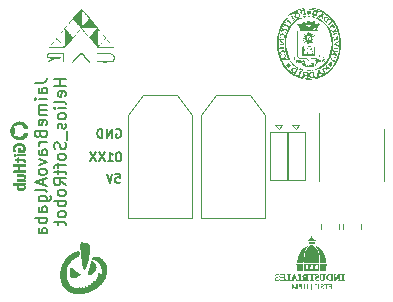
<source format=gbr>
%TF.GenerationSoftware,KiCad,Pcbnew,(7.0.0)*%
%TF.CreationDate,2024-02-03T20:32:24+01:00*%
%TF.ProjectId,Helios_rcv_01xx,48656c69-6f73-45f7-9263-765f30317878,rev?*%
%TF.SameCoordinates,PX9d5b340PY5f5e100*%
%TF.FileFunction,Legend,Bot*%
%TF.FilePolarity,Positive*%
%FSLAX46Y46*%
G04 Gerber Fmt 4.6, Leading zero omitted, Abs format (unit mm)*
G04 Created by KiCad (PCBNEW (7.0.0)) date 2024-02-03 20:32:24*
%MOMM*%
%LPD*%
G01*
G04 APERTURE LIST*
%ADD10C,0.150000*%
%ADD11C,0.120000*%
G04 APERTURE END LIST*
D10*
X-13692620Y6226191D02*
X-12978334Y6226191D01*
X-12978334Y6226191D02*
X-12835477Y6273810D01*
X-12835477Y6273810D02*
X-12740239Y6369048D01*
X-12740239Y6369048D02*
X-12692620Y6511905D01*
X-12692620Y6511905D02*
X-12692620Y6607143D01*
X-12692620Y5321429D02*
X-13216429Y5321429D01*
X-13216429Y5321429D02*
X-13311667Y5369048D01*
X-13311667Y5369048D02*
X-13359286Y5464286D01*
X-13359286Y5464286D02*
X-13359286Y5654762D01*
X-13359286Y5654762D02*
X-13311667Y5750000D01*
X-12740239Y5321429D02*
X-12692620Y5416667D01*
X-12692620Y5416667D02*
X-12692620Y5654762D01*
X-12692620Y5654762D02*
X-12740239Y5750000D01*
X-12740239Y5750000D02*
X-12835477Y5797619D01*
X-12835477Y5797619D02*
X-12930715Y5797619D01*
X-12930715Y5797619D02*
X-13025953Y5750000D01*
X-13025953Y5750000D02*
X-13073572Y5654762D01*
X-13073572Y5654762D02*
X-13073572Y5416667D01*
X-13073572Y5416667D02*
X-13121191Y5321429D01*
X-12692620Y4845238D02*
X-13359286Y4845238D01*
X-13692620Y4845238D02*
X-13645000Y4892857D01*
X-13645000Y4892857D02*
X-13597381Y4845238D01*
X-13597381Y4845238D02*
X-13645000Y4797619D01*
X-13645000Y4797619D02*
X-13692620Y4845238D01*
X-13692620Y4845238D02*
X-13597381Y4845238D01*
X-12692620Y4369048D02*
X-13359286Y4369048D01*
X-13264048Y4369048D02*
X-13311667Y4321429D01*
X-13311667Y4321429D02*
X-13359286Y4226191D01*
X-13359286Y4226191D02*
X-13359286Y4083334D01*
X-13359286Y4083334D02*
X-13311667Y3988096D01*
X-13311667Y3988096D02*
X-13216429Y3940477D01*
X-13216429Y3940477D02*
X-12692620Y3940477D01*
X-13216429Y3940477D02*
X-13311667Y3892858D01*
X-13311667Y3892858D02*
X-13359286Y3797620D01*
X-13359286Y3797620D02*
X-13359286Y3654763D01*
X-13359286Y3654763D02*
X-13311667Y3559524D01*
X-13311667Y3559524D02*
X-13216429Y3511905D01*
X-13216429Y3511905D02*
X-12692620Y3511905D01*
X-12740239Y2654763D02*
X-12692620Y2750001D01*
X-12692620Y2750001D02*
X-12692620Y2940477D01*
X-12692620Y2940477D02*
X-12740239Y3035715D01*
X-12740239Y3035715D02*
X-12835477Y3083334D01*
X-12835477Y3083334D02*
X-13216429Y3083334D01*
X-13216429Y3083334D02*
X-13311667Y3035715D01*
X-13311667Y3035715D02*
X-13359286Y2940477D01*
X-13359286Y2940477D02*
X-13359286Y2750001D01*
X-13359286Y2750001D02*
X-13311667Y2654763D01*
X-13311667Y2654763D02*
X-13216429Y2607144D01*
X-13216429Y2607144D02*
X-13121191Y2607144D01*
X-13121191Y2607144D02*
X-13025953Y3083334D01*
X-13216429Y1845239D02*
X-13168810Y1702382D01*
X-13168810Y1702382D02*
X-13121191Y1654763D01*
X-13121191Y1654763D02*
X-13025953Y1607144D01*
X-13025953Y1607144D02*
X-12883096Y1607144D01*
X-12883096Y1607144D02*
X-12787858Y1654763D01*
X-12787858Y1654763D02*
X-12740239Y1702382D01*
X-12740239Y1702382D02*
X-12692620Y1797620D01*
X-12692620Y1797620D02*
X-12692620Y2178572D01*
X-12692620Y2178572D02*
X-13692620Y2178572D01*
X-13692620Y2178572D02*
X-13692620Y1845239D01*
X-13692620Y1845239D02*
X-13645000Y1750001D01*
X-13645000Y1750001D02*
X-13597381Y1702382D01*
X-13597381Y1702382D02*
X-13502143Y1654763D01*
X-13502143Y1654763D02*
X-13406905Y1654763D01*
X-13406905Y1654763D02*
X-13311667Y1702382D01*
X-13311667Y1702382D02*
X-13264048Y1750001D01*
X-13264048Y1750001D02*
X-13216429Y1845239D01*
X-13216429Y1845239D02*
X-13216429Y2178572D01*
X-12692620Y1178572D02*
X-13359286Y1178572D01*
X-13168810Y1178572D02*
X-13264048Y1130953D01*
X-13264048Y1130953D02*
X-13311667Y1083334D01*
X-13311667Y1083334D02*
X-13359286Y988096D01*
X-13359286Y988096D02*
X-13359286Y892858D01*
X-12692620Y130953D02*
X-13216429Y130953D01*
X-13216429Y130953D02*
X-13311667Y178572D01*
X-13311667Y178572D02*
X-13359286Y273810D01*
X-13359286Y273810D02*
X-13359286Y464286D01*
X-13359286Y464286D02*
X-13311667Y559524D01*
X-12740239Y130953D02*
X-12692620Y226191D01*
X-12692620Y226191D02*
X-12692620Y464286D01*
X-12692620Y464286D02*
X-12740239Y559524D01*
X-12740239Y559524D02*
X-12835477Y607143D01*
X-12835477Y607143D02*
X-12930715Y607143D01*
X-12930715Y607143D02*
X-13025953Y559524D01*
X-13025953Y559524D02*
X-13073572Y464286D01*
X-13073572Y464286D02*
X-13073572Y226191D01*
X-13073572Y226191D02*
X-13121191Y130953D01*
X-13359286Y-250000D02*
X-12692620Y-488095D01*
X-12692620Y-488095D02*
X-13359286Y-726190D01*
X-12692620Y-1250000D02*
X-12740239Y-1154762D01*
X-12740239Y-1154762D02*
X-12787858Y-1107143D01*
X-12787858Y-1107143D02*
X-12883096Y-1059524D01*
X-12883096Y-1059524D02*
X-13168810Y-1059524D01*
X-13168810Y-1059524D02*
X-13264048Y-1107143D01*
X-13264048Y-1107143D02*
X-13311667Y-1154762D01*
X-13311667Y-1154762D02*
X-13359286Y-1250000D01*
X-13359286Y-1250000D02*
X-13359286Y-1392857D01*
X-13359286Y-1392857D02*
X-13311667Y-1488095D01*
X-13311667Y-1488095D02*
X-13264048Y-1535714D01*
X-13264048Y-1535714D02*
X-13168810Y-1583333D01*
X-13168810Y-1583333D02*
X-12883096Y-1583333D01*
X-12883096Y-1583333D02*
X-12787858Y-1535714D01*
X-12787858Y-1535714D02*
X-12740239Y-1488095D01*
X-12740239Y-1488095D02*
X-12692620Y-1392857D01*
X-12692620Y-1392857D02*
X-12692620Y-1250000D01*
X-12978334Y-1964286D02*
X-12978334Y-2440476D01*
X-12692620Y-1869048D02*
X-13692620Y-2202381D01*
X-13692620Y-2202381D02*
X-12692620Y-2535714D01*
X-12692620Y-3011905D02*
X-12740239Y-2916667D01*
X-12740239Y-2916667D02*
X-12835477Y-2869048D01*
X-12835477Y-2869048D02*
X-13692620Y-2869048D01*
X-13359286Y-3821429D02*
X-12549762Y-3821429D01*
X-12549762Y-3821429D02*
X-12454524Y-3773810D01*
X-12454524Y-3773810D02*
X-12406905Y-3726191D01*
X-12406905Y-3726191D02*
X-12359286Y-3630953D01*
X-12359286Y-3630953D02*
X-12359286Y-3488096D01*
X-12359286Y-3488096D02*
X-12406905Y-3392858D01*
X-12740239Y-3821429D02*
X-12692620Y-3726191D01*
X-12692620Y-3726191D02*
X-12692620Y-3535715D01*
X-12692620Y-3535715D02*
X-12740239Y-3440477D01*
X-12740239Y-3440477D02*
X-12787858Y-3392858D01*
X-12787858Y-3392858D02*
X-12883096Y-3345239D01*
X-12883096Y-3345239D02*
X-13168810Y-3345239D01*
X-13168810Y-3345239D02*
X-13264048Y-3392858D01*
X-13264048Y-3392858D02*
X-13311667Y-3440477D01*
X-13311667Y-3440477D02*
X-13359286Y-3535715D01*
X-13359286Y-3535715D02*
X-13359286Y-3726191D01*
X-13359286Y-3726191D02*
X-13311667Y-3821429D01*
X-12692620Y-4726191D02*
X-13216429Y-4726191D01*
X-13216429Y-4726191D02*
X-13311667Y-4678572D01*
X-13311667Y-4678572D02*
X-13359286Y-4583334D01*
X-13359286Y-4583334D02*
X-13359286Y-4392858D01*
X-13359286Y-4392858D02*
X-13311667Y-4297620D01*
X-12740239Y-4726191D02*
X-12692620Y-4630953D01*
X-12692620Y-4630953D02*
X-12692620Y-4392858D01*
X-12692620Y-4392858D02*
X-12740239Y-4297620D01*
X-12740239Y-4297620D02*
X-12835477Y-4250001D01*
X-12835477Y-4250001D02*
X-12930715Y-4250001D01*
X-12930715Y-4250001D02*
X-13025953Y-4297620D01*
X-13025953Y-4297620D02*
X-13073572Y-4392858D01*
X-13073572Y-4392858D02*
X-13073572Y-4630953D01*
X-13073572Y-4630953D02*
X-13121191Y-4726191D01*
X-12692620Y-5202382D02*
X-13692620Y-5202382D01*
X-13311667Y-5202382D02*
X-13359286Y-5297620D01*
X-13359286Y-5297620D02*
X-13359286Y-5488096D01*
X-13359286Y-5488096D02*
X-13311667Y-5583334D01*
X-13311667Y-5583334D02*
X-13264048Y-5630953D01*
X-13264048Y-5630953D02*
X-13168810Y-5678572D01*
X-13168810Y-5678572D02*
X-12883096Y-5678572D01*
X-12883096Y-5678572D02*
X-12787858Y-5630953D01*
X-12787858Y-5630953D02*
X-12740239Y-5583334D01*
X-12740239Y-5583334D02*
X-12692620Y-5488096D01*
X-12692620Y-5488096D02*
X-12692620Y-5297620D01*
X-12692620Y-5297620D02*
X-12740239Y-5202382D01*
X-12692620Y-6535715D02*
X-13216429Y-6535715D01*
X-13216429Y-6535715D02*
X-13311667Y-6488096D01*
X-13311667Y-6488096D02*
X-13359286Y-6392858D01*
X-13359286Y-6392858D02*
X-13359286Y-6202382D01*
X-13359286Y-6202382D02*
X-13311667Y-6107144D01*
X-12740239Y-6535715D02*
X-12692620Y-6440477D01*
X-12692620Y-6440477D02*
X-12692620Y-6202382D01*
X-12692620Y-6202382D02*
X-12740239Y-6107144D01*
X-12740239Y-6107144D02*
X-12835477Y-6059525D01*
X-12835477Y-6059525D02*
X-12930715Y-6059525D01*
X-12930715Y-6059525D02*
X-13025953Y-6107144D01*
X-13025953Y-6107144D02*
X-13073572Y-6202382D01*
X-13073572Y-6202382D02*
X-13073572Y-6440477D01*
X-13073572Y-6440477D02*
X-13121191Y-6535715D01*
X-11072620Y6511905D02*
X-12072620Y6511905D01*
X-11596429Y6511905D02*
X-11596429Y5940477D01*
X-11072620Y5940477D02*
X-12072620Y5940477D01*
X-11120239Y5083334D02*
X-11072620Y5178572D01*
X-11072620Y5178572D02*
X-11072620Y5369048D01*
X-11072620Y5369048D02*
X-11120239Y5464286D01*
X-11120239Y5464286D02*
X-11215477Y5511905D01*
X-11215477Y5511905D02*
X-11596429Y5511905D01*
X-11596429Y5511905D02*
X-11691667Y5464286D01*
X-11691667Y5464286D02*
X-11739286Y5369048D01*
X-11739286Y5369048D02*
X-11739286Y5178572D01*
X-11739286Y5178572D02*
X-11691667Y5083334D01*
X-11691667Y5083334D02*
X-11596429Y5035715D01*
X-11596429Y5035715D02*
X-11501191Y5035715D01*
X-11501191Y5035715D02*
X-11405953Y5511905D01*
X-11072620Y4464286D02*
X-11120239Y4559524D01*
X-11120239Y4559524D02*
X-11215477Y4607143D01*
X-11215477Y4607143D02*
X-12072620Y4607143D01*
X-11072620Y4083333D02*
X-11739286Y4083333D01*
X-12072620Y4083333D02*
X-12025000Y4130952D01*
X-12025000Y4130952D02*
X-11977381Y4083333D01*
X-11977381Y4083333D02*
X-12025000Y4035714D01*
X-12025000Y4035714D02*
X-12072620Y4083333D01*
X-12072620Y4083333D02*
X-11977381Y4083333D01*
X-11072620Y3464286D02*
X-11120239Y3559524D01*
X-11120239Y3559524D02*
X-11167858Y3607143D01*
X-11167858Y3607143D02*
X-11263096Y3654762D01*
X-11263096Y3654762D02*
X-11548810Y3654762D01*
X-11548810Y3654762D02*
X-11644048Y3607143D01*
X-11644048Y3607143D02*
X-11691667Y3559524D01*
X-11691667Y3559524D02*
X-11739286Y3464286D01*
X-11739286Y3464286D02*
X-11739286Y3321429D01*
X-11739286Y3321429D02*
X-11691667Y3226191D01*
X-11691667Y3226191D02*
X-11644048Y3178572D01*
X-11644048Y3178572D02*
X-11548810Y3130953D01*
X-11548810Y3130953D02*
X-11263096Y3130953D01*
X-11263096Y3130953D02*
X-11167858Y3178572D01*
X-11167858Y3178572D02*
X-11120239Y3226191D01*
X-11120239Y3226191D02*
X-11072620Y3321429D01*
X-11072620Y3321429D02*
X-11072620Y3464286D01*
X-11120239Y2750000D02*
X-11072620Y2654762D01*
X-11072620Y2654762D02*
X-11072620Y2464286D01*
X-11072620Y2464286D02*
X-11120239Y2369048D01*
X-11120239Y2369048D02*
X-11215477Y2321429D01*
X-11215477Y2321429D02*
X-11263096Y2321429D01*
X-11263096Y2321429D02*
X-11358334Y2369048D01*
X-11358334Y2369048D02*
X-11405953Y2464286D01*
X-11405953Y2464286D02*
X-11405953Y2607143D01*
X-11405953Y2607143D02*
X-11453572Y2702381D01*
X-11453572Y2702381D02*
X-11548810Y2750000D01*
X-11548810Y2750000D02*
X-11596429Y2750000D01*
X-11596429Y2750000D02*
X-11691667Y2702381D01*
X-11691667Y2702381D02*
X-11739286Y2607143D01*
X-11739286Y2607143D02*
X-11739286Y2464286D01*
X-11739286Y2464286D02*
X-11691667Y2369048D01*
X-10977381Y2130952D02*
X-10977381Y1369048D01*
X-11120239Y1178571D02*
X-11072620Y1035714D01*
X-11072620Y1035714D02*
X-11072620Y797619D01*
X-11072620Y797619D02*
X-11120239Y702381D01*
X-11120239Y702381D02*
X-11167858Y654762D01*
X-11167858Y654762D02*
X-11263096Y607143D01*
X-11263096Y607143D02*
X-11358334Y607143D01*
X-11358334Y607143D02*
X-11453572Y654762D01*
X-11453572Y654762D02*
X-11501191Y702381D01*
X-11501191Y702381D02*
X-11548810Y797619D01*
X-11548810Y797619D02*
X-11596429Y988095D01*
X-11596429Y988095D02*
X-11644048Y1083333D01*
X-11644048Y1083333D02*
X-11691667Y1130952D01*
X-11691667Y1130952D02*
X-11786905Y1178571D01*
X-11786905Y1178571D02*
X-11882143Y1178571D01*
X-11882143Y1178571D02*
X-11977381Y1130952D01*
X-11977381Y1130952D02*
X-12025000Y1083333D01*
X-12025000Y1083333D02*
X-12072620Y988095D01*
X-12072620Y988095D02*
X-12072620Y750000D01*
X-12072620Y750000D02*
X-12025000Y607143D01*
X-11072620Y35714D02*
X-11120239Y130952D01*
X-11120239Y130952D02*
X-11167858Y178571D01*
X-11167858Y178571D02*
X-11263096Y226190D01*
X-11263096Y226190D02*
X-11548810Y226190D01*
X-11548810Y226190D02*
X-11644048Y178571D01*
X-11644048Y178571D02*
X-11691667Y130952D01*
X-11691667Y130952D02*
X-11739286Y35714D01*
X-11739286Y35714D02*
X-11739286Y-107143D01*
X-11739286Y-107143D02*
X-11691667Y-202381D01*
X-11691667Y-202381D02*
X-11644048Y-250000D01*
X-11644048Y-250000D02*
X-11548810Y-297619D01*
X-11548810Y-297619D02*
X-11263096Y-297619D01*
X-11263096Y-297619D02*
X-11167858Y-250000D01*
X-11167858Y-250000D02*
X-11120239Y-202381D01*
X-11120239Y-202381D02*
X-11072620Y-107143D01*
X-11072620Y-107143D02*
X-11072620Y35714D01*
X-11739286Y-583334D02*
X-11739286Y-964286D01*
X-11072620Y-726191D02*
X-11929762Y-726191D01*
X-11929762Y-726191D02*
X-12025000Y-773810D01*
X-12025000Y-773810D02*
X-12072620Y-869048D01*
X-12072620Y-869048D02*
X-12072620Y-964286D01*
X-11739286Y-1154763D02*
X-11739286Y-1535715D01*
X-12072620Y-1297620D02*
X-11215477Y-1297620D01*
X-11215477Y-1297620D02*
X-11120239Y-1345239D01*
X-11120239Y-1345239D02*
X-11072620Y-1440477D01*
X-11072620Y-1440477D02*
X-11072620Y-1535715D01*
X-11072620Y-2440477D02*
X-11548810Y-2107144D01*
X-11072620Y-1869049D02*
X-12072620Y-1869049D01*
X-12072620Y-1869049D02*
X-12072620Y-2250001D01*
X-12072620Y-2250001D02*
X-12025000Y-2345239D01*
X-12025000Y-2345239D02*
X-11977381Y-2392858D01*
X-11977381Y-2392858D02*
X-11882143Y-2440477D01*
X-11882143Y-2440477D02*
X-11739286Y-2440477D01*
X-11739286Y-2440477D02*
X-11644048Y-2392858D01*
X-11644048Y-2392858D02*
X-11596429Y-2345239D01*
X-11596429Y-2345239D02*
X-11548810Y-2250001D01*
X-11548810Y-2250001D02*
X-11548810Y-1869049D01*
X-11072620Y-3011906D02*
X-11120239Y-2916668D01*
X-11120239Y-2916668D02*
X-11167858Y-2869049D01*
X-11167858Y-2869049D02*
X-11263096Y-2821430D01*
X-11263096Y-2821430D02*
X-11548810Y-2821430D01*
X-11548810Y-2821430D02*
X-11644048Y-2869049D01*
X-11644048Y-2869049D02*
X-11691667Y-2916668D01*
X-11691667Y-2916668D02*
X-11739286Y-3011906D01*
X-11739286Y-3011906D02*
X-11739286Y-3154763D01*
X-11739286Y-3154763D02*
X-11691667Y-3250001D01*
X-11691667Y-3250001D02*
X-11644048Y-3297620D01*
X-11644048Y-3297620D02*
X-11548810Y-3345239D01*
X-11548810Y-3345239D02*
X-11263096Y-3345239D01*
X-11263096Y-3345239D02*
X-11167858Y-3297620D01*
X-11167858Y-3297620D02*
X-11120239Y-3250001D01*
X-11120239Y-3250001D02*
X-11072620Y-3154763D01*
X-11072620Y-3154763D02*
X-11072620Y-3011906D01*
X-11072620Y-3773811D02*
X-12072620Y-3773811D01*
X-11691667Y-3773811D02*
X-11739286Y-3869049D01*
X-11739286Y-3869049D02*
X-11739286Y-4059525D01*
X-11739286Y-4059525D02*
X-11691667Y-4154763D01*
X-11691667Y-4154763D02*
X-11644048Y-4202382D01*
X-11644048Y-4202382D02*
X-11548810Y-4250001D01*
X-11548810Y-4250001D02*
X-11263096Y-4250001D01*
X-11263096Y-4250001D02*
X-11167858Y-4202382D01*
X-11167858Y-4202382D02*
X-11120239Y-4154763D01*
X-11120239Y-4154763D02*
X-11072620Y-4059525D01*
X-11072620Y-4059525D02*
X-11072620Y-3869049D01*
X-11072620Y-3869049D02*
X-11120239Y-3773811D01*
X-11072620Y-4821430D02*
X-11120239Y-4726192D01*
X-11120239Y-4726192D02*
X-11167858Y-4678573D01*
X-11167858Y-4678573D02*
X-11263096Y-4630954D01*
X-11263096Y-4630954D02*
X-11548810Y-4630954D01*
X-11548810Y-4630954D02*
X-11644048Y-4678573D01*
X-11644048Y-4678573D02*
X-11691667Y-4726192D01*
X-11691667Y-4726192D02*
X-11739286Y-4821430D01*
X-11739286Y-4821430D02*
X-11739286Y-4964287D01*
X-11739286Y-4964287D02*
X-11691667Y-5059525D01*
X-11691667Y-5059525D02*
X-11644048Y-5107144D01*
X-11644048Y-5107144D02*
X-11548810Y-5154763D01*
X-11548810Y-5154763D02*
X-11263096Y-5154763D01*
X-11263096Y-5154763D02*
X-11167858Y-5107144D01*
X-11167858Y-5107144D02*
X-11120239Y-5059525D01*
X-11120239Y-5059525D02*
X-11072620Y-4964287D01*
X-11072620Y-4964287D02*
X-11072620Y-4821430D01*
X-11739286Y-5440478D02*
X-11739286Y-5821430D01*
X-12072620Y-5583335D02*
X-11215477Y-5583335D01*
X-11215477Y-5583335D02*
X-11120239Y-5630954D01*
X-11120239Y-5630954D02*
X-11072620Y-5726192D01*
X-11072620Y-5726192D02*
X-11072620Y-5821430D01*
X-6821572Y2267750D02*
X-6750143Y2303465D01*
X-6750143Y2303465D02*
X-6643001Y2303465D01*
X-6643001Y2303465D02*
X-6535858Y2267750D01*
X-6535858Y2267750D02*
X-6464429Y2196322D01*
X-6464429Y2196322D02*
X-6428715Y2124893D01*
X-6428715Y2124893D02*
X-6393001Y1982036D01*
X-6393001Y1982036D02*
X-6393001Y1874893D01*
X-6393001Y1874893D02*
X-6428715Y1732036D01*
X-6428715Y1732036D02*
X-6464429Y1660608D01*
X-6464429Y1660608D02*
X-6535858Y1589179D01*
X-6535858Y1589179D02*
X-6643001Y1553465D01*
X-6643001Y1553465D02*
X-6714429Y1553465D01*
X-6714429Y1553465D02*
X-6821572Y1589179D01*
X-6821572Y1589179D02*
X-6857286Y1624893D01*
X-6857286Y1624893D02*
X-6857286Y1874893D01*
X-6857286Y1874893D02*
X-6714429Y1874893D01*
X-7178715Y1553465D02*
X-7178715Y2303465D01*
X-7178715Y2303465D02*
X-7607286Y1553465D01*
X-7607286Y1553465D02*
X-7607286Y2303465D01*
X-7964429Y1553465D02*
X-7964429Y2303465D01*
X-7964429Y2303465D02*
X-8143000Y2303465D01*
X-8143000Y2303465D02*
X-8250143Y2267750D01*
X-8250143Y2267750D02*
X-8321572Y2196322D01*
X-8321572Y2196322D02*
X-8357286Y2124893D01*
X-8357286Y2124893D02*
X-8393000Y1982036D01*
X-8393000Y1982036D02*
X-8393000Y1874893D01*
X-8393000Y1874893D02*
X-8357286Y1732036D01*
X-8357286Y1732036D02*
X-8321572Y1660608D01*
X-8321572Y1660608D02*
X-8250143Y1589179D01*
X-8250143Y1589179D02*
X-8143000Y1553465D01*
X-8143000Y1553465D02*
X-7964429Y1553465D01*
X-6571429Y329215D02*
X-6642858Y329215D01*
X-6642858Y329215D02*
X-6714286Y293500D01*
X-6714286Y293500D02*
X-6750000Y257786D01*
X-6750000Y257786D02*
X-6785715Y186358D01*
X-6785715Y186358D02*
X-6821429Y43500D01*
X-6821429Y43500D02*
X-6821429Y-135071D01*
X-6821429Y-135071D02*
X-6785715Y-277928D01*
X-6785715Y-277928D02*
X-6750000Y-349357D01*
X-6750000Y-349357D02*
X-6714286Y-385071D01*
X-6714286Y-385071D02*
X-6642858Y-420785D01*
X-6642858Y-420785D02*
X-6571429Y-420785D01*
X-6571429Y-420785D02*
X-6500000Y-385071D01*
X-6500000Y-385071D02*
X-6464286Y-349357D01*
X-6464286Y-349357D02*
X-6428572Y-277928D01*
X-6428572Y-277928D02*
X-6392858Y-135071D01*
X-6392858Y-135071D02*
X-6392858Y43500D01*
X-6392858Y43500D02*
X-6428572Y186358D01*
X-6428572Y186358D02*
X-6464286Y257786D01*
X-6464286Y257786D02*
X-6500000Y293500D01*
X-6500000Y293500D02*
X-6571429Y329215D01*
X-7535715Y-420785D02*
X-7107144Y-420785D01*
X-7321429Y-420785D02*
X-7321429Y329215D01*
X-7321429Y329215D02*
X-7250001Y222072D01*
X-7250001Y222072D02*
X-7178572Y150643D01*
X-7178572Y150643D02*
X-7107144Y114929D01*
X-7785715Y329215D02*
X-8285715Y-420785D01*
X-8285715Y329215D02*
X-7785715Y-420785D01*
X-8500001Y329215D02*
X-9000001Y-420785D01*
X-9000001Y329215D02*
X-8500001Y-420785D01*
X-6869144Y-1506535D02*
X-6512001Y-1506535D01*
X-6512001Y-1506535D02*
X-6476287Y-1863678D01*
X-6476287Y-1863678D02*
X-6512001Y-1827964D01*
X-6512001Y-1827964D02*
X-6583429Y-1792250D01*
X-6583429Y-1792250D02*
X-6762001Y-1792250D01*
X-6762001Y-1792250D02*
X-6833429Y-1827964D01*
X-6833429Y-1827964D02*
X-6869144Y-1863678D01*
X-6869144Y-1863678D02*
X-6904858Y-1935107D01*
X-6904858Y-1935107D02*
X-6904858Y-2113678D01*
X-6904858Y-2113678D02*
X-6869144Y-2185107D01*
X-6869144Y-2185107D02*
X-6833429Y-2220821D01*
X-6833429Y-2220821D02*
X-6762001Y-2256535D01*
X-6762001Y-2256535D02*
X-6583429Y-2256535D01*
X-6583429Y-2256535D02*
X-6512001Y-2220821D01*
X-6512001Y-2220821D02*
X-6476287Y-2185107D01*
X-7119144Y-1506535D02*
X-7369144Y-2256535D01*
X-7369144Y-2256535D02*
X-7619144Y-1506535D01*
%TO.C,G\u002A\u002A\u002A*%
G36*
X-14645870Y2666655D02*
G01*
X-14642063Y2662134D01*
X-14640649Y2659774D01*
X-14639349Y2656928D01*
X-14639385Y2654495D01*
X-14640564Y2651046D01*
X-14641529Y2649214D01*
X-14644387Y2647196D01*
X-14647842Y2647463D01*
X-14651287Y2649701D01*
X-14654111Y2653597D01*
X-14655708Y2658838D01*
X-14655818Y2659861D01*
X-14655285Y2665011D01*
X-14653062Y2667954D01*
X-14649730Y2668548D01*
X-14645870Y2666655D01*
G37*
G36*
X-14617932Y2628135D02*
G01*
X-14612696Y2624591D01*
X-14609813Y2621447D01*
X-14607716Y2618130D01*
X-14606720Y2615288D01*
X-14606652Y2611825D01*
X-14608681Y2608866D01*
X-14611517Y2607026D01*
X-14616170Y2606574D01*
X-14620997Y2608223D01*
X-14625307Y2611554D01*
X-14628415Y2616149D01*
X-14629630Y2621591D01*
X-14629106Y2625047D01*
X-14626682Y2628266D01*
X-14622776Y2629328D01*
X-14617932Y2628135D01*
G37*
G36*
X-14480901Y2378104D02*
G01*
X-14477413Y2373954D01*
X-14475780Y2369881D01*
X-14475331Y2362429D01*
X-14477868Y2354808D01*
X-14478215Y2354180D01*
X-14482350Y2349106D01*
X-14486952Y2346768D01*
X-14491454Y2346990D01*
X-14495286Y2349596D01*
X-14497880Y2354409D01*
X-14498667Y2361253D01*
X-14498324Y2364665D01*
X-14496397Y2370982D01*
X-14493224Y2375763D01*
X-14489273Y2378730D01*
X-14485009Y2379603D01*
X-14480901Y2378104D01*
G37*
G36*
X-14576034Y2601618D02*
G01*
X-14571249Y2599212D01*
X-14566040Y2594069D01*
X-14565357Y2593009D01*
X-14563300Y2589132D01*
X-14562473Y2586379D01*
X-14562476Y2586212D01*
X-14563936Y2582540D01*
X-14567241Y2579531D01*
X-14571208Y2578284D01*
X-14575410Y2578741D01*
X-14581126Y2580923D01*
X-14585766Y2584432D01*
X-14588980Y2588740D01*
X-14590413Y2593321D01*
X-14589714Y2597647D01*
X-14586530Y2601192D01*
X-14586031Y2601514D01*
X-14583210Y2602891D01*
X-14580348Y2602906D01*
X-14576034Y2601618D01*
G37*
G36*
X-14525458Y2562318D02*
G01*
X-14520254Y2559695D01*
X-14515498Y2555972D01*
X-14512195Y2551744D01*
X-14511610Y2550601D01*
X-14509709Y2545684D01*
X-14509775Y2541852D01*
X-14511777Y2538004D01*
X-14512791Y2536797D01*
X-14516726Y2534704D01*
X-14521426Y2534829D01*
X-14526377Y2536750D01*
X-14531066Y2540049D01*
X-14534980Y2544303D01*
X-14537604Y2549094D01*
X-14538426Y2554000D01*
X-14536931Y2558602D01*
X-14534604Y2561172D01*
X-14531344Y2563078D01*
X-14530105Y2563245D01*
X-14525458Y2562318D01*
G37*
G36*
X-14483677Y2444120D02*
G01*
X-14479554Y2441026D01*
X-14477199Y2436458D01*
X-14476449Y2433214D01*
X-14475774Y2430618D01*
X-14475701Y2430356D01*
X-14475859Y2425922D01*
X-14477777Y2420639D01*
X-14480909Y2415641D01*
X-14484710Y2412060D01*
X-14486551Y2411414D01*
X-14490424Y2412167D01*
X-14494209Y2414992D01*
X-14497042Y2419377D01*
X-14498474Y2425118D01*
X-14498352Y2431658D01*
X-14496702Y2437679D01*
X-14493763Y2442348D01*
X-14489772Y2444831D01*
X-14488515Y2445039D01*
X-14483677Y2444120D01*
G37*
G36*
X-15341180Y211347D02*
G01*
X-15323453Y207285D01*
X-15306407Y200679D01*
X-15290354Y191552D01*
X-15275606Y179923D01*
X-15262475Y165814D01*
X-15252874Y151739D01*
X-15244822Y135422D01*
X-15239148Y118291D01*
X-15236178Y101142D01*
X-15235842Y96372D01*
X-15236339Y77154D01*
X-15239714Y58646D01*
X-15245788Y41101D01*
X-15254384Y24771D01*
X-15265321Y9907D01*
X-15278423Y-3239D01*
X-15293510Y-14413D01*
X-15310404Y-23365D01*
X-15328926Y-29842D01*
X-15329830Y-30077D01*
X-15341009Y-32132D01*
X-15353725Y-33224D01*
X-15366856Y-33340D01*
X-15379278Y-32465D01*
X-15389867Y-30587D01*
X-15396077Y-28752D01*
X-15406659Y-24798D01*
X-15417407Y-19947D01*
X-15427245Y-14700D01*
X-15435094Y-9559D01*
X-15445085Y-1189D01*
X-15458104Y12785D01*
X-15468619Y28108D01*
X-15476610Y44486D01*
X-15482058Y61627D01*
X-15484943Y79237D01*
X-15485248Y97024D01*
X-15482952Y114695D01*
X-15478036Y131957D01*
X-15470482Y148517D01*
X-15460270Y164082D01*
X-15447380Y178360D01*
X-15444380Y181124D01*
X-15429116Y192766D01*
X-15412662Y201739D01*
X-15395330Y208062D01*
X-15377431Y211757D01*
X-15359277Y212845D01*
X-15341180Y211347D01*
G37*
G36*
X-14615708Y202899D02*
G01*
X-14595855Y202881D01*
X-14578125Y202852D01*
X-14562395Y202810D01*
X-14548539Y202754D01*
X-14536436Y202684D01*
X-14525960Y202599D01*
X-14516988Y202497D01*
X-14509397Y202378D01*
X-14503063Y202242D01*
X-14497862Y202087D01*
X-14493669Y201912D01*
X-14490363Y201717D01*
X-14487818Y201500D01*
X-14485911Y201262D01*
X-14484518Y201001D01*
X-14483516Y200716D01*
X-14482780Y200406D01*
X-14478346Y197140D01*
X-14473763Y190637D01*
X-14470215Y183605D01*
X-14470638Y88010D01*
X-14470670Y80791D01*
X-14470757Y62171D01*
X-14470844Y46351D01*
X-14470939Y33088D01*
X-14471052Y22141D01*
X-14471191Y13269D01*
X-14471366Y6230D01*
X-14471585Y783D01*
X-14471858Y-3314D01*
X-14472193Y-6302D01*
X-14472599Y-8423D01*
X-14473085Y-9918D01*
X-14473660Y-11029D01*
X-14474332Y-11997D01*
X-14474362Y-12036D01*
X-14478232Y-15678D01*
X-14482927Y-18272D01*
X-14484333Y-18428D01*
X-14488776Y-18618D01*
X-14496029Y-18798D01*
X-14505919Y-18969D01*
X-14518269Y-19131D01*
X-14532906Y-19284D01*
X-14549655Y-19427D01*
X-14568342Y-19560D01*
X-14588792Y-19683D01*
X-14610830Y-19796D01*
X-14634282Y-19899D01*
X-14658973Y-19992D01*
X-14684729Y-20074D01*
X-14711375Y-20146D01*
X-14738737Y-20207D01*
X-14766639Y-20257D01*
X-14794908Y-20296D01*
X-14823369Y-20325D01*
X-14851847Y-20342D01*
X-14880167Y-20347D01*
X-14908156Y-20342D01*
X-14935638Y-20324D01*
X-14962438Y-20295D01*
X-14988384Y-20254D01*
X-15013299Y-20201D01*
X-15037009Y-20136D01*
X-15059340Y-20059D01*
X-15080117Y-19969D01*
X-15099165Y-19867D01*
X-15116310Y-19752D01*
X-15131377Y-19625D01*
X-15144193Y-19484D01*
X-15154581Y-19331D01*
X-15162368Y-19164D01*
X-15167379Y-18984D01*
X-15169439Y-18790D01*
X-15169872Y-18604D01*
X-15173438Y-15978D01*
X-15176586Y-12149D01*
X-15176919Y-11592D01*
X-15177504Y-10438D01*
X-15178000Y-9014D01*
X-15178413Y-7081D01*
X-15178748Y-4402D01*
X-15179013Y-738D01*
X-15179212Y4148D01*
X-15179354Y10494D01*
X-15179443Y18539D01*
X-15179486Y28519D01*
X-15179489Y40672D01*
X-15179458Y55238D01*
X-15179400Y72452D01*
X-15179321Y92554D01*
X-15178917Y192140D01*
X-15173809Y197248D01*
X-15168700Y202356D01*
X-14828475Y202750D01*
X-14824515Y202755D01*
X-14786337Y202798D01*
X-14751148Y202835D01*
X-14718824Y202865D01*
X-14689242Y202887D01*
X-14662278Y202901D01*
X-14637808Y202905D01*
X-14615708Y202899D01*
G37*
G36*
X-14665643Y-2272015D02*
G01*
X-14479415Y-2272015D01*
X-14474847Y-2276582D01*
X-14470280Y-2281150D01*
X-14470280Y-2424909D01*
X-14474300Y-2429688D01*
X-14474674Y-2430112D01*
X-14479111Y-2433688D01*
X-14484066Y-2435973D01*
X-14485354Y-2436271D01*
X-14489755Y-2437120D01*
X-14495863Y-2438186D01*
X-14502881Y-2439343D01*
X-14510012Y-2440463D01*
X-14516457Y-2441420D01*
X-14521421Y-2442087D01*
X-14524104Y-2442338D01*
X-14524057Y-2442949D01*
X-14522549Y-2445361D01*
X-14519785Y-2448979D01*
X-14515338Y-2454817D01*
X-14508804Y-2464339D01*
X-14501998Y-2475136D01*
X-14495482Y-2486311D01*
X-14489818Y-2496965D01*
X-14485803Y-2505262D01*
X-14473253Y-2535747D01*
X-14463363Y-2567790D01*
X-14456165Y-2601279D01*
X-14451689Y-2636100D01*
X-14451403Y-2640038D01*
X-14450995Y-2650039D01*
X-14450827Y-2661825D01*
X-14450885Y-2674579D01*
X-14451155Y-2687483D01*
X-14451622Y-2699720D01*
X-14452274Y-2710470D01*
X-14453096Y-2718917D01*
X-14453327Y-2720654D01*
X-14454606Y-2729129D01*
X-14456201Y-2738502D01*
X-14457820Y-2747044D01*
X-14462929Y-2767765D01*
X-14471313Y-2791507D01*
X-14482063Y-2813445D01*
X-14495210Y-2833600D01*
X-14510785Y-2851995D01*
X-14528819Y-2868652D01*
X-14549342Y-2883592D01*
X-14572387Y-2896838D01*
X-14597984Y-2908412D01*
X-14626163Y-2918336D01*
X-14656957Y-2926632D01*
X-14690395Y-2933322D01*
X-14726510Y-2938429D01*
X-14766316Y-2942282D01*
X-14806382Y-2944630D01*
X-14845297Y-2945351D01*
X-14882800Y-2944456D01*
X-14918632Y-2941959D01*
X-14952532Y-2937872D01*
X-14984241Y-2932206D01*
X-15013498Y-2924974D01*
X-15042420Y-2915423D01*
X-15068856Y-2904050D01*
X-15092829Y-2890836D01*
X-15114389Y-2875751D01*
X-15133588Y-2858770D01*
X-15142826Y-2849024D01*
X-15157940Y-2830021D01*
X-15170647Y-2809524D01*
X-15180998Y-2787399D01*
X-15189042Y-2763507D01*
X-15194830Y-2737713D01*
X-15198413Y-2709882D01*
X-15199841Y-2679876D01*
X-15199855Y-2674275D01*
X-15198710Y-2649057D01*
X-15195711Y-2623254D01*
X-15191936Y-2602581D01*
X-15016563Y-2602581D01*
X-15016404Y-2613765D01*
X-15015788Y-2624593D01*
X-15014748Y-2634149D01*
X-15013319Y-2641515D01*
X-15009247Y-2653577D01*
X-15001729Y-2668011D01*
X-14991750Y-2680702D01*
X-14979254Y-2691693D01*
X-14964189Y-2701031D01*
X-14946499Y-2708762D01*
X-14926131Y-2714931D01*
X-14914243Y-2717575D01*
X-14900601Y-2719862D01*
X-14885801Y-2721565D01*
X-14869360Y-2722727D01*
X-14850790Y-2723393D01*
X-14829608Y-2723605D01*
X-14813106Y-2723495D01*
X-14785217Y-2722705D01*
X-14760163Y-2721111D01*
X-14737813Y-2718663D01*
X-14718036Y-2715311D01*
X-14700700Y-2711003D01*
X-14685672Y-2705691D01*
X-14672822Y-2699322D01*
X-14662017Y-2691848D01*
X-14653127Y-2683218D01*
X-14646018Y-2673382D01*
X-14640560Y-2662288D01*
X-14636620Y-2649888D01*
X-14636578Y-2649717D01*
X-14635322Y-2642450D01*
X-14634388Y-2632883D01*
X-14633795Y-2621801D01*
X-14633556Y-2609992D01*
X-14633690Y-2598242D01*
X-14634212Y-2587338D01*
X-14635138Y-2578066D01*
X-14637377Y-2565014D01*
X-14640946Y-2549715D01*
X-14645380Y-2534561D01*
X-14650438Y-2520298D01*
X-14655876Y-2507669D01*
X-14661451Y-2497419D01*
X-14665643Y-2490778D01*
X-14984334Y-2490778D01*
X-14990018Y-2502065D01*
X-14990326Y-2502679D01*
X-14998989Y-2522142D01*
X-15006300Y-2542874D01*
X-15011917Y-2563777D01*
X-15015497Y-2583753D01*
X-15016230Y-2591955D01*
X-15016563Y-2602581D01*
X-15191936Y-2602581D01*
X-15191000Y-2597458D01*
X-15184721Y-2572259D01*
X-15177015Y-2548250D01*
X-15168026Y-2526020D01*
X-15157896Y-2506161D01*
X-15151730Y-2495466D01*
X-15323927Y-2495460D01*
X-15344400Y-2495459D01*
X-15369067Y-2495454D01*
X-15390919Y-2495442D01*
X-15410131Y-2495421D01*
X-15426883Y-2495387D01*
X-15441349Y-2495337D01*
X-15453708Y-2495269D01*
X-15464136Y-2495178D01*
X-15472810Y-2495062D01*
X-15479907Y-2494919D01*
X-15485604Y-2494744D01*
X-15490078Y-2494536D01*
X-15493505Y-2494290D01*
X-15496064Y-2494003D01*
X-15497930Y-2493674D01*
X-15499280Y-2493298D01*
X-15500292Y-2492872D01*
X-15501142Y-2492395D01*
X-15504797Y-2489269D01*
X-15507399Y-2484556D01*
X-15507476Y-2483862D01*
X-15507624Y-2480302D01*
X-15507764Y-2474109D01*
X-15507894Y-2465609D01*
X-15508014Y-2455130D01*
X-15508123Y-2442997D01*
X-15508219Y-2429538D01*
X-15508302Y-2415081D01*
X-15508371Y-2399950D01*
X-15508424Y-2384474D01*
X-15508461Y-2368979D01*
X-15508480Y-2353792D01*
X-15508481Y-2339240D01*
X-15508462Y-2325649D01*
X-15508422Y-2313347D01*
X-15508361Y-2302660D01*
X-15508277Y-2293914D01*
X-15508170Y-2287438D01*
X-15508037Y-2283557D01*
X-15507993Y-2283182D01*
X-15506534Y-2279750D01*
X-15503724Y-2276134D01*
X-15499604Y-2272015D01*
X-14665643Y-2272015D01*
G37*
G36*
X-14916746Y-1522097D02*
G01*
X-14892013Y-1522114D01*
X-14860529Y-1522137D01*
X-14831898Y-1522164D01*
X-14805964Y-1522200D01*
X-14782569Y-1522248D01*
X-14761555Y-1522313D01*
X-14742767Y-1522398D01*
X-14726046Y-1522508D01*
X-14711235Y-1522647D01*
X-14698177Y-1522819D01*
X-14686715Y-1523027D01*
X-14676691Y-1523277D01*
X-14667948Y-1523571D01*
X-14660329Y-1523915D01*
X-14653677Y-1524312D01*
X-14647834Y-1524766D01*
X-14642643Y-1525282D01*
X-14637946Y-1525863D01*
X-14633588Y-1526514D01*
X-14629409Y-1527239D01*
X-14625254Y-1528041D01*
X-14620964Y-1528925D01*
X-14616382Y-1529895D01*
X-14606591Y-1532120D01*
X-14584338Y-1538497D01*
X-14564398Y-1546317D01*
X-14546353Y-1555788D01*
X-14529780Y-1567120D01*
X-14514260Y-1580519D01*
X-14505332Y-1589763D01*
X-14491887Y-1606928D01*
X-14480355Y-1626225D01*
X-14470698Y-1647751D01*
X-14462873Y-1671602D01*
X-14456840Y-1697876D01*
X-14452558Y-1726669D01*
X-14450989Y-1744430D01*
X-14450066Y-1768585D01*
X-14450334Y-1793434D01*
X-14451758Y-1818068D01*
X-14454302Y-1841577D01*
X-14457931Y-1863052D01*
X-14458629Y-1866342D01*
X-14464247Y-1888505D01*
X-14471584Y-1911878D01*
X-14480304Y-1935593D01*
X-14490068Y-1958783D01*
X-14500539Y-1980582D01*
X-14511377Y-2000123D01*
X-14511685Y-2000633D01*
X-14514620Y-2005489D01*
X-14516352Y-2008927D01*
X-14516569Y-2011279D01*
X-14514960Y-2012879D01*
X-14511213Y-2014059D01*
X-14505018Y-2015151D01*
X-14496062Y-2016489D01*
X-14488768Y-2017652D01*
X-14483217Y-2018784D01*
X-14479411Y-2020009D01*
X-14476644Y-2021560D01*
X-14474209Y-2023670D01*
X-14469545Y-2028263D01*
X-14469761Y-2079432D01*
X-14469830Y-2096829D01*
X-14469888Y-2112383D01*
X-14469947Y-2125310D01*
X-14470021Y-2135868D01*
X-14470125Y-2144312D01*
X-14470274Y-2150898D01*
X-14470482Y-2155882D01*
X-14470764Y-2159521D01*
X-14471135Y-2162070D01*
X-14471611Y-2163786D01*
X-14472205Y-2164925D01*
X-14472932Y-2165743D01*
X-14473808Y-2166497D01*
X-14474847Y-2167441D01*
X-14479415Y-2172009D01*
X-15167148Y-2172009D01*
X-15177354Y-2162891D01*
X-15177779Y-2064350D01*
X-15177843Y-2049529D01*
X-15177917Y-2030621D01*
X-15177950Y-2014457D01*
X-15177923Y-2000810D01*
X-15177816Y-1989457D01*
X-15177611Y-1980170D01*
X-15177287Y-1972725D01*
X-15176825Y-1966897D01*
X-15176205Y-1962459D01*
X-15175408Y-1959186D01*
X-15174415Y-1956853D01*
X-15173206Y-1955234D01*
X-15171761Y-1954104D01*
X-15170060Y-1953237D01*
X-15168085Y-1952408D01*
X-15167574Y-1952234D01*
X-15166176Y-1951944D01*
X-15164040Y-1951682D01*
X-15161027Y-1951445D01*
X-15156995Y-1951233D01*
X-15151804Y-1951044D01*
X-15145314Y-1950877D01*
X-15137384Y-1950730D01*
X-15127873Y-1950603D01*
X-15116642Y-1950494D01*
X-15103550Y-1950402D01*
X-15088456Y-1950326D01*
X-15071220Y-1950264D01*
X-15051702Y-1950214D01*
X-15029761Y-1950177D01*
X-15005256Y-1950150D01*
X-14978048Y-1950133D01*
X-14947995Y-1950123D01*
X-14914957Y-1950120D01*
X-14667305Y-1950120D01*
X-14660743Y-1938886D01*
X-14659781Y-1937212D01*
X-14651220Y-1919892D01*
X-14643904Y-1900596D01*
X-14638140Y-1880241D01*
X-14634237Y-1859746D01*
X-14633838Y-1856370D01*
X-14633231Y-1847332D01*
X-14633003Y-1836874D01*
X-14633190Y-1826151D01*
X-14633436Y-1821244D01*
X-14635251Y-1804924D01*
X-14638635Y-1791103D01*
X-14643760Y-1779531D01*
X-14650800Y-1769956D01*
X-14659927Y-1762126D01*
X-14671315Y-1755791D01*
X-14685137Y-1750698D01*
X-14686450Y-1750337D01*
X-14688070Y-1749987D01*
X-14690073Y-1749670D01*
X-14692614Y-1749384D01*
X-14695844Y-1749125D01*
X-14699916Y-1748891D01*
X-14704982Y-1748681D01*
X-14711193Y-1748492D01*
X-14718702Y-1748322D01*
X-14727663Y-1748168D01*
X-14738225Y-1748028D01*
X-14750543Y-1747900D01*
X-14764768Y-1747782D01*
X-14781053Y-1747672D01*
X-14799549Y-1747566D01*
X-14820409Y-1747463D01*
X-14843785Y-1747361D01*
X-14869830Y-1747257D01*
X-14898695Y-1747150D01*
X-14930534Y-1747035D01*
X-14958848Y-1746934D01*
X-14988029Y-1746826D01*
X-15014364Y-1746722D01*
X-15038003Y-1746620D01*
X-15059093Y-1746517D01*
X-15077784Y-1746413D01*
X-15094225Y-1746304D01*
X-15108563Y-1746188D01*
X-15120947Y-1746064D01*
X-15131526Y-1745928D01*
X-15140449Y-1745779D01*
X-15147863Y-1745614D01*
X-15153918Y-1745432D01*
X-15158762Y-1745229D01*
X-15162544Y-1745005D01*
X-15165412Y-1744756D01*
X-15167515Y-1744481D01*
X-15169001Y-1744176D01*
X-15170019Y-1743841D01*
X-15170718Y-1743473D01*
X-15170824Y-1743402D01*
X-15174227Y-1739778D01*
X-15176595Y-1734879D01*
X-15176737Y-1734234D01*
X-15177105Y-1730692D01*
X-15177405Y-1724607D01*
X-15177638Y-1715897D01*
X-15177805Y-1704477D01*
X-15177907Y-1690266D01*
X-15177945Y-1673180D01*
X-15177919Y-1653136D01*
X-15177831Y-1630050D01*
X-15177354Y-1531086D01*
X-15172231Y-1526509D01*
X-15167107Y-1521932D01*
X-14916746Y-1522097D01*
G37*
G36*
X-15066494Y-91368D02*
G01*
X-15050736Y-91403D01*
X-15037792Y-91461D01*
X-15027362Y-91553D01*
X-15019143Y-91693D01*
X-15012835Y-91894D01*
X-15008137Y-92168D01*
X-15004748Y-92529D01*
X-15002368Y-92989D01*
X-15000694Y-93561D01*
X-14999426Y-94258D01*
X-14996078Y-97270D01*
X-14993680Y-100971D01*
X-14993487Y-101880D01*
X-14993132Y-105836D01*
X-14992819Y-112347D01*
X-14992558Y-121033D01*
X-14992358Y-131517D01*
X-14992231Y-143419D01*
X-14992187Y-156361D01*
X-14992187Y-207825D01*
X-14830849Y-208093D01*
X-14813289Y-208123D01*
X-14791726Y-208164D01*
X-14771188Y-208208D01*
X-14751887Y-208253D01*
X-14734032Y-208300D01*
X-14717833Y-208346D01*
X-14703499Y-208393D01*
X-14691242Y-208438D01*
X-14681270Y-208482D01*
X-14673793Y-208523D01*
X-14669022Y-208562D01*
X-14667167Y-208597D01*
X-14666821Y-208632D01*
X-14663651Y-208940D01*
X-14658508Y-209433D01*
X-14652322Y-210022D01*
X-14636275Y-212027D01*
X-14614155Y-216338D01*
X-14592805Y-222250D01*
X-14572782Y-229575D01*
X-14554648Y-238128D01*
X-14538960Y-247724D01*
X-14534475Y-250977D01*
X-14517169Y-265630D01*
X-14501975Y-282178D01*
X-14488847Y-300715D01*
X-14477739Y-321338D01*
X-14468605Y-344142D01*
X-14461398Y-369221D01*
X-14456074Y-396672D01*
X-14452585Y-426589D01*
X-14452550Y-427087D01*
X-14452400Y-431327D01*
X-14452305Y-437978D01*
X-14452267Y-446443D01*
X-14452289Y-456128D01*
X-14452375Y-466435D01*
X-14452822Y-483105D01*
X-14454237Y-503296D01*
X-14456739Y-522734D01*
X-14460485Y-542573D01*
X-14465631Y-563968D01*
X-14466775Y-568239D01*
X-14469149Y-576073D01*
X-14471408Y-581547D01*
X-14473853Y-585161D01*
X-14476781Y-587414D01*
X-14480493Y-588806D01*
X-14481624Y-589001D01*
X-14485989Y-589356D01*
X-14492838Y-589664D01*
X-14501771Y-589927D01*
X-14512387Y-590142D01*
X-14524285Y-590309D01*
X-14537065Y-590427D01*
X-14550325Y-590496D01*
X-14563666Y-590513D01*
X-14576687Y-590478D01*
X-14588987Y-590391D01*
X-14600166Y-590250D01*
X-14609822Y-590055D01*
X-14617556Y-589805D01*
X-14622966Y-589498D01*
X-14625652Y-589134D01*
X-14628579Y-588007D01*
X-14631596Y-586134D01*
X-14633764Y-583453D01*
X-14635161Y-579583D01*
X-14635862Y-574142D01*
X-14635945Y-566746D01*
X-14635485Y-557015D01*
X-14634559Y-544565D01*
X-14633995Y-536035D01*
X-14633848Y-515178D01*
X-14635580Y-496356D01*
X-14639158Y-479668D01*
X-14644547Y-465217D01*
X-14651713Y-453101D01*
X-14660623Y-443423D01*
X-14671242Y-436282D01*
X-14673457Y-435147D01*
X-14675860Y-433949D01*
X-14678221Y-432896D01*
X-14680739Y-431979D01*
X-14683611Y-431188D01*
X-14687036Y-430514D01*
X-14691210Y-429948D01*
X-14696333Y-429480D01*
X-14702601Y-429102D01*
X-14710213Y-428802D01*
X-14719368Y-428573D01*
X-14730261Y-428405D01*
X-14743093Y-428289D01*
X-14758060Y-428214D01*
X-14775361Y-428173D01*
X-14795193Y-428155D01*
X-14817754Y-428151D01*
X-14992187Y-428151D01*
X-14992187Y-576911D01*
X-14997500Y-582223D01*
X-15002812Y-587536D01*
X-15084122Y-587536D01*
X-15098237Y-587519D01*
X-15115079Y-587446D01*
X-15130044Y-587319D01*
X-15142925Y-587142D01*
X-15153513Y-586920D01*
X-15161600Y-586655D01*
X-15166978Y-586351D01*
X-15169439Y-586013D01*
X-15169867Y-585829D01*
X-15173429Y-583203D01*
X-15176566Y-579372D01*
X-15176846Y-578902D01*
X-15177527Y-577563D01*
X-15178090Y-575928D01*
X-15178546Y-573713D01*
X-15178906Y-570637D01*
X-15179181Y-566416D01*
X-15179383Y-560767D01*
X-15179523Y-553407D01*
X-15179613Y-544053D01*
X-15179664Y-532424D01*
X-15179686Y-518234D01*
X-15179692Y-501203D01*
X-15179698Y-428151D01*
X-15221498Y-428040D01*
X-15233653Y-428006D01*
X-15257701Y-427933D01*
X-15278892Y-427856D01*
X-15297408Y-427770D01*
X-15313434Y-427671D01*
X-15327152Y-427556D01*
X-15338745Y-427419D01*
X-15348397Y-427258D01*
X-15356290Y-427068D01*
X-15362608Y-426845D01*
X-15367533Y-426585D01*
X-15371250Y-426285D01*
X-15373941Y-425939D01*
X-15375790Y-425544D01*
X-15376978Y-425096D01*
X-15377691Y-424591D01*
X-15378157Y-423977D01*
X-15378615Y-422870D01*
X-15379004Y-421109D01*
X-15379329Y-418469D01*
X-15379596Y-414725D01*
X-15379812Y-409653D01*
X-15379980Y-403028D01*
X-15380107Y-394625D01*
X-15380199Y-384220D01*
X-15380261Y-371589D01*
X-15380298Y-356506D01*
X-15380317Y-338747D01*
X-15380321Y-318088D01*
X-15380321Y-309579D01*
X-15380314Y-290163D01*
X-15380294Y-273554D01*
X-15380254Y-259524D01*
X-15380189Y-247847D01*
X-15380092Y-238295D01*
X-15379957Y-230639D01*
X-15379778Y-224652D01*
X-15379550Y-220106D01*
X-15379265Y-216775D01*
X-15378917Y-214429D01*
X-15378501Y-212842D01*
X-15378011Y-211785D01*
X-15377440Y-211032D01*
X-15377008Y-210582D01*
X-15376258Y-210006D01*
X-15375156Y-209516D01*
X-15373469Y-209102D01*
X-15370967Y-208758D01*
X-15367419Y-208474D01*
X-15362595Y-208244D01*
X-15356262Y-208059D01*
X-15348190Y-207910D01*
X-15338148Y-207791D01*
X-15325905Y-207693D01*
X-15311230Y-207608D01*
X-15293892Y-207529D01*
X-15273659Y-207446D01*
X-15172760Y-207044D01*
X-15159431Y-153662D01*
X-15156749Y-143041D01*
X-15153679Y-131176D01*
X-15150834Y-120487D01*
X-15148317Y-111346D01*
X-15146230Y-104126D01*
X-15144676Y-99198D01*
X-15143759Y-96935D01*
X-15143618Y-96744D01*
X-15140350Y-94147D01*
X-15135946Y-92426D01*
X-15135372Y-92341D01*
X-15131690Y-92096D01*
X-15125371Y-91877D01*
X-15116782Y-91690D01*
X-15106291Y-91539D01*
X-15094265Y-91431D01*
X-15081072Y-91372D01*
X-15067078Y-91367D01*
X-15066494Y-91368D01*
G37*
G36*
X-14948929Y1107702D02*
G01*
X-14912462Y1105983D01*
X-14877719Y1103139D01*
X-14845303Y1099185D01*
X-14813351Y1093863D01*
X-14773323Y1085051D01*
X-14735657Y1074192D01*
X-14700348Y1061286D01*
X-14667396Y1046330D01*
X-14636798Y1029324D01*
X-14608552Y1010265D01*
X-14582656Y989152D01*
X-14559108Y965985D01*
X-14537906Y940760D01*
X-14519047Y913478D01*
X-14502530Y884136D01*
X-14488353Y852733D01*
X-14485863Y846402D01*
X-14477525Y822955D01*
X-14470395Y798894D01*
X-14464366Y773732D01*
X-14459330Y746981D01*
X-14455180Y718153D01*
X-14451809Y686761D01*
X-14451501Y682736D01*
X-14451043Y673649D01*
X-14450684Y662394D01*
X-14450426Y649561D01*
X-14450268Y635735D01*
X-14450214Y621506D01*
X-14450263Y607461D01*
X-14450418Y594188D01*
X-14450680Y582275D01*
X-14451050Y572309D01*
X-14451529Y564878D01*
X-14455708Y528390D01*
X-14462478Y489074D01*
X-14471520Y451326D01*
X-14482933Y414745D01*
X-14496815Y378930D01*
X-14501469Y368417D01*
X-14506703Y357377D01*
X-14512067Y346744D01*
X-14517333Y336928D01*
X-14522273Y328339D01*
X-14526659Y321389D01*
X-14530262Y316486D01*
X-14532856Y314043D01*
X-14533508Y313931D01*
X-14537101Y313730D01*
X-14543735Y313543D01*
X-14553356Y313372D01*
X-14565909Y313216D01*
X-14581340Y313076D01*
X-14599595Y312952D01*
X-14620617Y312844D01*
X-14644354Y312752D01*
X-14670751Y312678D01*
X-14699752Y312620D01*
X-14731303Y312580D01*
X-14765350Y312558D01*
X-14801838Y312554D01*
X-14807532Y312555D01*
X-14840912Y312561D01*
X-14871329Y312571D01*
X-14898921Y312585D01*
X-14923828Y312606D01*
X-14946189Y312634D01*
X-14966144Y312672D01*
X-14983831Y312720D01*
X-14999390Y312780D01*
X-15012959Y312853D01*
X-15024679Y312941D01*
X-15034688Y313046D01*
X-15043125Y313168D01*
X-15050130Y313308D01*
X-15055842Y313470D01*
X-15060399Y313653D01*
X-15063942Y313859D01*
X-15066609Y314090D01*
X-15068540Y314347D01*
X-15069874Y314631D01*
X-15070749Y314945D01*
X-15071306Y315288D01*
X-15073764Y317718D01*
X-15076384Y321401D01*
X-15076394Y321423D01*
X-15076691Y323104D01*
X-15076956Y326854D01*
X-15077192Y332770D01*
X-15077399Y340948D01*
X-15077578Y351483D01*
X-15077730Y364472D01*
X-15077856Y380011D01*
X-15077957Y398195D01*
X-15078034Y419120D01*
X-15078088Y442882D01*
X-15078119Y469578D01*
X-15078129Y499303D01*
X-15078129Y673791D01*
X-15072817Y679104D01*
X-15067504Y684417D01*
X-14979452Y684411D01*
X-14972751Y684410D01*
X-14954895Y684401D01*
X-14939826Y684376D01*
X-14927288Y684326D01*
X-14917029Y684243D01*
X-14908794Y684120D01*
X-14902330Y683948D01*
X-14897383Y683719D01*
X-14893700Y683424D01*
X-14891026Y683057D01*
X-14889108Y682608D01*
X-14887692Y682069D01*
X-14886525Y681433D01*
X-14886243Y681255D01*
X-14882547Y677887D01*
X-14880233Y674017D01*
X-14880068Y673042D01*
X-14879784Y669019D01*
X-14879529Y662409D01*
X-14879312Y653561D01*
X-14879138Y642823D01*
X-14879014Y630544D01*
X-14878946Y617074D01*
X-14878940Y602760D01*
X-14879064Y535948D01*
X-14671298Y536752D01*
X-14670032Y541439D01*
X-14668395Y548672D01*
X-14666520Y560342D01*
X-14664925Y574140D01*
X-14663631Y589514D01*
X-14662657Y605906D01*
X-14662023Y622763D01*
X-14661748Y639528D01*
X-14661852Y655647D01*
X-14662354Y670564D01*
X-14663275Y683725D01*
X-14664632Y694574D01*
X-14667555Y708994D01*
X-14671952Y725190D01*
X-14677228Y740509D01*
X-14683034Y753830D01*
X-14692637Y770766D01*
X-14706531Y789600D01*
X-14722940Y806650D01*
X-14741877Y821923D01*
X-14763354Y835428D01*
X-14787383Y847172D01*
X-14813978Y857163D01*
X-14843150Y865408D01*
X-14874913Y871915D01*
X-14880793Y872891D01*
X-14898309Y875442D01*
X-14915985Y877441D01*
X-14934556Y878951D01*
X-14954763Y880035D01*
X-14977342Y880757D01*
X-14984994Y880907D01*
X-15025482Y880656D01*
X-15063435Y878586D01*
X-15098861Y874692D01*
X-15131765Y868972D01*
X-15162156Y861424D01*
X-15190040Y852043D01*
X-15215424Y840827D01*
X-15238316Y827773D01*
X-15258722Y812878D01*
X-15276648Y796139D01*
X-15292103Y777552D01*
X-15305094Y757116D01*
X-15315626Y734826D01*
X-15317053Y731174D01*
X-15324728Y707419D01*
X-15330448Y681783D01*
X-15334078Y654844D01*
X-15334267Y652376D01*
X-15334608Y645087D01*
X-15334864Y635507D01*
X-15335037Y624206D01*
X-15335128Y611750D01*
X-15335136Y598707D01*
X-15335062Y585645D01*
X-15334908Y573132D01*
X-15334673Y561736D01*
X-15334358Y552024D01*
X-15333964Y544565D01*
X-15332041Y523942D01*
X-15327220Y491207D01*
X-15320371Y458714D01*
X-15311731Y427697D01*
X-15309599Y420773D01*
X-15307584Y413302D01*
X-15306631Y407807D01*
X-15306704Y403741D01*
X-15307767Y400558D01*
X-15309784Y397712D01*
X-15310192Y397277D01*
X-15311442Y396274D01*
X-15313309Y395252D01*
X-15316063Y394134D01*
X-15319972Y392846D01*
X-15325309Y391313D01*
X-15332341Y389458D01*
X-15341340Y387206D01*
X-15352576Y384483D01*
X-15366318Y381213D01*
X-15382836Y377320D01*
X-15392572Y375031D01*
X-15407325Y371560D01*
X-15421447Y368234D01*
X-15434536Y365148D01*
X-15446191Y362396D01*
X-15456009Y360075D01*
X-15463589Y358278D01*
X-15468528Y357100D01*
X-15476434Y355297D01*
X-15483150Y354281D01*
X-15488224Y354602D01*
X-15492242Y356562D01*
X-15495791Y360464D01*
X-15499456Y366610D01*
X-15503822Y375302D01*
X-15509568Y388028D01*
X-15517768Y409969D01*
X-15525113Y434473D01*
X-15531535Y461252D01*
X-15536970Y490020D01*
X-15541351Y520491D01*
X-15544612Y552378D01*
X-15544695Y553372D01*
X-15545282Y559963D01*
X-15545857Y565746D01*
X-15546305Y569566D01*
X-15546383Y570177D01*
X-15546765Y575228D01*
X-15547078Y582866D01*
X-15547322Y592636D01*
X-15547498Y604084D01*
X-15547607Y616756D01*
X-15547648Y630196D01*
X-15547624Y643951D01*
X-15547533Y657566D01*
X-15547378Y670587D01*
X-15547158Y682560D01*
X-15546874Y693029D01*
X-15546527Y701542D01*
X-15546117Y707642D01*
X-15543966Y727590D01*
X-15538194Y764833D01*
X-15530315Y799850D01*
X-15520294Y832730D01*
X-15508092Y863560D01*
X-15493673Y892428D01*
X-15477000Y919422D01*
X-15458036Y944629D01*
X-15436745Y968138D01*
X-15428220Y976546D01*
X-15416430Y987368D01*
X-15404453Y997284D01*
X-15391400Y1007019D01*
X-15376381Y1017297D01*
X-15375207Y1018071D01*
X-15346806Y1035024D01*
X-15315860Y1050281D01*
X-15282464Y1063814D01*
X-15246712Y1075593D01*
X-15208699Y1085592D01*
X-15168519Y1093782D01*
X-15126267Y1100135D01*
X-15082036Y1104624D01*
X-15062671Y1105977D01*
X-15024634Y1107713D01*
X-14986520Y1108284D01*
X-14948929Y1107702D01*
G37*
G36*
X-15081884Y-681288D02*
G01*
X-15037376Y-681291D01*
X-14989843Y-681292D01*
X-14974791Y-681292D01*
X-14928247Y-681290D01*
X-14884697Y-681288D01*
X-14844040Y-681286D01*
X-14806177Y-681287D01*
X-14771007Y-681291D01*
X-14738430Y-681301D01*
X-14708346Y-681318D01*
X-14680655Y-681344D01*
X-14655256Y-681379D01*
X-14632049Y-681426D01*
X-14610934Y-681487D01*
X-14591811Y-681562D01*
X-14574579Y-681653D01*
X-14559139Y-681763D01*
X-14545389Y-681891D01*
X-14533231Y-682041D01*
X-14522563Y-682213D01*
X-14513286Y-682409D01*
X-14505299Y-682631D01*
X-14498501Y-682879D01*
X-14492794Y-683157D01*
X-14488076Y-683464D01*
X-14484248Y-683804D01*
X-14481208Y-684177D01*
X-14478858Y-684584D01*
X-14477096Y-685029D01*
X-14475822Y-685511D01*
X-14474937Y-686032D01*
X-14474340Y-686595D01*
X-14473931Y-687200D01*
X-14473609Y-687850D01*
X-14473275Y-688545D01*
X-14472828Y-689288D01*
X-14472645Y-689572D01*
X-14472153Y-690693D01*
X-14471733Y-692404D01*
X-14471380Y-694935D01*
X-14471089Y-698517D01*
X-14470853Y-703381D01*
X-14470667Y-709756D01*
X-14470525Y-717873D01*
X-14470421Y-727963D01*
X-14470351Y-740257D01*
X-14470307Y-754984D01*
X-14470286Y-772375D01*
X-14470280Y-792662D01*
X-14470280Y-800381D01*
X-14470285Y-820128D01*
X-14470311Y-837057D01*
X-14470374Y-851397D01*
X-14470489Y-863373D01*
X-14470671Y-873213D01*
X-14470938Y-881144D01*
X-14471305Y-887394D01*
X-14471788Y-892188D01*
X-14472402Y-895756D01*
X-14473164Y-898324D01*
X-14474090Y-900118D01*
X-14475195Y-901366D01*
X-14476495Y-902296D01*
X-14478006Y-903134D01*
X-14479759Y-903377D01*
X-14484524Y-903615D01*
X-14492285Y-903831D01*
X-14503056Y-904023D01*
X-14516848Y-904193D01*
X-14533676Y-904339D01*
X-14553551Y-904463D01*
X-14576488Y-904564D01*
X-14602497Y-904643D01*
X-14631594Y-904699D01*
X-14663789Y-904732D01*
X-14699097Y-904743D01*
X-14917182Y-904743D01*
X-14917182Y-1204923D01*
X-14701232Y-1204170D01*
X-14693839Y-1204145D01*
X-14663350Y-1204045D01*
X-14635811Y-1203966D01*
X-14611080Y-1203908D01*
X-14589015Y-1203873D01*
X-14569473Y-1203860D01*
X-14552311Y-1203872D01*
X-14537388Y-1203908D01*
X-14524562Y-1203969D01*
X-14513689Y-1204058D01*
X-14504628Y-1204173D01*
X-14497236Y-1204317D01*
X-14491370Y-1204490D01*
X-14486889Y-1204692D01*
X-14483650Y-1204925D01*
X-14481511Y-1205190D01*
X-14480329Y-1205487D01*
X-14480275Y-1205510D01*
X-14478314Y-1206290D01*
X-14476627Y-1207029D01*
X-14475194Y-1207955D01*
X-14473994Y-1209292D01*
X-14473006Y-1211266D01*
X-14472210Y-1214105D01*
X-14471585Y-1218034D01*
X-14471111Y-1223279D01*
X-14470767Y-1230067D01*
X-14470532Y-1238623D01*
X-14470386Y-1249173D01*
X-14470309Y-1261944D01*
X-14470279Y-1277162D01*
X-14470276Y-1295053D01*
X-14470280Y-1315843D01*
X-14470280Y-1330260D01*
X-14470288Y-1348469D01*
X-14470309Y-1363948D01*
X-14470351Y-1376932D01*
X-14470420Y-1387654D01*
X-14470525Y-1396348D01*
X-14470672Y-1403248D01*
X-14470868Y-1408586D01*
X-14471120Y-1412597D01*
X-14471436Y-1415515D01*
X-14471823Y-1417572D01*
X-14472287Y-1419002D01*
X-14472835Y-1420039D01*
X-14473476Y-1420917D01*
X-14473755Y-1421252D01*
X-14477678Y-1424411D01*
X-14482461Y-1426588D01*
X-14483369Y-1426681D01*
X-14487291Y-1426828D01*
X-14494109Y-1426969D01*
X-14503679Y-1427102D01*
X-14515857Y-1427228D01*
X-14530499Y-1427347D01*
X-14547464Y-1427459D01*
X-14566607Y-1427563D01*
X-14587785Y-1427661D01*
X-14610854Y-1427751D01*
X-14635672Y-1427834D01*
X-14662094Y-1427910D01*
X-14689979Y-1427978D01*
X-14719181Y-1428040D01*
X-14749559Y-1428094D01*
X-14780968Y-1428141D01*
X-14813266Y-1428181D01*
X-14846308Y-1428214D01*
X-14879952Y-1428239D01*
X-14914054Y-1428258D01*
X-14948472Y-1428269D01*
X-14983060Y-1428273D01*
X-15017677Y-1428270D01*
X-15052179Y-1428260D01*
X-15086423Y-1428243D01*
X-15120265Y-1428218D01*
X-15153561Y-1428187D01*
X-15186170Y-1428148D01*
X-15217946Y-1428103D01*
X-15248747Y-1428050D01*
X-15278430Y-1427990D01*
X-15306852Y-1427923D01*
X-15333868Y-1427848D01*
X-15359335Y-1427767D01*
X-15383111Y-1427679D01*
X-15405051Y-1427583D01*
X-15425014Y-1427481D01*
X-15442854Y-1427371D01*
X-15458429Y-1427254D01*
X-15471596Y-1427130D01*
X-15482210Y-1426999D01*
X-15490130Y-1426861D01*
X-15495211Y-1426716D01*
X-15497311Y-1426564D01*
X-15499226Y-1426060D01*
X-15501181Y-1425496D01*
X-15502844Y-1424745D01*
X-15504238Y-1423582D01*
X-15505388Y-1421781D01*
X-15506317Y-1419116D01*
X-15507049Y-1415360D01*
X-15507609Y-1410287D01*
X-15508019Y-1403673D01*
X-15508304Y-1395289D01*
X-15508489Y-1384911D01*
X-15508596Y-1372312D01*
X-15508649Y-1357266D01*
X-15508673Y-1339547D01*
X-15508692Y-1318929D01*
X-15508694Y-1316434D01*
X-15508688Y-1299213D01*
X-15508644Y-1282866D01*
X-15508566Y-1267674D01*
X-15508456Y-1253918D01*
X-15508319Y-1241881D01*
X-15508157Y-1231842D01*
X-15507973Y-1224085D01*
X-15507770Y-1218889D01*
X-15507552Y-1216538D01*
X-15505931Y-1212679D01*
X-15503126Y-1208725D01*
X-15502656Y-1208286D01*
X-15502020Y-1207857D01*
X-15501091Y-1207473D01*
X-15499704Y-1207131D01*
X-15497692Y-1206828D01*
X-15494887Y-1206561D01*
X-15491124Y-1206326D01*
X-15486235Y-1206120D01*
X-15480055Y-1205939D01*
X-15472415Y-1205779D01*
X-15463150Y-1205638D01*
X-15452094Y-1205513D01*
X-15439078Y-1205398D01*
X-15423938Y-1205292D01*
X-15406505Y-1205190D01*
X-15386614Y-1205090D01*
X-15364098Y-1204987D01*
X-15338789Y-1204879D01*
X-15310522Y-1204762D01*
X-15121101Y-1203980D01*
X-15121101Y-905525D01*
X-15310522Y-904743D01*
X-15336619Y-904635D01*
X-15362160Y-904526D01*
X-15384895Y-904423D01*
X-15404992Y-904323D01*
X-15422617Y-904221D01*
X-15437937Y-904116D01*
X-15451118Y-904002D01*
X-15462326Y-903877D01*
X-15471730Y-903738D01*
X-15479494Y-903580D01*
X-15485786Y-903401D01*
X-15490773Y-903196D01*
X-15494621Y-902964D01*
X-15497497Y-902699D01*
X-15499567Y-902400D01*
X-15500999Y-902061D01*
X-15501958Y-901681D01*
X-15502611Y-901255D01*
X-15503126Y-900780D01*
X-15505541Y-897515D01*
X-15507552Y-892967D01*
X-15507583Y-892823D01*
X-15507798Y-890065D01*
X-15507996Y-884501D01*
X-15508174Y-876414D01*
X-15508328Y-866086D01*
X-15508456Y-853797D01*
X-15508555Y-839830D01*
X-15508621Y-824466D01*
X-15508652Y-807987D01*
X-15508645Y-790674D01*
X-15508636Y-785455D01*
X-15508585Y-765271D01*
X-15508509Y-747966D01*
X-15508403Y-733342D01*
X-15508263Y-721201D01*
X-15508086Y-711343D01*
X-15507866Y-703571D01*
X-15507600Y-697686D01*
X-15507283Y-693488D01*
X-15506911Y-690780D01*
X-15506480Y-689363D01*
X-15506346Y-689104D01*
X-15506053Y-688371D01*
X-15505833Y-687686D01*
X-15505586Y-687046D01*
X-15505212Y-686450D01*
X-15504610Y-685896D01*
X-15503682Y-685383D01*
X-15502326Y-684910D01*
X-15500444Y-684474D01*
X-15497935Y-684075D01*
X-15494699Y-683710D01*
X-15490637Y-683379D01*
X-15485647Y-683078D01*
X-15479632Y-682808D01*
X-15472490Y-682567D01*
X-15464121Y-682352D01*
X-15454426Y-682162D01*
X-15443305Y-681996D01*
X-15430658Y-681852D01*
X-15416384Y-681729D01*
X-15400384Y-681625D01*
X-15382558Y-681538D01*
X-15362807Y-681467D01*
X-15341029Y-681411D01*
X-15317126Y-681367D01*
X-15290997Y-681335D01*
X-15262542Y-681312D01*
X-15231661Y-681297D01*
X-15198255Y-681289D01*
X-15162223Y-681286D01*
X-15123466Y-681286D01*
X-15081884Y-681288D01*
G37*
G36*
X-14908451Y2940952D02*
G01*
X-14860032Y2935029D01*
X-14812047Y2926148D01*
X-14764660Y2914342D01*
X-14718039Y2899644D01*
X-14672348Y2882087D01*
X-14627754Y2861703D01*
X-14584421Y2838526D01*
X-14579424Y2835622D01*
X-14540483Y2811166D01*
X-14502601Y2784164D01*
X-14466165Y2754941D01*
X-14431559Y2723822D01*
X-14399169Y2691132D01*
X-14369380Y2657195D01*
X-14347579Y2629467D01*
X-14319848Y2590173D01*
X-14294431Y2549272D01*
X-14271529Y2507119D01*
X-14251343Y2464064D01*
X-14234075Y2420461D01*
X-14231374Y2412850D01*
X-14229181Y2406208D01*
X-14227807Y2401097D01*
X-14227093Y2396776D01*
X-14226879Y2392503D01*
X-14227007Y2387535D01*
X-14227850Y2379631D01*
X-14231026Y2368976D01*
X-14236407Y2360421D01*
X-14243918Y2354072D01*
X-14253485Y2350035D01*
X-14256061Y2349663D01*
X-14261974Y2349295D01*
X-14270926Y2349010D01*
X-14282873Y2348809D01*
X-14297769Y2348693D01*
X-14315569Y2348663D01*
X-14336226Y2348720D01*
X-14412794Y2349067D01*
X-14411799Y2354684D01*
X-14410350Y2362998D01*
X-14408137Y2376617D01*
X-14406498Y2388429D01*
X-14405357Y2399240D01*
X-14404635Y2409858D01*
X-14404253Y2421090D01*
X-14404133Y2433743D01*
X-14404133Y2435245D01*
X-14404312Y2450117D01*
X-14404899Y2462767D01*
X-14405994Y2474006D01*
X-14407700Y2484649D01*
X-14410118Y2495508D01*
X-14413350Y2507398D01*
X-14420342Y2527022D01*
X-14430457Y2547296D01*
X-14442913Y2566063D01*
X-14457381Y2582759D01*
X-14460512Y2585855D01*
X-14468902Y2593464D01*
X-14477445Y2600035D01*
X-14486858Y2606041D01*
X-14497851Y2611950D01*
X-14511140Y2618235D01*
X-14519558Y2622105D01*
X-14540228Y2632320D01*
X-14558257Y2642434D01*
X-14573973Y2652696D01*
X-14587706Y2663353D01*
X-14599787Y2674652D01*
X-14610545Y2686840D01*
X-14620310Y2700166D01*
X-14625027Y2706991D01*
X-14633717Y2718310D01*
X-14641509Y2726653D01*
X-14648414Y2732030D01*
X-14654443Y2734446D01*
X-14659609Y2733911D01*
X-14663923Y2730433D01*
X-14665009Y2728886D01*
X-14668171Y2721663D01*
X-14670109Y2712354D01*
X-14670772Y2701596D01*
X-14670110Y2690028D01*
X-14668072Y2678290D01*
X-14667988Y2677940D01*
X-14664887Y2667923D01*
X-14660291Y2656596D01*
X-14654698Y2645001D01*
X-14648610Y2634176D01*
X-14642526Y2625161D01*
X-14636906Y2618237D01*
X-14622638Y2603496D01*
X-14605354Y2588881D01*
X-14585130Y2574459D01*
X-14574805Y2567327D01*
X-14558254Y2554343D01*
X-14543909Y2540979D01*
X-14531988Y2527467D01*
X-14522710Y2514040D01*
X-14516291Y2500929D01*
X-14514262Y2496186D01*
X-14512802Y2494246D01*
X-14511928Y2495305D01*
X-14511573Y2499341D01*
X-14511443Y2500962D01*
X-14509761Y2506008D01*
X-14506662Y2509676D01*
X-14502797Y2511092D01*
X-14500037Y2510673D01*
X-14495378Y2507924D01*
X-14491641Y2503258D01*
X-14489107Y2497437D01*
X-14488059Y2491223D01*
X-14488778Y2485381D01*
X-14491548Y2480672D01*
X-14492338Y2479968D01*
X-14496688Y2478323D01*
X-14501601Y2479481D01*
X-14506596Y2483356D01*
X-14508199Y2485053D01*
X-14510199Y2486953D01*
X-14510701Y2486733D01*
X-14510111Y2484528D01*
X-14509206Y2481617D01*
X-14506871Y2473085D01*
X-14505286Y2464979D01*
X-14504253Y2456115D01*
X-14503577Y2445312D01*
X-14503382Y2433176D01*
X-14505280Y2408518D01*
X-14510276Y2383992D01*
X-14518383Y2359520D01*
X-14523013Y2347801D01*
X-14532195Y2345728D01*
X-14541380Y2343544D01*
X-14561876Y2337692D01*
X-14579790Y2330998D01*
X-14595464Y2323306D01*
X-14609240Y2314455D01*
X-14621461Y2304286D01*
X-14622163Y2303633D01*
X-14625972Y2300404D01*
X-14628663Y2298651D01*
X-14629689Y2298743D01*
X-14629704Y2299037D01*
X-14630022Y2301977D01*
X-14630687Y2307214D01*
X-14631616Y2314107D01*
X-14632725Y2322018D01*
X-14635758Y2341502D01*
X-14643039Y2378385D01*
X-14651994Y2412692D01*
X-14662667Y2444491D01*
X-14675097Y2473848D01*
X-14689328Y2500831D01*
X-14705399Y2525507D01*
X-14723354Y2547943D01*
X-14743233Y2568207D01*
X-14765078Y2586365D01*
X-14788930Y2602485D01*
X-14814832Y2616635D01*
X-14831300Y2624179D01*
X-14855358Y2633422D01*
X-14880656Y2641081D01*
X-14907520Y2647227D01*
X-14936278Y2651932D01*
X-14967256Y2655268D01*
X-15000781Y2657305D01*
X-15008581Y2657543D01*
X-15040987Y2656845D01*
X-15072357Y2653412D01*
X-15102537Y2647282D01*
X-15131372Y2638492D01*
X-15158706Y2627079D01*
X-15184386Y2613081D01*
X-15184395Y2613076D01*
X-15191715Y2608310D01*
X-15200639Y2602101D01*
X-15210382Y2595019D01*
X-15220160Y2587635D01*
X-15229189Y2580520D01*
X-15234146Y2576508D01*
X-15246423Y2580387D01*
X-15247533Y2580734D01*
X-15273352Y2587155D01*
X-15300429Y2590833D01*
X-15328516Y2591759D01*
X-15357369Y2589925D01*
X-15386742Y2585322D01*
X-15394890Y2583503D01*
X-15404017Y2581169D01*
X-15413346Y2578543D01*
X-15422337Y2575794D01*
X-15430450Y2573096D01*
X-15437146Y2570620D01*
X-15441886Y2568539D01*
X-15444128Y2567024D01*
X-15444208Y2566874D01*
X-15444655Y2564219D01*
X-15444914Y2559197D01*
X-15444966Y2552467D01*
X-15444791Y2544688D01*
X-15444433Y2537213D01*
X-15443479Y2526743D01*
X-15441880Y2516970D01*
X-15439429Y2506404D01*
X-15435813Y2493747D01*
X-15428482Y2472747D01*
X-15419265Y2450482D01*
X-15408409Y2427472D01*
X-15396166Y2404233D01*
X-15382784Y2381284D01*
X-15368513Y2359144D01*
X-15362426Y2350175D01*
X-15364799Y2341956D01*
X-15365749Y2338577D01*
X-15369556Y2323335D01*
X-15373296Y2305815D01*
X-15376858Y2286693D01*
X-15380128Y2266645D01*
X-15382995Y2246349D01*
X-15385347Y2226482D01*
X-15387070Y2207719D01*
X-15387503Y2200691D01*
X-15387947Y2188651D01*
X-15388204Y2174713D01*
X-15388281Y2159502D01*
X-15388186Y2143648D01*
X-15387927Y2127777D01*
X-15387511Y2112519D01*
X-15386948Y2098499D01*
X-15386245Y2086347D01*
X-15385409Y2076690D01*
X-15384724Y2070652D01*
X-15382143Y2050614D01*
X-15379114Y2030457D01*
X-15375751Y2010830D01*
X-15372171Y1992380D01*
X-15368489Y1975757D01*
X-15364822Y1961608D01*
X-15362527Y1953564D01*
X-15376327Y1931919D01*
X-15392127Y1906023D01*
X-15407275Y1878456D01*
X-15419922Y1852132D01*
X-15430036Y1827131D01*
X-15437585Y1803532D01*
X-15442537Y1781415D01*
X-15444862Y1760859D01*
X-15445054Y1757164D01*
X-15445429Y1748803D01*
X-15445293Y1742802D01*
X-15444295Y1738600D01*
X-15442083Y1735634D01*
X-15438307Y1733341D01*
X-15432614Y1731159D01*
X-15424653Y1728526D01*
X-15417936Y1726381D01*
X-15389066Y1718833D01*
X-15360272Y1713967D01*
X-15331841Y1711794D01*
X-15304058Y1712326D01*
X-15277208Y1715574D01*
X-15251578Y1721549D01*
X-15249083Y1722284D01*
X-15243100Y1724045D01*
X-15238421Y1725420D01*
X-15235894Y1726160D01*
X-15234830Y1726002D01*
X-15231507Y1724259D01*
X-15226734Y1720967D01*
X-15221050Y1716477D01*
X-15208729Y1706738D01*
X-15183525Y1689792D01*
X-15156747Y1675462D01*
X-15128631Y1663851D01*
X-15099415Y1655066D01*
X-15069334Y1649209D01*
X-15063132Y1648411D01*
X-15045100Y1646876D01*
X-15025048Y1646138D01*
X-15003695Y1646186D01*
X-14981765Y1647012D01*
X-14959979Y1648605D01*
X-14939058Y1650956D01*
X-14934437Y1651598D01*
X-14899531Y1657859D01*
X-14866842Y1666319D01*
X-14836346Y1677000D01*
X-14808023Y1689920D01*
X-14781849Y1705099D01*
X-14757801Y1722559D01*
X-14735858Y1742317D01*
X-14715997Y1764395D01*
X-14698195Y1788813D01*
X-14682431Y1815589D01*
X-14668681Y1844745D01*
X-14656924Y1876300D01*
X-14647136Y1910274D01*
X-14646888Y1911270D01*
X-14643771Y1924611D01*
X-14640701Y1939138D01*
X-14637833Y1954012D01*
X-14635322Y1968392D01*
X-14633323Y1981438D01*
X-14631992Y1992310D01*
X-14631644Y1995757D01*
X-14630923Y2001462D01*
X-14630026Y2004493D01*
X-14628621Y2005155D01*
X-14626379Y2003749D01*
X-14622968Y2000580D01*
X-14612408Y1991505D01*
X-14595784Y1980451D01*
X-14577046Y1971178D01*
X-14556549Y1963829D01*
X-14534645Y1958547D01*
X-14511688Y1955475D01*
X-14511181Y1955440D01*
X-14507006Y1955275D01*
X-14500032Y1955114D01*
X-14490526Y1954958D01*
X-14478757Y1954811D01*
X-14464992Y1954674D01*
X-14449500Y1954551D01*
X-14432549Y1954443D01*
X-14414407Y1954353D01*
X-14395342Y1954284D01*
X-14375622Y1954238D01*
X-14252056Y1954026D01*
X-14244405Y1949297D01*
X-14238081Y1944323D01*
X-14232025Y1936919D01*
X-14229965Y1933409D01*
X-14228513Y1930080D01*
X-14227725Y1926402D01*
X-14227411Y1921452D01*
X-14227382Y1914303D01*
X-14227405Y1911571D01*
X-14227566Y1906259D01*
X-14228017Y1901729D01*
X-14228931Y1897243D01*
X-14230480Y1892064D01*
X-14232836Y1885455D01*
X-14236172Y1876678D01*
X-14239162Y1868997D01*
X-14259444Y1821602D01*
X-14282095Y1776245D01*
X-14307118Y1732921D01*
X-14334517Y1691626D01*
X-14364295Y1652354D01*
X-14396456Y1615103D01*
X-14431002Y1579866D01*
X-14467938Y1546640D01*
X-14507266Y1515420D01*
X-14532606Y1497293D01*
X-14563806Y1477047D01*
X-14596525Y1458060D01*
X-14631560Y1439848D01*
X-14642512Y1434551D01*
X-14687552Y1414923D01*
X-14733674Y1398220D01*
X-14780835Y1384455D01*
X-14828992Y1373638D01*
X-14878102Y1365781D01*
X-14928120Y1360896D01*
X-14937603Y1360388D01*
X-14952026Y1359952D01*
X-14968095Y1359764D01*
X-14985129Y1359813D01*
X-15002447Y1360088D01*
X-15019369Y1360575D01*
X-15035212Y1361264D01*
X-15049296Y1362143D01*
X-15060941Y1363199D01*
X-15097827Y1368020D01*
X-15141079Y1375648D01*
X-15182683Y1385317D01*
X-15223156Y1397181D01*
X-15263011Y1411393D01*
X-15302764Y1428108D01*
X-15342929Y1447480D01*
X-15354691Y1453629D01*
X-15396923Y1477914D01*
X-15437393Y1504692D01*
X-15476010Y1533837D01*
X-15512683Y1565226D01*
X-15547322Y1598732D01*
X-15579836Y1634231D01*
X-15610132Y1671598D01*
X-15638121Y1710708D01*
X-15663712Y1751436D01*
X-15686813Y1793657D01*
X-15707333Y1837245D01*
X-15725181Y1882077D01*
X-15740267Y1928027D01*
X-15752500Y1974970D01*
X-15761788Y2022781D01*
X-15762692Y2028425D01*
X-15764886Y2042689D01*
X-15766667Y2055466D01*
X-15768077Y2067332D01*
X-15769157Y2078865D01*
X-15769948Y2090641D01*
X-15770492Y2103235D01*
X-15770831Y2117225D01*
X-15771005Y2133186D01*
X-15771057Y2151695D01*
X-15771052Y2158935D01*
X-15770963Y2176572D01*
X-15770731Y2191868D01*
X-15770315Y2205394D01*
X-15769672Y2217722D01*
X-15768760Y2229423D01*
X-15767539Y2241069D01*
X-15765966Y2253232D01*
X-15764000Y2266481D01*
X-15761598Y2281390D01*
X-15752984Y2325696D01*
X-15740679Y2373573D01*
X-15725471Y2420388D01*
X-15707415Y2466039D01*
X-15686563Y2510421D01*
X-15662967Y2553430D01*
X-15636682Y2594963D01*
X-15607761Y2634916D01*
X-15576256Y2673185D01*
X-15542221Y2709668D01*
X-15521813Y2729531D01*
X-15484449Y2762542D01*
X-15445400Y2792943D01*
X-15404744Y2820696D01*
X-15362560Y2845762D01*
X-15318927Y2868102D01*
X-15273923Y2887676D01*
X-15227628Y2904445D01*
X-15180121Y2918371D01*
X-15131480Y2929415D01*
X-15081784Y2937537D01*
X-15054651Y2940640D01*
X-15005926Y2943790D01*
X-14957137Y2943883D01*
X-14908451Y2940952D01*
G37*
D11*
%TO.C,R5*%
X12415000Y-6177064D02*
X12415000Y-5722936D01*
X13885000Y-6177064D02*
X13885000Y-5722936D01*
%TO.C,JP2*%
X6650000Y2618835D02*
X7250000Y2618835D01*
X6950000Y2318835D02*
X7250000Y2618835D01*
X6950000Y2318835D02*
X6650000Y2618835D01*
X7712000Y2050000D02*
X6188000Y2050000D01*
X6188000Y2050000D02*
X6188000Y-2050000D01*
X7712000Y-2050000D02*
X7712000Y2050000D01*
X6188000Y-2050000D02*
X7712000Y-2050000D01*
%TO.C,U2*%
X15835000Y100000D02*
X15835000Y2300000D01*
X15835000Y100000D02*
X15835000Y-2100000D01*
X10365000Y100000D02*
X10365000Y3700000D01*
X10365000Y100000D02*
X10365000Y-2100000D01*
%TO.C,G\u002A\u002A\u002A*%
G36*
X-8855469Y-8872194D02*
G01*
X-8845531Y-8874442D01*
X-8833868Y-8878349D01*
X-8820088Y-8884014D01*
X-8803796Y-8891534D01*
X-8784599Y-8901008D01*
X-8759119Y-8914540D01*
X-8717938Y-8939567D01*
X-8679605Y-8967003D01*
X-8644200Y-8996748D01*
X-8611799Y-9028699D01*
X-8582481Y-9062753D01*
X-8556324Y-9098810D01*
X-8533406Y-9136766D01*
X-8513804Y-9176519D01*
X-8497598Y-9217968D01*
X-8484864Y-9261010D01*
X-8475681Y-9305542D01*
X-8474736Y-9311572D01*
X-8470173Y-9353542D01*
X-8468794Y-9396877D01*
X-8470551Y-9440897D01*
X-8475398Y-9484920D01*
X-8483287Y-9528267D01*
X-8494169Y-9570256D01*
X-8495043Y-9573117D01*
X-8498803Y-9584837D01*
X-8503400Y-9598487D01*
X-8508544Y-9613261D01*
X-8513945Y-9628356D01*
X-8519313Y-9642969D01*
X-8524356Y-9656295D01*
X-8528786Y-9667532D01*
X-8532311Y-9675875D01*
X-8536323Y-9684346D01*
X-8549663Y-9708173D01*
X-8566383Y-9733003D01*
X-8586267Y-9758642D01*
X-8609100Y-9784896D01*
X-8634668Y-9811572D01*
X-8662755Y-9838477D01*
X-8693147Y-9865418D01*
X-8725628Y-9892202D01*
X-8759984Y-9918634D01*
X-8795999Y-9944523D01*
X-8833458Y-9969675D01*
X-8872148Y-9993897D01*
X-8911851Y-10016995D01*
X-8926327Y-10024990D01*
X-8942836Y-10033719D01*
X-8957101Y-10040708D01*
X-8969681Y-10046194D01*
X-8981135Y-10050417D01*
X-8992018Y-10053617D01*
X-9002891Y-10056032D01*
X-9005928Y-10056522D01*
X-9016157Y-10057473D01*
X-9028806Y-10057952D01*
X-9042841Y-10057981D01*
X-9057224Y-10057583D01*
X-9070919Y-10056781D01*
X-9082888Y-10055599D01*
X-9092094Y-10054059D01*
X-9099441Y-10052229D01*
X-9123008Y-10044391D01*
X-9145613Y-10033969D01*
X-9166345Y-10021428D01*
X-9184290Y-10007229D01*
X-9197210Y-9995403D01*
X-9198057Y-9982097D01*
X-9198246Y-9974071D01*
X-9197543Y-9959544D01*
X-9195677Y-9941623D01*
X-9192639Y-9920276D01*
X-9188425Y-9895471D01*
X-9183027Y-9867174D01*
X-9176439Y-9835352D01*
X-9168656Y-9799973D01*
X-9159670Y-9761004D01*
X-9149475Y-9718412D01*
X-9138064Y-9672164D01*
X-9129977Y-9640078D01*
X-9114361Y-9579428D01*
X-9097665Y-9516128D01*
X-9080066Y-9450819D01*
X-9061742Y-9384140D01*
X-9042867Y-9316732D01*
X-9023620Y-9249233D01*
X-9004177Y-9182285D01*
X-8984713Y-9116527D01*
X-8976516Y-9089218D01*
X-8966942Y-9057706D01*
X-8958229Y-9029572D01*
X-8950289Y-9004607D01*
X-8943034Y-8982603D01*
X-8936376Y-8963352D01*
X-8930226Y-8946645D01*
X-8924498Y-8932274D01*
X-8919102Y-8920032D01*
X-8913951Y-8909709D01*
X-8908957Y-8901097D01*
X-8904032Y-8893989D01*
X-8899088Y-8888175D01*
X-8894036Y-8883448D01*
X-8888789Y-8879598D01*
X-8883260Y-8876419D01*
X-8878882Y-8874422D01*
X-8871751Y-8872282D01*
X-8864078Y-8871506D01*
X-8855469Y-8872194D01*
G37*
G36*
X-10633017Y-9437911D02*
G01*
X-10609276Y-9443546D01*
X-10583611Y-9452330D01*
X-10555989Y-9464277D01*
X-10526378Y-9479400D01*
X-10494747Y-9497709D01*
X-10461064Y-9519220D01*
X-10425296Y-9543942D01*
X-10387412Y-9571891D01*
X-10379249Y-9578118D01*
X-10365240Y-9588955D01*
X-10350833Y-9600299D01*
X-10335778Y-9612359D01*
X-10319825Y-9625344D01*
X-10302724Y-9639460D01*
X-10284225Y-9654917D01*
X-10264079Y-9671922D01*
X-10242035Y-9690684D01*
X-10217843Y-9711410D01*
X-10191254Y-9734309D01*
X-10162017Y-9759590D01*
X-10144233Y-9774970D01*
X-10117077Y-9798347D01*
X-10092484Y-9819345D01*
X-10070253Y-9838107D01*
X-10050188Y-9854777D01*
X-10032090Y-9869497D01*
X-10015759Y-9882409D01*
X-10000997Y-9893657D01*
X-9987606Y-9903382D01*
X-9975386Y-9911728D01*
X-9964141Y-9918837D01*
X-9953670Y-9924852D01*
X-9943775Y-9929916D01*
X-9934258Y-9934170D01*
X-9924920Y-9937758D01*
X-9915562Y-9940823D01*
X-9905987Y-9943507D01*
X-9885576Y-9947319D01*
X-9862564Y-9948792D01*
X-9838355Y-9947789D01*
X-9813866Y-9944302D01*
X-9805302Y-9942657D01*
X-9798239Y-9941442D01*
X-9793403Y-9940939D01*
X-9789943Y-9941125D01*
X-9787009Y-9941978D01*
X-9783753Y-9943472D01*
X-9780944Y-9945016D01*
X-9774877Y-9950598D01*
X-9772398Y-9957647D01*
X-9773460Y-9966269D01*
X-9774251Y-9968289D01*
X-9776918Y-9972799D01*
X-9781338Y-9978618D01*
X-9787679Y-9985925D01*
X-9796110Y-9994896D01*
X-9806799Y-10005708D01*
X-9819916Y-10018538D01*
X-9835627Y-10033563D01*
X-9854103Y-10050960D01*
X-9857879Y-10054492D01*
X-9875786Y-10071133D01*
X-9891658Y-10085667D01*
X-9906100Y-10098624D01*
X-9919715Y-10110532D01*
X-9933108Y-10121921D01*
X-9946881Y-10133321D01*
X-9961638Y-10145261D01*
X-9996663Y-10172212D01*
X-10039370Y-10202026D01*
X-10081828Y-10228317D01*
X-10123910Y-10251013D01*
X-10165490Y-10270042D01*
X-10206443Y-10285332D01*
X-10225601Y-10291109D01*
X-10249642Y-10297240D01*
X-10275394Y-10302822D01*
X-10301711Y-10307629D01*
X-10327447Y-10311434D01*
X-10351456Y-10314010D01*
X-10351459Y-10314010D01*
X-10360059Y-10314409D01*
X-10371631Y-10314500D01*
X-10385276Y-10314314D01*
X-10400098Y-10313884D01*
X-10415197Y-10313241D01*
X-10429675Y-10312419D01*
X-10442635Y-10311449D01*
X-10453179Y-10310363D01*
X-10488945Y-10304772D01*
X-10525669Y-10296633D01*
X-10560665Y-10286373D01*
X-10593470Y-10274149D01*
X-10623618Y-10260115D01*
X-10650646Y-10244426D01*
X-10656939Y-10240197D01*
X-10672859Y-10228218D01*
X-10687206Y-10215571D01*
X-10699467Y-10202775D01*
X-10709130Y-10190347D01*
X-10715683Y-10178803D01*
X-10718478Y-10170934D01*
X-10721550Y-10158933D01*
X-10724605Y-10143666D01*
X-10727596Y-10125456D01*
X-10730473Y-10104626D01*
X-10733189Y-10081497D01*
X-10735695Y-10056393D01*
X-10737944Y-10029637D01*
X-10739065Y-10014337D01*
X-10741151Y-9981615D01*
X-10742931Y-9947639D01*
X-10744409Y-9912712D01*
X-10745587Y-9877134D01*
X-10746469Y-9841209D01*
X-10747057Y-9805237D01*
X-10747355Y-9769521D01*
X-10747366Y-9734362D01*
X-10747092Y-9700063D01*
X-10746537Y-9666924D01*
X-10745704Y-9635248D01*
X-10744596Y-9605337D01*
X-10743217Y-9577492D01*
X-10741568Y-9552016D01*
X-10739654Y-9529209D01*
X-10737477Y-9509375D01*
X-10735040Y-9492814D01*
X-10732347Y-9479828D01*
X-10731791Y-9477673D01*
X-10728788Y-9467544D01*
X-10725523Y-9460191D01*
X-10721330Y-9454698D01*
X-10715547Y-9450154D01*
X-10707509Y-9445643D01*
X-10693008Y-9439782D01*
X-10674851Y-9436042D01*
X-10654864Y-9435414D01*
X-10633017Y-9437911D01*
G37*
G36*
X-9650041Y-7278568D02*
G01*
X-9643109Y-7279390D01*
X-9631706Y-7281179D01*
X-9620730Y-7283594D01*
X-9609546Y-7286851D01*
X-9597521Y-7291164D01*
X-9584020Y-7296752D01*
X-9568410Y-7303828D01*
X-9550057Y-7312609D01*
X-9548685Y-7313277D01*
X-9523344Y-7325380D01*
X-9500560Y-7335712D01*
X-9479689Y-7344441D01*
X-9460087Y-7351735D01*
X-9441110Y-7357762D01*
X-9422113Y-7362690D01*
X-9402453Y-7366687D01*
X-9381486Y-7369921D01*
X-9358566Y-7372560D01*
X-9333050Y-7374773D01*
X-9304294Y-7376726D01*
X-9275386Y-7378665D01*
X-9242081Y-7381385D01*
X-9212571Y-7384400D01*
X-9186812Y-7387716D01*
X-9164757Y-7391340D01*
X-9146363Y-7395278D01*
X-9131585Y-7399537D01*
X-9120377Y-7404123D01*
X-9105595Y-7413339D01*
X-9090817Y-7426232D01*
X-9077297Y-7441794D01*
X-9065502Y-7459412D01*
X-9055897Y-7478469D01*
X-9048949Y-7498350D01*
X-9047532Y-7503858D01*
X-9044170Y-7519627D01*
X-9041082Y-7538290D01*
X-9038243Y-7560045D01*
X-9035629Y-7585089D01*
X-9033215Y-7613621D01*
X-9030979Y-7645837D01*
X-9030868Y-7647683D01*
X-9030345Y-7659283D01*
X-9029887Y-7674265D01*
X-9029496Y-7692208D01*
X-9029171Y-7712691D01*
X-9028912Y-7735295D01*
X-9028719Y-7759599D01*
X-9028593Y-7785182D01*
X-9028532Y-7811624D01*
X-9028538Y-7838504D01*
X-9028610Y-7865401D01*
X-9028748Y-7891896D01*
X-9028953Y-7917567D01*
X-9029223Y-7941994D01*
X-9029560Y-7964756D01*
X-9029963Y-7985434D01*
X-9030433Y-8003606D01*
X-9030968Y-8018852D01*
X-9032203Y-8047790D01*
X-9033861Y-8084235D01*
X-9035533Y-8117587D01*
X-9037262Y-8148306D01*
X-9039095Y-8176850D01*
X-9041076Y-8203675D01*
X-9043252Y-8229241D01*
X-9045668Y-8254004D01*
X-9048369Y-8278423D01*
X-9051400Y-8302956D01*
X-9054808Y-8328060D01*
X-9058637Y-8354194D01*
X-9062933Y-8381815D01*
X-9067742Y-8411382D01*
X-9073109Y-8443351D01*
X-9079262Y-8478862D01*
X-9092214Y-8549618D01*
X-9106170Y-8621010D01*
X-9121021Y-8692585D01*
X-9136658Y-8763892D01*
X-9152972Y-8834479D01*
X-9169856Y-8903892D01*
X-9187200Y-8971682D01*
X-9204896Y-9037394D01*
X-9222836Y-9100578D01*
X-9240911Y-9160781D01*
X-9259012Y-9217552D01*
X-9267042Y-9241596D01*
X-9284300Y-9290913D01*
X-9301402Y-9336552D01*
X-9318338Y-9378495D01*
X-9335098Y-9416724D01*
X-9351672Y-9451221D01*
X-9368051Y-9481967D01*
X-9384224Y-9508946D01*
X-9400182Y-9532138D01*
X-9415914Y-9551526D01*
X-9431411Y-9567092D01*
X-9446663Y-9578817D01*
X-9461660Y-9586684D01*
X-9472944Y-9589566D01*
X-9485900Y-9590224D01*
X-9498776Y-9588652D01*
X-9509981Y-9584906D01*
X-9518232Y-9580144D01*
X-9531683Y-9569248D01*
X-9544977Y-9554593D01*
X-9558071Y-9536257D01*
X-9570920Y-9514318D01*
X-9583480Y-9488853D01*
X-9595708Y-9459941D01*
X-9607558Y-9427660D01*
X-9618988Y-9392088D01*
X-9626113Y-9367614D01*
X-9635603Y-9332316D01*
X-9644830Y-9294740D01*
X-9653816Y-9254761D01*
X-9662579Y-9212257D01*
X-9671141Y-9167105D01*
X-9679520Y-9119179D01*
X-9687736Y-9068357D01*
X-9695810Y-9014515D01*
X-9703760Y-8957529D01*
X-9711607Y-8897275D01*
X-9719370Y-8833631D01*
X-9727070Y-8766472D01*
X-9734726Y-8695675D01*
X-9742358Y-8621116D01*
X-9744142Y-8603653D01*
X-9748004Y-8568032D01*
X-9752335Y-8530506D01*
X-9756983Y-8492331D01*
X-9761797Y-8454765D01*
X-9766626Y-8419066D01*
X-9767831Y-8410409D01*
X-9775378Y-8355700D01*
X-9782314Y-8304463D01*
X-9788676Y-8256386D01*
X-9794498Y-8211157D01*
X-9799814Y-8168463D01*
X-9804661Y-8127995D01*
X-9809072Y-8089439D01*
X-9813082Y-8052484D01*
X-9816727Y-8016818D01*
X-9820042Y-7982130D01*
X-9823061Y-7948107D01*
X-9825819Y-7914439D01*
X-9828351Y-7880812D01*
X-9830692Y-7846916D01*
X-9831794Y-7829560D01*
X-9834431Y-7779873D01*
X-9836233Y-7731511D01*
X-9837204Y-7684783D01*
X-9837348Y-7640000D01*
X-9836668Y-7597471D01*
X-9835169Y-7557505D01*
X-9832854Y-7520412D01*
X-9829727Y-7486501D01*
X-9825793Y-7456082D01*
X-9821176Y-7429571D01*
X-9814502Y-7400516D01*
X-9806647Y-7374661D01*
X-9797656Y-7352119D01*
X-9787577Y-7333004D01*
X-9776456Y-7317430D01*
X-9764339Y-7305510D01*
X-9752912Y-7297713D01*
X-9735506Y-7289313D01*
X-9715854Y-7283043D01*
X-9694618Y-7279058D01*
X-9672460Y-7277515D01*
X-9650041Y-7278568D01*
G37*
G36*
X-10012225Y-8049919D02*
G01*
X-9996100Y-8053559D01*
X-9980646Y-8059807D01*
X-9965326Y-8068717D01*
X-9960246Y-8072294D01*
X-9944208Y-8086533D01*
X-9930154Y-8103684D01*
X-9918107Y-8123399D01*
X-9908094Y-8145331D01*
X-9900138Y-8169133D01*
X-9894264Y-8194458D01*
X-9890498Y-8220959D01*
X-9888864Y-8248288D01*
X-9889387Y-8276099D01*
X-9892092Y-8304044D01*
X-9897004Y-8331776D01*
X-9904147Y-8358949D01*
X-9913547Y-8385215D01*
X-9925227Y-8410227D01*
X-9939214Y-8433637D01*
X-9939665Y-8434303D01*
X-9946933Y-8444254D01*
X-9955213Y-8454105D01*
X-9964714Y-8464002D01*
X-9975644Y-8474093D01*
X-9988212Y-8484524D01*
X-10002625Y-8495440D01*
X-10019093Y-8506990D01*
X-10037824Y-8519319D01*
X-10059027Y-8532574D01*
X-10082909Y-8546901D01*
X-10109680Y-8562448D01*
X-10139547Y-8579360D01*
X-10172720Y-8597784D01*
X-10183826Y-8603914D01*
X-10223284Y-8625887D01*
X-10259580Y-8646446D01*
X-10292995Y-8665778D01*
X-10323809Y-8684071D01*
X-10352302Y-8701513D01*
X-10378755Y-8718293D01*
X-10403446Y-8734597D01*
X-10426658Y-8750614D01*
X-10448669Y-8766532D01*
X-10469760Y-8782539D01*
X-10490211Y-8798823D01*
X-10510302Y-8815571D01*
X-10530314Y-8832973D01*
X-10550526Y-8851214D01*
X-10557767Y-8857908D01*
X-10606352Y-8905375D01*
X-10653537Y-8955907D01*
X-10698969Y-9009035D01*
X-10742291Y-9064290D01*
X-10783152Y-9121204D01*
X-10821196Y-9179308D01*
X-10856068Y-9238131D01*
X-10887416Y-9297206D01*
X-10900051Y-9323144D01*
X-10920547Y-9368510D01*
X-10938505Y-9413105D01*
X-10954068Y-9457481D01*
X-10967378Y-9502184D01*
X-10978580Y-9547767D01*
X-10987815Y-9594778D01*
X-10995227Y-9643766D01*
X-11000958Y-9695282D01*
X-11005152Y-9749876D01*
X-11005357Y-9753480D01*
X-11005941Y-9767439D01*
X-11006404Y-9784405D01*
X-11006746Y-9803706D01*
X-11006966Y-9824672D01*
X-11007065Y-9846635D01*
X-11007043Y-9868922D01*
X-11006901Y-9890865D01*
X-11006637Y-9911792D01*
X-11006253Y-9931035D01*
X-11005749Y-9947921D01*
X-11005123Y-9961782D01*
X-11004875Y-9966104D01*
X-10999523Y-10037910D01*
X-10991947Y-10108868D01*
X-10982209Y-10178776D01*
X-10970374Y-10247435D01*
X-10956505Y-10314645D01*
X-10940664Y-10380206D01*
X-10922915Y-10443919D01*
X-10903322Y-10505583D01*
X-10881947Y-10564998D01*
X-10858855Y-10621965D01*
X-10834107Y-10676284D01*
X-10807768Y-10727754D01*
X-10779901Y-10776177D01*
X-10750568Y-10821351D01*
X-10719834Y-10863078D01*
X-10704445Y-10882319D01*
X-10675103Y-10917096D01*
X-10646355Y-10948513D01*
X-10617908Y-10976825D01*
X-10589470Y-11002286D01*
X-10560749Y-11025151D01*
X-10531453Y-11045675D01*
X-10501290Y-11064112D01*
X-10469966Y-11080716D01*
X-10466150Y-11082584D01*
X-10446405Y-11091816D01*
X-10426305Y-11100445D01*
X-10405500Y-11108575D01*
X-10383639Y-11116307D01*
X-10360371Y-11123744D01*
X-10335345Y-11130990D01*
X-10308211Y-11138145D01*
X-10278617Y-11145314D01*
X-10246214Y-11152598D01*
X-10210649Y-11160099D01*
X-10171573Y-11167921D01*
X-10166756Y-11168860D01*
X-10146972Y-11172613D01*
X-10129987Y-11175621D01*
X-10114999Y-11178005D01*
X-10101202Y-11179888D01*
X-10087793Y-11181389D01*
X-10073967Y-11182630D01*
X-10035793Y-11185705D01*
X-10020717Y-11180666D01*
X-10004635Y-11174415D01*
X-9991279Y-11167002D01*
X-9980334Y-11157956D01*
X-9971064Y-11146668D01*
X-9962735Y-11132528D01*
X-9960334Y-11127906D01*
X-9953452Y-11115433D01*
X-9947459Y-11106092D01*
X-9941996Y-11099498D01*
X-9936701Y-11095265D01*
X-9931216Y-11093008D01*
X-9925179Y-11092342D01*
X-9920119Y-11093328D01*
X-9914556Y-11096836D01*
X-9908684Y-11103170D01*
X-9902231Y-11112629D01*
X-9894925Y-11125509D01*
X-9887711Y-11138199D01*
X-9879889Y-11149558D01*
X-9871815Y-11158404D01*
X-9862869Y-11165405D01*
X-9852428Y-11171231D01*
X-9849268Y-11172722D01*
X-9840283Y-11176555D01*
X-9832064Y-11179174D01*
X-9823688Y-11180704D01*
X-9814235Y-11181272D01*
X-9802783Y-11181005D01*
X-9788411Y-11180030D01*
X-9783462Y-11179630D01*
X-9773253Y-11178723D01*
X-9765641Y-11177799D01*
X-9759708Y-11176655D01*
X-9754537Y-11175086D01*
X-9749212Y-11172887D01*
X-9742816Y-11169854D01*
X-9730812Y-11163290D01*
X-9716021Y-11152278D01*
X-9704344Y-11139303D01*
X-9695461Y-11123985D01*
X-9689052Y-11105941D01*
X-9684946Y-11092745D01*
X-9679558Y-11080495D01*
X-9673545Y-11071889D01*
X-9666822Y-11066810D01*
X-9659306Y-11065143D01*
X-9657171Y-11065232D01*
X-9651681Y-11066473D01*
X-9646139Y-11069481D01*
X-9640056Y-11074646D01*
X-9632941Y-11082358D01*
X-9624305Y-11093005D01*
X-9616691Y-11102238D01*
X-9605036Y-11113978D01*
X-9593123Y-11122652D01*
X-9580179Y-11128680D01*
X-9565434Y-11132481D01*
X-9548114Y-11134476D01*
X-9544754Y-11134672D01*
X-9536817Y-11134807D01*
X-9529547Y-11134222D01*
X-9521492Y-11132751D01*
X-9511201Y-11130227D01*
X-9503245Y-11128018D01*
X-9488435Y-11122867D01*
X-9475920Y-11116698D01*
X-9464615Y-11108925D01*
X-9453435Y-11098959D01*
X-9450048Y-11095555D01*
X-9442376Y-11086809D01*
X-9436571Y-11078039D01*
X-9432162Y-11068280D01*
X-9428679Y-11056565D01*
X-9425652Y-11041930D01*
X-9424148Y-11034212D01*
X-9420725Y-11020822D01*
X-9416780Y-11010894D01*
X-9412148Y-11004148D01*
X-9406662Y-11000306D01*
X-9400156Y-10999088D01*
X-9396706Y-10999286D01*
X-9391996Y-11000435D01*
X-9386998Y-11002946D01*
X-9381133Y-11007197D01*
X-9373821Y-11013568D01*
X-9364480Y-11022440D01*
X-9362542Y-11024312D01*
X-9351546Y-11034328D01*
X-9341917Y-11041781D01*
X-9332848Y-11047160D01*
X-9323533Y-11050955D01*
X-9313168Y-11053658D01*
X-9306130Y-11054851D01*
X-9299189Y-11055249D01*
X-9292055Y-11054629D01*
X-9284072Y-11052842D01*
X-9274588Y-11049740D01*
X-9262948Y-11045176D01*
X-9248497Y-11038999D01*
X-9245576Y-11037719D01*
X-9233694Y-11032411D01*
X-9224645Y-11028126D01*
X-9217792Y-11024507D01*
X-9212499Y-11021196D01*
X-9208130Y-11017837D01*
X-9204048Y-11014073D01*
X-9194600Y-11003985D01*
X-9186868Y-10993497D01*
X-9181201Y-10982460D01*
X-9177270Y-10970056D01*
X-9174746Y-10955472D01*
X-9173300Y-10937890D01*
X-9173227Y-10936520D01*
X-9172293Y-10923306D01*
X-9171005Y-10913360D01*
X-9169167Y-10906115D01*
X-9166581Y-10901007D01*
X-9163053Y-10897470D01*
X-9158385Y-10894940D01*
X-9154907Y-10893777D01*
X-9149655Y-10893309D01*
X-9143807Y-10894548D01*
X-9136787Y-10897714D01*
X-9128018Y-10903026D01*
X-9116924Y-10910704D01*
X-9107051Y-10917576D01*
X-9096348Y-10924213D01*
X-9086923Y-10928800D01*
X-9077899Y-10931676D01*
X-9068403Y-10933179D01*
X-9057560Y-10933646D01*
X-9040075Y-10933738D01*
X-9014819Y-10918441D01*
X-9004938Y-10912442D01*
X-8991416Y-10904149D01*
X-8980630Y-10897376D01*
X-8972198Y-10891850D01*
X-8965741Y-10887297D01*
X-8960875Y-10883444D01*
X-8957221Y-10880015D01*
X-8954396Y-10876738D01*
X-8952020Y-10873339D01*
X-8950731Y-10871289D01*
X-8942972Y-10856110D01*
X-8938554Y-10840816D01*
X-8937314Y-10824565D01*
X-8939090Y-10806516D01*
X-8940231Y-10799132D01*
X-8941739Y-10783760D01*
X-8941450Y-10771622D01*
X-8939305Y-10762537D01*
X-8935246Y-10756327D01*
X-8929213Y-10752812D01*
X-8921149Y-10751812D01*
X-8920724Y-10751824D01*
X-8915221Y-10752533D01*
X-8908572Y-10754449D01*
X-8900042Y-10757826D01*
X-8888896Y-10762917D01*
X-8884712Y-10764878D01*
X-8870330Y-10771031D01*
X-8858004Y-10775056D01*
X-8846857Y-10777054D01*
X-8836010Y-10777128D01*
X-8824587Y-10775380D01*
X-8811708Y-10771913D01*
X-8811385Y-10771813D01*
X-8806361Y-10770028D01*
X-8801511Y-10767726D01*
X-8796219Y-10764496D01*
X-8789867Y-10759926D01*
X-8781838Y-10753605D01*
X-8771515Y-10745122D01*
X-8769316Y-10743292D01*
X-8759671Y-10735147D01*
X-8752449Y-10728739D01*
X-8747118Y-10723516D01*
X-8743145Y-10718926D01*
X-8739998Y-10714416D01*
X-8737145Y-10709433D01*
X-8733419Y-10701973D01*
X-8727458Y-10685956D01*
X-8724846Y-10670454D01*
X-8725490Y-10654625D01*
X-8729301Y-10637630D01*
X-8729584Y-10636670D01*
X-8732116Y-10626534D01*
X-8734197Y-10615673D01*
X-8735399Y-10606279D01*
X-8735829Y-10600406D01*
X-8735950Y-10594927D01*
X-8735296Y-10591354D01*
X-8733605Y-10588555D01*
X-8730619Y-10585394D01*
X-8727124Y-10582498D01*
X-8721859Y-10580132D01*
X-8715314Y-10579411D01*
X-8706941Y-10580358D01*
X-8696190Y-10582995D01*
X-8682511Y-10587344D01*
X-8676743Y-10589288D01*
X-8668223Y-10591988D01*
X-8661665Y-10593656D01*
X-8655970Y-10594488D01*
X-8650039Y-10594680D01*
X-8642775Y-10594427D01*
X-8631501Y-10593379D01*
X-8616744Y-10589944D01*
X-8604525Y-10584137D01*
X-8594400Y-10575785D01*
X-8587977Y-10568779D01*
X-8579289Y-10558819D01*
X-8569456Y-10547181D01*
X-8559095Y-10534613D01*
X-8548823Y-10521865D01*
X-8539256Y-10509684D01*
X-8531011Y-10498820D01*
X-8517096Y-10479596D01*
X-8487313Y-10434872D01*
X-8460775Y-10389497D01*
X-8437285Y-10343030D01*
X-8416648Y-10295033D01*
X-8398668Y-10245066D01*
X-8383148Y-10192689D01*
X-8369892Y-10137462D01*
X-8368084Y-10128866D01*
X-8364797Y-10112108D01*
X-8361929Y-10095619D01*
X-8359437Y-10078938D01*
X-8357275Y-10061602D01*
X-8355400Y-10043151D01*
X-8353767Y-10023122D01*
X-8352331Y-10001054D01*
X-8351048Y-9976485D01*
X-8349873Y-9948955D01*
X-8348763Y-9918000D01*
X-8346500Y-9850076D01*
X-8339899Y-9845631D01*
X-8336150Y-9843594D01*
X-8326283Y-9841368D01*
X-8314208Y-9842149D01*
X-8300027Y-9845888D01*
X-8283847Y-9852530D01*
X-8265771Y-9862024D01*
X-8245904Y-9874317D01*
X-8224351Y-9889356D01*
X-8201217Y-9907090D01*
X-8176605Y-9927466D01*
X-8167644Y-9935231D01*
X-8148354Y-9952700D01*
X-8130088Y-9970435D01*
X-8111824Y-9989449D01*
X-8092539Y-10010754D01*
X-8090378Y-10013193D01*
X-8082127Y-10022380D01*
X-8074592Y-10030583D01*
X-8068231Y-10037314D01*
X-8063502Y-10042088D01*
X-8060864Y-10044417D01*
X-8056399Y-10046569D01*
X-8052174Y-10046740D01*
X-8048199Y-10044625D01*
X-8044359Y-10040001D01*
X-8040538Y-10032645D01*
X-8036621Y-10022335D01*
X-8032493Y-10008848D01*
X-8028039Y-9991960D01*
X-8023144Y-9971450D01*
X-8021324Y-9963356D01*
X-8011172Y-9908151D01*
X-8004773Y-9852376D01*
X-8002113Y-9796295D01*
X-8003182Y-9740175D01*
X-8007965Y-9684282D01*
X-8016450Y-9628882D01*
X-8028626Y-9574242D01*
X-8044478Y-9520627D01*
X-8046614Y-9514261D01*
X-8069993Y-9448612D01*
X-8095079Y-9385197D01*
X-8121770Y-9324208D01*
X-8149962Y-9265839D01*
X-8179554Y-9210285D01*
X-8210442Y-9157739D01*
X-8242524Y-9108396D01*
X-8275697Y-9062447D01*
X-8309857Y-9020089D01*
X-8319597Y-9009085D01*
X-8332357Y-8995413D01*
X-8346588Y-8980762D01*
X-8361622Y-8965787D01*
X-8376793Y-8951141D01*
X-8391431Y-8937478D01*
X-8404869Y-8925452D01*
X-8416440Y-8915717D01*
X-8432373Y-8903451D01*
X-8451072Y-8890044D01*
X-8470898Y-8876668D01*
X-8490854Y-8863974D01*
X-8509946Y-8852613D01*
X-8527179Y-8843237D01*
X-8538876Y-8837343D01*
X-8551610Y-8831191D01*
X-8563977Y-8825572D01*
X-8576494Y-8820293D01*
X-8589675Y-8815163D01*
X-8604036Y-8809991D01*
X-8620091Y-8804584D01*
X-8638356Y-8798752D01*
X-8659345Y-8792302D01*
X-8683574Y-8785044D01*
X-8684223Y-8784851D01*
X-8712491Y-8776224D01*
X-8737385Y-8768120D01*
X-8759340Y-8760360D01*
X-8778794Y-8752763D01*
X-8796182Y-8745149D01*
X-8811941Y-8737338D01*
X-8826507Y-8729150D01*
X-8840318Y-8720406D01*
X-8844532Y-8717521D01*
X-8858893Y-8706318D01*
X-8869665Y-8695261D01*
X-8877058Y-8684051D01*
X-8881283Y-8672388D01*
X-8882548Y-8659972D01*
X-8882249Y-8654800D01*
X-8880030Y-8644380D01*
X-8875405Y-8633705D01*
X-8868080Y-8622171D01*
X-8857760Y-8609174D01*
X-8848322Y-8598684D01*
X-8824119Y-8575918D01*
X-8797019Y-8555704D01*
X-8767062Y-8538061D01*
X-8734288Y-8523009D01*
X-8698737Y-8510567D01*
X-8660448Y-8500755D01*
X-8619462Y-8493592D01*
X-8612334Y-8492760D01*
X-8598045Y-8491636D01*
X-8581254Y-8490815D01*
X-8562813Y-8490304D01*
X-8543575Y-8490108D01*
X-8524392Y-8490232D01*
X-8506116Y-8490684D01*
X-8489600Y-8491468D01*
X-8475695Y-8492591D01*
X-8468673Y-8493359D01*
X-8412479Y-8501618D01*
X-8356220Y-8513574D01*
X-8300300Y-8529090D01*
X-8245122Y-8548029D01*
X-8191090Y-8570256D01*
X-8138606Y-8595632D01*
X-8088075Y-8624021D01*
X-8079592Y-8629195D01*
X-8051968Y-8646877D01*
X-8026088Y-8664887D01*
X-8000981Y-8683952D01*
X-7975676Y-8704801D01*
X-7949200Y-8728164D01*
X-7937369Y-8739037D01*
X-7889835Y-8785543D01*
X-7845067Y-8833993D01*
X-7803157Y-8884213D01*
X-7764199Y-8936031D01*
X-7728286Y-8989275D01*
X-7695510Y-9043771D01*
X-7665966Y-9099348D01*
X-7639746Y-9155833D01*
X-7616944Y-9213053D01*
X-7597652Y-9270835D01*
X-7581965Y-9329007D01*
X-7569974Y-9387396D01*
X-7561774Y-9445829D01*
X-7559287Y-9472095D01*
X-7556226Y-9521553D01*
X-7554959Y-9573310D01*
X-7555474Y-9626637D01*
X-7557759Y-9680802D01*
X-7561801Y-9735077D01*
X-7567588Y-9788731D01*
X-7574216Y-9836560D01*
X-7588153Y-9917045D01*
X-7605530Y-9997658D01*
X-7626184Y-10077735D01*
X-7649953Y-10156613D01*
X-7676675Y-10233630D01*
X-7697711Y-10286939D01*
X-7727580Y-10353585D01*
X-7761223Y-10419764D01*
X-7798584Y-10485385D01*
X-7839607Y-10550357D01*
X-7884238Y-10614586D01*
X-7932420Y-10677983D01*
X-7984097Y-10740454D01*
X-8034492Y-10796896D01*
X-8096850Y-10861707D01*
X-8162466Y-10924823D01*
X-8231163Y-10986137D01*
X-8302764Y-11045544D01*
X-8377094Y-11102939D01*
X-8453976Y-11158218D01*
X-8533234Y-11211273D01*
X-8614692Y-11262001D01*
X-8698172Y-11310296D01*
X-8783500Y-11356052D01*
X-8870498Y-11399165D01*
X-8958990Y-11439529D01*
X-9048800Y-11477039D01*
X-9139752Y-11511589D01*
X-9231668Y-11543074D01*
X-9324374Y-11571390D01*
X-9417693Y-11596430D01*
X-9460287Y-11606721D01*
X-9547766Y-11625609D01*
X-9634405Y-11641211D01*
X-9720863Y-11653627D01*
X-9807799Y-11662958D01*
X-9895873Y-11669304D01*
X-9897608Y-11669393D01*
X-9908345Y-11669777D01*
X-9922204Y-11670065D01*
X-9938646Y-11670262D01*
X-9957131Y-11670370D01*
X-9977122Y-11670395D01*
X-9998077Y-11670340D01*
X-10019460Y-11670209D01*
X-10040730Y-11670006D01*
X-10061348Y-11669736D01*
X-10080777Y-11669402D01*
X-10098476Y-11669008D01*
X-10113907Y-11668559D01*
X-10126530Y-11668058D01*
X-10135807Y-11667510D01*
X-10153804Y-11666043D01*
X-10179175Y-11663736D01*
X-10204851Y-11661151D01*
X-10229786Y-11658400D01*
X-10252932Y-11655596D01*
X-10273244Y-11652850D01*
X-10310475Y-11647072D01*
X-10387312Y-11632535D01*
X-10461995Y-11614792D01*
X-10534512Y-11593848D01*
X-10604852Y-11569709D01*
X-10673004Y-11542379D01*
X-10738955Y-11511864D01*
X-10802695Y-11478169D01*
X-10864213Y-11441298D01*
X-10923497Y-11401256D01*
X-10980535Y-11358050D01*
X-11035318Y-11311683D01*
X-11039208Y-11308172D01*
X-11052701Y-11295600D01*
X-11067783Y-11281049D01*
X-11083815Y-11265173D01*
X-11100156Y-11248625D01*
X-11116166Y-11232059D01*
X-11131203Y-11216128D01*
X-11144629Y-11201484D01*
X-11155803Y-11188782D01*
X-11194906Y-11140917D01*
X-11238004Y-11082771D01*
X-11278480Y-11022009D01*
X-11316367Y-10958567D01*
X-11351702Y-10892379D01*
X-11384517Y-10823381D01*
X-11414848Y-10751507D01*
X-11442729Y-10676693D01*
X-11468194Y-10598874D01*
X-11476695Y-10570373D01*
X-11498843Y-10487823D01*
X-11517157Y-10405704D01*
X-11531644Y-10323899D01*
X-11542307Y-10242291D01*
X-11549153Y-10160762D01*
X-11552186Y-10079194D01*
X-11551413Y-9997471D01*
X-11546837Y-9915475D01*
X-11538465Y-9833089D01*
X-11526302Y-9750196D01*
X-11510354Y-9666677D01*
X-11502511Y-9631359D01*
X-11492602Y-9589897D01*
X-11481515Y-9546229D01*
X-11469446Y-9501028D01*
X-11456589Y-9454966D01*
X-11443141Y-9408714D01*
X-11429297Y-9362944D01*
X-11415253Y-9318328D01*
X-11401205Y-9275538D01*
X-11387348Y-9235246D01*
X-11373879Y-9198124D01*
X-11359048Y-9159502D01*
X-11325435Y-9078774D01*
X-11289406Y-9001081D01*
X-11250935Y-8926393D01*
X-11209996Y-8854685D01*
X-11166564Y-8785930D01*
X-11120612Y-8720100D01*
X-11072113Y-8657168D01*
X-11021042Y-8597106D01*
X-10967373Y-8539889D01*
X-10911080Y-8485489D01*
X-10852135Y-8433877D01*
X-10790514Y-8385029D01*
X-10726190Y-8338916D01*
X-10659137Y-8295511D01*
X-10589329Y-8254787D01*
X-10516740Y-8216717D01*
X-10441343Y-8181274D01*
X-10363113Y-8148430D01*
X-10302289Y-8125362D01*
X-10229171Y-8100125D01*
X-10155075Y-8077130D01*
X-10081434Y-8056843D01*
X-10070010Y-8054092D01*
X-10048642Y-8050240D01*
X-10029560Y-8048831D01*
X-10012225Y-8049919D01*
G37*
%TO.C,R4*%
X10565000Y-6177064D02*
X10565000Y-5722936D01*
X12035000Y-6177064D02*
X12035000Y-5722936D01*
%TO.C,JP1*%
X8082500Y2616071D02*
X8682500Y2616071D01*
X8382500Y2316071D02*
X8682500Y2616071D01*
X8382500Y2316071D02*
X8082500Y2616071D01*
X9144500Y2050000D02*
X7620500Y2050000D01*
X7620500Y2050000D02*
X7620500Y-2050000D01*
X9144500Y-2050000D02*
X9144500Y2050000D01*
X7620500Y-2050000D02*
X9144500Y-2050000D01*
%TO.C,G\u002A\u002A\u002A*%
G36*
X-8193947Y9377880D02*
G01*
X-8194436Y9374295D01*
X-8198462Y9373365D01*
X-8199273Y9374358D01*
X-8198462Y9382396D01*
X-8196425Y9383456D01*
X-8193947Y9377880D01*
G37*
G36*
X-9628691Y8708308D02*
G01*
X-9628037Y8707519D01*
X-9619074Y8697171D01*
X-9602153Y8677969D01*
X-9578210Y8650964D01*
X-9548182Y8617207D01*
X-9513005Y8577749D01*
X-9473613Y8533641D01*
X-9430944Y8485935D01*
X-9385933Y8435682D01*
X-9323321Y8365789D01*
X-9263011Y8298376D01*
X-9210757Y8239844D01*
X-9166022Y8189581D01*
X-9128271Y8146978D01*
X-9096967Y8111421D01*
X-9071574Y8082299D01*
X-9051557Y8059000D01*
X-9036379Y8040913D01*
X-9025505Y8027426D01*
X-9018399Y8017928D01*
X-9014524Y8011806D01*
X-9010348Y8002053D01*
X-9007623Y7975081D01*
X-9017291Y7950214D01*
X-9028203Y7940068D01*
X-9049868Y7935160D01*
X-9055766Y7935517D01*
X-9063527Y7937366D01*
X-9072347Y7941445D01*
X-9082944Y7948477D01*
X-9096034Y7959183D01*
X-9112336Y7974285D01*
X-9132567Y7994503D01*
X-9157445Y8020560D01*
X-9187688Y8053177D01*
X-9224013Y8093074D01*
X-9267137Y8140974D01*
X-9317779Y8197598D01*
X-9376656Y8263667D01*
X-9377965Y8265138D01*
X-9440010Y8334882D01*
X-9493705Y8395252D01*
X-9539761Y8446921D01*
X-9578887Y8490561D01*
X-9611792Y8526845D01*
X-9639186Y8556445D01*
X-9661779Y8580035D01*
X-9680280Y8598286D01*
X-9695399Y8611871D01*
X-9707845Y8621462D01*
X-9718329Y8627733D01*
X-9727559Y8631356D01*
X-9736245Y8633002D01*
X-9745097Y8633346D01*
X-9754825Y8633059D01*
X-9766137Y8632814D01*
X-9773670Y8632853D01*
X-9783777Y8632746D01*
X-9793209Y8631849D01*
X-9802659Y8629498D01*
X-9812821Y8625029D01*
X-9824390Y8617777D01*
X-9838058Y8607078D01*
X-9854520Y8592268D01*
X-9874470Y8572682D01*
X-9898602Y8547655D01*
X-9927608Y8516524D01*
X-9962184Y8478624D01*
X-10003023Y8433291D01*
X-10050818Y8379860D01*
X-10106264Y8317667D01*
X-10170054Y8246048D01*
X-10199249Y8213316D01*
X-10245238Y8161927D01*
X-10288441Y8113859D01*
X-10327973Y8070085D01*
X-10362948Y8031580D01*
X-10392481Y7999316D01*
X-10415685Y7974268D01*
X-10431674Y7957409D01*
X-10439564Y7949715D01*
X-10442151Y7947773D01*
X-10466203Y7936988D01*
X-10490231Y7937281D01*
X-10510427Y7948707D01*
X-10513454Y7951930D01*
X-10521232Y7964328D01*
X-10523241Y7978545D01*
X-10518840Y7995870D01*
X-10507390Y8017591D01*
X-10488250Y8044996D01*
X-10460781Y8079373D01*
X-10424343Y8122011D01*
X-10423851Y8122576D01*
X-10404168Y8145024D01*
X-10377935Y8174755D01*
X-10346188Y8210608D01*
X-10309962Y8251422D01*
X-10270296Y8296036D01*
X-10228224Y8343289D01*
X-10184784Y8392021D01*
X-10141012Y8441071D01*
X-10097943Y8489278D01*
X-10056616Y8535482D01*
X-10018065Y8578521D01*
X-9983328Y8617235D01*
X-9953441Y8650464D01*
X-9929440Y8677046D01*
X-9912362Y8695821D01*
X-9903243Y8705627D01*
X-9881861Y8727640D01*
X-9644422Y8727640D01*
X-9628691Y8708308D01*
G37*
G36*
X-7759205Y8726743D02*
G01*
X-7681205Y8726578D01*
X-7605229Y8726322D01*
X-7532545Y8725978D01*
X-7464420Y8725545D01*
X-7402124Y8725025D01*
X-7346924Y8724419D01*
X-7300089Y8723728D01*
X-7262887Y8722952D01*
X-7236586Y8722093D01*
X-7222454Y8721152D01*
X-7201797Y8717602D01*
X-7145647Y8699657D01*
X-7090467Y8670848D01*
X-7038825Y8632951D01*
X-6993288Y8587745D01*
X-6956422Y8537005D01*
X-6948618Y8522192D01*
X-6934477Y8487299D01*
X-6921369Y8445871D01*
X-6910500Y8402411D01*
X-6903076Y8361421D01*
X-6900302Y8327404D01*
X-6900402Y8320953D01*
X-6905102Y8278059D01*
X-6915929Y8229469D01*
X-6931644Y8179902D01*
X-6951009Y8134081D01*
X-6968904Y8102898D01*
X-7008686Y8054184D01*
X-7059563Y8011195D01*
X-7120373Y7975022D01*
X-7136632Y7967105D01*
X-7162628Y7955788D01*
X-7185523Y7948762D01*
X-7210866Y7944531D01*
X-7244205Y7941594D01*
X-7247289Y7941407D01*
X-7267675Y7940691D01*
X-7300126Y7940033D01*
X-7343456Y7939440D01*
X-7396482Y7938918D01*
X-7458018Y7938477D01*
X-7526880Y7938123D01*
X-7601883Y7937863D01*
X-7681843Y7937706D01*
X-7765574Y7937659D01*
X-7851894Y7937730D01*
X-7927914Y7937866D01*
X-8021336Y7938114D01*
X-8102530Y7938445D01*
X-8172259Y7938870D01*
X-8231288Y7939402D01*
X-8280379Y7940056D01*
X-8320296Y7940844D01*
X-8351804Y7941780D01*
X-8375664Y7942875D01*
X-8392641Y7944143D01*
X-8403499Y7945598D01*
X-8409000Y7947252D01*
X-8416763Y7953111D01*
X-8422679Y7965186D01*
X-8424240Y7985880D01*
X-8424127Y7996146D01*
X-8421986Y8010242D01*
X-8414624Y8017760D01*
X-8398840Y8023430D01*
X-8396708Y8023910D01*
X-8381209Y8025550D01*
X-8353002Y8027166D01*
X-8311983Y8028760D01*
X-8258047Y8030335D01*
X-8191088Y8031893D01*
X-8111002Y8033437D01*
X-8017684Y8034969D01*
X-7911030Y8036493D01*
X-7790934Y8038010D01*
X-7208427Y8044964D01*
X-7163591Y8071125D01*
X-7117632Y8102669D01*
X-7072492Y8145965D01*
X-7038447Y8194294D01*
X-7036154Y8198453D01*
X-7029010Y8212363D01*
X-7024159Y8225230D01*
X-7021163Y8239972D01*
X-7019587Y8259507D01*
X-7018994Y8286753D01*
X-7018948Y8324627D01*
X-7018951Y8326043D01*
X-7019193Y8363991D01*
X-7020041Y8391622D01*
X-7021941Y8412063D01*
X-7025335Y8428442D01*
X-7030667Y8443887D01*
X-7038383Y8461527D01*
X-7054429Y8490728D01*
X-7089979Y8534518D01*
X-7135085Y8571593D01*
X-7187676Y8600378D01*
X-7245680Y8619294D01*
X-7249036Y8619922D01*
X-7263768Y8621554D01*
X-7287011Y8623059D01*
X-7319324Y8624448D01*
X-7361266Y8625733D01*
X-7413398Y8626927D01*
X-7476278Y8628040D01*
X-7550466Y8629084D01*
X-7636523Y8630072D01*
X-7735006Y8631014D01*
X-7846477Y8631924D01*
X-7862169Y8632044D01*
X-7971740Y8632958D01*
X-8068223Y8633905D01*
X-8152023Y8634896D01*
X-8223546Y8635937D01*
X-8283197Y8637038D01*
X-8331380Y8638206D01*
X-8368501Y8639450D01*
X-8394965Y8640778D01*
X-8411176Y8642200D01*
X-8417540Y8643722D01*
X-8419843Y8647899D01*
X-8422749Y8663475D01*
X-8422957Y8684362D01*
X-8420854Y8717480D01*
X-8390374Y8722058D01*
X-8388064Y8722324D01*
X-8371505Y8723216D01*
X-8343019Y8724007D01*
X-8303874Y8724698D01*
X-8255340Y8725290D01*
X-8198684Y8725784D01*
X-8135174Y8726180D01*
X-8066078Y8726481D01*
X-7992665Y8726687D01*
X-7916204Y8726798D01*
X-7837961Y8726816D01*
X-7759205Y8726743D01*
G37*
G36*
X-11872114Y8726107D02*
G01*
X-11824551Y8725970D01*
X-11715896Y8725614D01*
X-11619809Y8725222D01*
X-11535596Y8724784D01*
X-11462557Y8724289D01*
X-11399998Y8723725D01*
X-11347221Y8723083D01*
X-11303530Y8722350D01*
X-11268229Y8721517D01*
X-11240620Y8720571D01*
X-11220007Y8719503D01*
X-11205693Y8718301D01*
X-11196982Y8716955D01*
X-11193177Y8715452D01*
X-11191620Y8712439D01*
X-11189865Y8703935D01*
X-11188399Y8689386D01*
X-11187199Y8667856D01*
X-11186244Y8638405D01*
X-11185512Y8600097D01*
X-11184981Y8551993D01*
X-11184629Y8493156D01*
X-11184434Y8422648D01*
X-11184374Y8339532D01*
X-11184398Y8303850D01*
X-11184584Y8235717D01*
X-11184937Y8171915D01*
X-11185440Y8113761D01*
X-11186076Y8062572D01*
X-11186825Y8019663D01*
X-11187672Y7986352D01*
X-11188597Y7963954D01*
X-11189583Y7953787D01*
X-11192229Y7945832D01*
X-11198016Y7938714D01*
X-11209485Y7935751D01*
X-11230561Y7935160D01*
X-11244066Y7935715D01*
X-11263415Y7938658D01*
X-11274459Y7943289D01*
X-11275594Y7945494D01*
X-11277394Y7954963D01*
X-11278889Y7972198D01*
X-11280101Y7998026D01*
X-11281048Y8033271D01*
X-11281751Y8078760D01*
X-11282228Y8135318D01*
X-11282500Y8203770D01*
X-11282587Y8284942D01*
X-11282587Y8287373D01*
X-11282664Y8366574D01*
X-11282904Y8433176D01*
X-11283329Y8488099D01*
X-11283961Y8532264D01*
X-11284826Y8566593D01*
X-11285944Y8592004D01*
X-11287339Y8609420D01*
X-11289035Y8619761D01*
X-11291054Y8623947D01*
X-11297913Y8625200D01*
X-11317474Y8626532D01*
X-11348326Y8627717D01*
X-11389253Y8628752D01*
X-11439042Y8629630D01*
X-11496476Y8630349D01*
X-11560341Y8630902D01*
X-11629422Y8631285D01*
X-11702505Y8631493D01*
X-11778374Y8631522D01*
X-11855815Y8631366D01*
X-11933613Y8631020D01*
X-12010554Y8630481D01*
X-12085422Y8629742D01*
X-12157002Y8628800D01*
X-12224080Y8627649D01*
X-12227046Y8627591D01*
X-12301130Y8626122D01*
X-12362937Y8624742D01*
X-12413691Y8623275D01*
X-12454614Y8621546D01*
X-12486928Y8619377D01*
X-12511858Y8616593D01*
X-12530624Y8613018D01*
X-12544451Y8608474D01*
X-12554561Y8602787D01*
X-12562177Y8595779D01*
X-12568520Y8587275D01*
X-12574815Y8577098D01*
X-12580277Y8567018D01*
X-12591630Y8530073D01*
X-12591904Y8492016D01*
X-12581798Y8455803D01*
X-12562007Y8424391D01*
X-12533230Y8400737D01*
X-12530473Y8399781D01*
X-12520102Y8398193D01*
X-12502189Y8396749D01*
X-12476068Y8395434D01*
X-12441072Y8394232D01*
X-12396532Y8393129D01*
X-12341782Y8392108D01*
X-12276154Y8391154D01*
X-12198982Y8390252D01*
X-12109597Y8389386D01*
X-12007334Y8388540D01*
X-11908993Y8387734D01*
X-11820289Y8386892D01*
X-11743640Y8386021D01*
X-11678289Y8385103D01*
X-11623480Y8384120D01*
X-11578455Y8383054D01*
X-11542458Y8381887D01*
X-11514731Y8380601D01*
X-11494518Y8379178D01*
X-11481062Y8377599D01*
X-11473606Y8375848D01*
X-11462594Y8371101D01*
X-11455034Y8364447D01*
X-11452610Y8352988D01*
X-11453286Y8332374D01*
X-11454158Y8319662D01*
X-11456029Y8308270D01*
X-11460092Y8299121D01*
X-11467607Y8291939D01*
X-11479836Y8286449D01*
X-11498041Y8282378D01*
X-11523483Y8279449D01*
X-11557424Y8277390D01*
X-11601125Y8275924D01*
X-11655848Y8274777D01*
X-11722854Y8273675D01*
X-11949760Y8270061D01*
X-12268107Y8113838D01*
X-12338122Y8079505D01*
X-12404325Y8047124D01*
X-12460219Y8019914D01*
X-12506761Y7997435D01*
X-12544911Y7979248D01*
X-12575625Y7964913D01*
X-12599863Y7953989D01*
X-12618583Y7946038D01*
X-12632743Y7940620D01*
X-12643302Y7937294D01*
X-12651217Y7935620D01*
X-12657447Y7935160D01*
X-12666779Y7936664D01*
X-12683237Y7948050D01*
X-12694018Y7967827D01*
X-12696831Y7992651D01*
X-12694827Y8019827D01*
X-12447922Y8142320D01*
X-12392173Y8169958D01*
X-12337963Y8196937D01*
X-12294822Y8218793D01*
X-12262206Y8236066D01*
X-12239568Y8249296D01*
X-12226364Y8259019D01*
X-12222047Y8265777D01*
X-12226071Y8270107D01*
X-12237892Y8272549D01*
X-12256963Y8273642D01*
X-12282739Y8273924D01*
X-12314674Y8273934D01*
X-12367331Y8274774D01*
X-12423337Y8277404D01*
X-12473885Y8281609D01*
X-12516958Y8287175D01*
X-12550537Y8293884D01*
X-12572606Y8301523D01*
X-12580022Y8305705D01*
X-12606357Y8324601D01*
X-12634447Y8349348D01*
X-12659916Y8375868D01*
X-12678384Y8400083D01*
X-12684828Y8413507D01*
X-12693176Y8443681D01*
X-12698389Y8480451D01*
X-12699960Y8519630D01*
X-12697383Y8557033D01*
X-12685595Y8601571D01*
X-12661082Y8643850D01*
X-12624295Y8680409D01*
X-12575238Y8711242D01*
X-12542248Y8727960D01*
X-11872114Y8726107D01*
G37*
G36*
X-9039079Y11666991D02*
G01*
X-8362227Y10861240D01*
X-8353120Y10850399D01*
X-8330934Y10823987D01*
X-8289474Y10774628D01*
X-8182086Y10646762D01*
X-8077144Y10521784D01*
X-7974977Y10400086D01*
X-7875915Y10282064D01*
X-7780289Y10168110D01*
X-7688428Y10058618D01*
X-7668218Y10034523D01*
X-7600663Y9953983D01*
X-7517323Y9854599D01*
X-7438739Y9760858D01*
X-7365240Y9673155D01*
X-7297158Y9591885D01*
X-7234821Y9517439D01*
X-7178559Y9450214D01*
X-7128704Y9390601D01*
X-7085584Y9338996D01*
X-7049530Y9295792D01*
X-7020872Y9261382D01*
X-6999941Y9236162D01*
X-6988358Y9222094D01*
X-6987065Y9220524D01*
X-6982575Y9214862D01*
X-6981950Y9211094D01*
X-6984055Y9198164D01*
X-6984172Y9197923D01*
X-6986495Y9196331D01*
X-6991974Y9194920D01*
X-7001351Y9193678D01*
X-7015369Y9192596D01*
X-7034770Y9191664D01*
X-7060296Y9190869D01*
X-7092689Y9190203D01*
X-7132692Y9189654D01*
X-7181046Y9189213D01*
X-7238493Y9188868D01*
X-7305777Y9188609D01*
X-7383638Y9188426D01*
X-7472819Y9188309D01*
X-7574063Y9188246D01*
X-7688111Y9188227D01*
X-8388354Y9188227D01*
X-8419495Y9225490D01*
X-8342960Y9225490D01*
X-8341651Y9225276D01*
X-8329337Y9224803D01*
X-8304805Y9224352D01*
X-8268975Y9223929D01*
X-8222768Y9223538D01*
X-8167104Y9223183D01*
X-8102905Y9222870D01*
X-8031091Y9222603D01*
X-7952584Y9222388D01*
X-7868304Y9222228D01*
X-7779171Y9222128D01*
X-7686108Y9222094D01*
X-7029255Y9222094D01*
X-7358073Y9613254D01*
X-7362885Y9618977D01*
X-7415421Y9681393D01*
X-7465367Y9740599D01*
X-7512045Y9795799D01*
X-7554774Y9846195D01*
X-7592877Y9890991D01*
X-7625673Y9929389D01*
X-7652484Y9960592D01*
X-7672632Y9983804D01*
X-7685435Y9998228D01*
X-7690217Y10003066D01*
X-7690319Y10002995D01*
X-7695985Y9996772D01*
X-7709419Y9981244D01*
X-7729794Y9957394D01*
X-7756286Y9926203D01*
X-7788070Y9888657D01*
X-7824321Y9845736D01*
X-7864213Y9798424D01*
X-7906921Y9747705D01*
X-7951620Y9694561D01*
X-7997485Y9639975D01*
X-8043691Y9584930D01*
X-8089413Y9530410D01*
X-8133825Y9477396D01*
X-8176102Y9426872D01*
X-8215420Y9379821D01*
X-8250952Y9337226D01*
X-8281875Y9300069D01*
X-8307362Y9269334D01*
X-8326589Y9246004D01*
X-8338730Y9231062D01*
X-8342960Y9225490D01*
X-8419495Y9225490D01*
X-9046383Y9975627D01*
X-9064644Y9997477D01*
X-9104160Y10044748D01*
X-8348818Y10044748D01*
X-8348783Y9938414D01*
X-8348652Y9835200D01*
X-8348423Y9738581D01*
X-8348097Y9652032D01*
X-8346347Y9276986D01*
X-8041547Y9639397D01*
X-8007173Y9680279D01*
X-7957561Y9739324D01*
X-7910780Y9795047D01*
X-7867566Y9846569D01*
X-7828657Y9893008D01*
X-7794789Y9933484D01*
X-7766699Y9967118D01*
X-7745124Y9993030D01*
X-7730799Y10010339D01*
X-7724463Y10018165D01*
X-7712180Y10034523D01*
X-8029263Y10411703D01*
X-8346347Y10788883D01*
X-8348097Y10407981D01*
X-8348336Y10347707D01*
X-8348594Y10252870D01*
X-8348754Y10150725D01*
X-8348818Y10044748D01*
X-9104160Y10044748D01*
X-9139554Y10087088D01*
X-9212253Y10174020D01*
X-9282244Y10257680D01*
X-9349028Y10337473D01*
X-9412109Y10412806D01*
X-9470987Y10483084D01*
X-9525166Y10547716D01*
X-9574146Y10606105D01*
X-9617432Y10657660D01*
X-9654523Y10701785D01*
X-9684924Y10737887D01*
X-9708135Y10765373D01*
X-9723658Y10783648D01*
X-9730997Y10792119D01*
X-9757582Y10821210D01*
X-9885084Y10673402D01*
X-9902227Y10653511D01*
X-9929888Y10621381D01*
X-9965096Y10580456D01*
X-10007164Y10531538D01*
X-10055403Y10475427D01*
X-10109127Y10412923D01*
X-10167646Y10344828D01*
X-10230273Y10271941D01*
X-10296321Y10195063D01*
X-10365100Y10114994D01*
X-10435924Y10032536D01*
X-10448118Y10018337D01*
X-10508104Y9948488D01*
X-10580953Y9863652D01*
X-11112915Y9244107D01*
X-11149318Y9201710D01*
X-11834019Y9203435D01*
X-11880987Y9203555D01*
X-11987215Y9203842D01*
X-12080985Y9204131D01*
X-12163070Y9204438D01*
X-12234242Y9204778D01*
X-12295277Y9205166D01*
X-12346946Y9205617D01*
X-12390024Y9206147D01*
X-12425284Y9206771D01*
X-12453499Y9207504D01*
X-12475443Y9208362D01*
X-12491889Y9209359D01*
X-12503611Y9210512D01*
X-12511381Y9211836D01*
X-12515974Y9213345D01*
X-12518163Y9215056D01*
X-12518720Y9216983D01*
X-12517388Y9219095D01*
X-12508391Y9230749D01*
X-12504462Y9235640D01*
X-12469124Y9235640D01*
X-11834816Y9235640D01*
X-11730344Y9235669D01*
X-11631909Y9235768D01*
X-11545697Y9235946D01*
X-11471024Y9236212D01*
X-11407209Y9236576D01*
X-11353569Y9237047D01*
X-11309422Y9237634D01*
X-11274087Y9238346D01*
X-11246880Y9239193D01*
X-11227120Y9240183D01*
X-11214124Y9241326D01*
X-11207210Y9242631D01*
X-11205697Y9244107D01*
X-11208509Y9247594D01*
X-11219654Y9260611D01*
X-11238529Y9282341D01*
X-11264401Y9311948D01*
X-11296535Y9348596D01*
X-11334196Y9391449D01*
X-11376651Y9439669D01*
X-11423163Y9492421D01*
X-11473000Y9548868D01*
X-11525426Y9608174D01*
X-11562914Y9650556D01*
X-11613530Y9707780D01*
X-11661028Y9761480D01*
X-11704675Y9810827D01*
X-11743740Y9854993D01*
X-11777490Y9893152D01*
X-11805193Y9924475D01*
X-11826117Y9948134D01*
X-11839530Y9963302D01*
X-11844699Y9969151D01*
X-11846223Y9968297D01*
X-11855390Y9959188D01*
X-11872133Y9940930D01*
X-11895731Y9914356D01*
X-11925458Y9880304D01*
X-11960594Y9839608D01*
X-12000413Y9793104D01*
X-12044194Y9741627D01*
X-12091213Y9686013D01*
X-12140747Y9627098D01*
X-12162952Y9600615D01*
X-12212189Y9541896D01*
X-12258911Y9486179D01*
X-12302346Y9434383D01*
X-12341720Y9387433D01*
X-12376259Y9346251D01*
X-12405190Y9311760D01*
X-12427738Y9284881D01*
X-12443130Y9266539D01*
X-12450593Y9257654D01*
X-12469124Y9235640D01*
X-12504462Y9235640D01*
X-12491194Y9252159D01*
X-12466124Y9282929D01*
X-12433512Y9322663D01*
X-12393688Y9370966D01*
X-12346981Y9427440D01*
X-12293721Y9491691D01*
X-12234239Y9563322D01*
X-12168862Y9641938D01*
X-12097922Y9727141D01*
X-12021748Y9818538D01*
X-11940670Y9915731D01*
X-11870336Y9999975D01*
X-11824397Y9999975D01*
X-11820971Y9994655D01*
X-11809645Y9980599D01*
X-11791657Y9959392D01*
X-11768308Y9932477D01*
X-11740896Y9901301D01*
X-11710718Y9867309D01*
X-11679075Y9831947D01*
X-11647265Y9796659D01*
X-11616585Y9762891D01*
X-11588336Y9732088D01*
X-11563816Y9705697D01*
X-11544323Y9685161D01*
X-11531156Y9671927D01*
X-11525614Y9667441D01*
X-11523210Y9667380D01*
X-11519654Y9660432D01*
X-11519608Y9659924D01*
X-11514557Y9650094D01*
X-11502781Y9633949D01*
X-11486610Y9614712D01*
X-11483240Y9610930D01*
X-11467713Y9593444D01*
X-11445136Y9567964D01*
X-11416944Y9536110D01*
X-11384572Y9499504D01*
X-11349452Y9459768D01*
X-11313020Y9418520D01*
X-11295668Y9398869D01*
X-11262363Y9361152D01*
X-11232535Y9327374D01*
X-11207283Y9298780D01*
X-11187705Y9276612D01*
X-11174896Y9262112D01*
X-11169957Y9256525D01*
X-11169840Y9257217D01*
X-11169513Y9268014D01*
X-11169200Y9291211D01*
X-11168903Y9325958D01*
X-11168626Y9371407D01*
X-11168371Y9426708D01*
X-11168141Y9491012D01*
X-11167939Y9563470D01*
X-11167767Y9643232D01*
X-11167628Y9729449D01*
X-11167526Y9821271D01*
X-11167462Y9917851D01*
X-11167440Y10018337D01*
X-11167440Y10047143D01*
X-11167446Y10162067D01*
X-11167469Y10264338D01*
X-11167523Y10354677D01*
X-11167620Y10433807D01*
X-11167773Y10502452D01*
X-11167995Y10561335D01*
X-11168298Y10611177D01*
X-11168695Y10652704D01*
X-11169198Y10686636D01*
X-11169821Y10713699D01*
X-11170575Y10734613D01*
X-11171475Y10750103D01*
X-11172531Y10760891D01*
X-11173758Y10767701D01*
X-11175168Y10771255D01*
X-11176773Y10772276D01*
X-11178586Y10771488D01*
X-11180619Y10769612D01*
X-11184569Y10765290D01*
X-11197091Y10750892D01*
X-11216635Y10728037D01*
X-11242370Y10697718D01*
X-11273469Y10660924D01*
X-11309103Y10618646D01*
X-11348444Y10571875D01*
X-11390663Y10521600D01*
X-11434931Y10468813D01*
X-11480420Y10414504D01*
X-11526302Y10359665D01*
X-11571747Y10305284D01*
X-11615927Y10252353D01*
X-11658013Y10201863D01*
X-11697177Y10154804D01*
X-11732591Y10112167D01*
X-11763425Y10074942D01*
X-11788851Y10044120D01*
X-11808041Y10020691D01*
X-11820166Y10005646D01*
X-11824397Y9999975D01*
X-11870336Y9999975D01*
X-11855017Y10018324D01*
X-11765120Y10125923D01*
X-11671308Y10238129D01*
X-11573910Y10354549D01*
X-11473257Y10474785D01*
X-11369678Y10598443D01*
X-11263503Y10725125D01*
X-11180597Y10823987D01*
X-11104457Y10823987D01*
X-10796747Y10465000D01*
X-10763200Y10425862D01*
X-10712751Y10366999D01*
X-10665017Y10311296D01*
X-10620759Y10259645D01*
X-10580741Y10212934D01*
X-10545725Y10172055D01*
X-10516475Y10137899D01*
X-10493753Y10111355D01*
X-10478322Y10093315D01*
X-10470945Y10084669D01*
X-10452854Y10063324D01*
X-10126887Y10443656D01*
X-9800920Y10823987D01*
X-9709515Y10823987D01*
X-9438647Y10498867D01*
X-9389876Y10440339D01*
X-9341607Y10382436D01*
X-9295462Y10327101D01*
X-9252375Y10275455D01*
X-9213281Y10228617D01*
X-9179116Y10187709D01*
X-9150814Y10153849D01*
X-9129311Y10128159D01*
X-9115541Y10111759D01*
X-9063304Y10049771D01*
X-8732602Y10436879D01*
X-8401901Y10823987D01*
X-8731932Y10825745D01*
X-8745196Y10825813D01*
X-8828961Y10826142D01*
X-8921509Y10826358D01*
X-9019119Y10826461D01*
X-9118068Y10826451D01*
X-9214635Y10826329D01*
X-9305100Y10826093D01*
X-9385739Y10825745D01*
X-9709515Y10823987D01*
X-9800920Y10823987D01*
X-10129095Y10825745D01*
X-10140366Y10825804D01*
X-10223762Y10826136D01*
X-10316108Y10826355D01*
X-10413655Y10826460D01*
X-10512654Y10826452D01*
X-10609354Y10826330D01*
X-10700007Y10826094D01*
X-10780863Y10825745D01*
X-11104457Y10823987D01*
X-11180597Y10823987D01*
X-11155062Y10854436D01*
X-11144580Y10866932D01*
X-11098578Y10866932D01*
X-11097455Y10866578D01*
X-11085565Y10865785D01*
X-11061443Y10865029D01*
X-11026009Y10864319D01*
X-10980180Y10863663D01*
X-10924872Y10863068D01*
X-10861004Y10862543D01*
X-10789494Y10862096D01*
X-10711258Y10861733D01*
X-10627215Y10861465D01*
X-10538283Y10861298D01*
X-10445377Y10861240D01*
X-9789919Y10861240D01*
X-9807207Y10879867D01*
X-9811744Y10884971D01*
X-9824997Y10900186D01*
X-9845751Y10924172D01*
X-9873257Y10956053D01*
X-9906762Y10994957D01*
X-9945515Y11040011D01*
X-9988764Y11090341D01*
X-10035758Y11145073D01*
X-10085745Y11203336D01*
X-10137974Y11264254D01*
X-10179088Y11312195D01*
X-10228916Y11370215D01*
X-10275625Y11424513D01*
X-10318503Y11474267D01*
X-10356841Y11518655D01*
X-10389927Y11556856D01*
X-10417050Y11588049D01*
X-10437501Y11611411D01*
X-10450568Y11626122D01*
X-10455541Y11631359D01*
X-10459296Y11627622D01*
X-10471007Y11614453D01*
X-10489835Y11592738D01*
X-10514951Y11563466D01*
X-10545523Y11527625D01*
X-10580721Y11486203D01*
X-10619712Y11440187D01*
X-10661667Y11390566D01*
X-10705753Y11338328D01*
X-10751141Y11284461D01*
X-10796998Y11229952D01*
X-10842494Y11175789D01*
X-10886798Y11122961D01*
X-10929078Y11072456D01*
X-10968504Y11025260D01*
X-11004245Y10982363D01*
X-11035469Y10944753D01*
X-11061345Y10913416D01*
X-11081043Y10889342D01*
X-11093731Y10873518D01*
X-11098578Y10866932D01*
X-11144580Y10866932D01*
X-10454122Y11690034D01*
X-9737350Y11690034D01*
X-9737315Y11582690D01*
X-9737184Y11478410D01*
X-9736955Y11380687D01*
X-9736629Y11293016D01*
X-9734880Y10911992D01*
X-9413147Y11285354D01*
X-9365899Y11340273D01*
X-9315725Y11398799D01*
X-9268843Y11453698D01*
X-9225951Y11504144D01*
X-9187746Y11549308D01*
X-9154925Y11588366D01*
X-9128184Y11620490D01*
X-9108221Y11644853D01*
X-9095731Y11660629D01*
X-9091414Y11666991D01*
X-9095412Y11673050D01*
X-9107488Y11688692D01*
X-9126961Y11713051D01*
X-9153152Y11745298D01*
X-9185376Y11784605D01*
X-9222953Y11830143D01*
X-9265201Y11881081D01*
X-9311437Y11936593D01*
X-9360980Y11995849D01*
X-9413147Y12058019D01*
X-9734880Y12440771D01*
X-9736629Y12057406D01*
X-9736872Y11995496D01*
X-9737129Y11899931D01*
X-9737288Y11796945D01*
X-9737350Y11690034D01*
X-10454122Y11690034D01*
X-9791404Y12480067D01*
X-9721334Y12479173D01*
X-9039079Y11666991D01*
G37*
G36*
X10030080Y-7457678D02*
G01*
X9489973Y-7457678D01*
X9489973Y-7247637D01*
X10030080Y-7247637D01*
X10030080Y-7457678D01*
G37*
G36*
X10942749Y-9111630D02*
G01*
X11006683Y-9113601D01*
X11050284Y-9116587D01*
X11068721Y-9120442D01*
X11073629Y-9137641D01*
X11068693Y-9173584D01*
X11055088Y-9215674D01*
X11036477Y-9253068D01*
X11016524Y-9274923D01*
X11012214Y-9277610D01*
X11002619Y-9289121D01*
X10996262Y-9310424D01*
X10992509Y-9346572D01*
X10990723Y-9402615D01*
X10990269Y-9483605D01*
X10990269Y-9678115D01*
X10464503Y-9678115D01*
X10472667Y-9115505D01*
X10764141Y-9111421D01*
X10773210Y-9111300D01*
X10863314Y-9110815D01*
X10942749Y-9111630D01*
G37*
G36*
X9039885Y-9678115D02*
G01*
X8529784Y-9678115D01*
X8529784Y-9490432D01*
X8529715Y-9452162D01*
X8528768Y-9384429D01*
X8526087Y-9338642D01*
X8520886Y-9309211D01*
X8512378Y-9290545D01*
X8499778Y-9277056D01*
X8480279Y-9254997D01*
X8469295Y-9228443D01*
X8464964Y-9209605D01*
X8447821Y-9177809D01*
X8437361Y-9162984D01*
X8428997Y-9144206D01*
X8433003Y-9130233D01*
X8452318Y-9120368D01*
X8489880Y-9113910D01*
X8548628Y-9110163D01*
X8631499Y-9108427D01*
X8741431Y-9108003D01*
X9039885Y-9108003D01*
X9039885Y-9678115D01*
G37*
G36*
X9758660Y-10745504D02*
G01*
X9764690Y-10756332D01*
X9769071Y-10779470D01*
X9772048Y-10818456D01*
X9773869Y-10876828D01*
X9774780Y-10958126D01*
X9775029Y-11065889D01*
X9774877Y-11153825D01*
X9774122Y-11240262D01*
X9772508Y-11303047D01*
X9769788Y-11345720D01*
X9765715Y-11371819D01*
X9760043Y-11384884D01*
X9752525Y-11388452D01*
X9746390Y-11386274D01*
X9740359Y-11375445D01*
X9735979Y-11352307D01*
X9733002Y-11313321D01*
X9731181Y-11254949D01*
X9730269Y-11173651D01*
X9730021Y-11065889D01*
X9730172Y-10977952D01*
X9730928Y-10891516D01*
X9732542Y-10828730D01*
X9735262Y-10786057D01*
X9739335Y-10759958D01*
X9745007Y-10746893D01*
X9752525Y-10743325D01*
X9758660Y-10745504D01*
G37*
G36*
X10072084Y-7557812D02*
G01*
X10113847Y-7572400D01*
X10168324Y-7595438D01*
X10229423Y-7624094D01*
X10291050Y-7655535D01*
X10347111Y-7686931D01*
X10391513Y-7715450D01*
X10471739Y-7777844D01*
X10609137Y-7913463D01*
X10725788Y-8070570D01*
X10821576Y-8248933D01*
X10896386Y-8448317D01*
X10950102Y-8668489D01*
X10982608Y-8909214D01*
X10992085Y-9017985D01*
X10470437Y-9017985D01*
X10452089Y-8752775D01*
X10442771Y-8633401D01*
X10420684Y-8429635D01*
X10392014Y-8251347D01*
X10355974Y-8095894D01*
X10311771Y-7960634D01*
X10258618Y-7842925D01*
X10195724Y-7740125D01*
X10122299Y-7649593D01*
X10111081Y-7637349D01*
X10076507Y-7597712D01*
X10053758Y-7568558D01*
X10047294Y-7555486D01*
X10049131Y-7554506D01*
X10072084Y-7557812D01*
G37*
G36*
X9809558Y-7533137D02*
G01*
X9853234Y-7536678D01*
X9886989Y-7546684D01*
X9921519Y-7566511D01*
X9967524Y-7599518D01*
X9985707Y-7613260D01*
X10067434Y-7685787D01*
X10138324Y-7769259D01*
X10199179Y-7866016D01*
X10250803Y-7978400D01*
X10293997Y-8108754D01*
X10329566Y-8259419D01*
X10358313Y-8432738D01*
X10381039Y-8631052D01*
X10398548Y-8856704D01*
X10408738Y-9017985D01*
X9110821Y-9017985D01*
X9121028Y-8841701D01*
X9136635Y-8627063D01*
X9158612Y-8429673D01*
X9187246Y-8256990D01*
X9223391Y-8106519D01*
X9267901Y-7975767D01*
X9321631Y-7862240D01*
X9385438Y-7763444D01*
X9460174Y-7676886D01*
X9546697Y-7600072D01*
X9587525Y-7568679D01*
X9620530Y-7547911D01*
X9652479Y-7537229D01*
X9693726Y-7533278D01*
X9754625Y-7532702D01*
X9809558Y-7533137D01*
G37*
G36*
X7449572Y-10533284D02*
G01*
X7262035Y-10533284D01*
X7198439Y-10533131D01*
X7140822Y-10532082D01*
X7104493Y-10529353D01*
X7084580Y-10524162D01*
X7076206Y-10515730D01*
X7074498Y-10503278D01*
X7074576Y-10499519D01*
X7077890Y-10487375D01*
X7089988Y-10479689D01*
X7116173Y-10475450D01*
X7161752Y-10473648D01*
X7232029Y-10473272D01*
X7389560Y-10473272D01*
X7389560Y-10278233D01*
X7247032Y-10278233D01*
X7183467Y-10277833D01*
X7140572Y-10275805D01*
X7116823Y-10270975D01*
X7106656Y-10262174D01*
X7104504Y-10248228D01*
X7106405Y-10234846D01*
X7116040Y-10225815D01*
X7138979Y-10220815D01*
X7180788Y-10218675D01*
X7247032Y-10218222D01*
X7389560Y-10218222D01*
X7389560Y-10054239D01*
X7235955Y-10049963D01*
X7183921Y-10048225D01*
X7131308Y-10044912D01*
X7099583Y-10039697D01*
X7083377Y-10031549D01*
X7077324Y-10019433D01*
X7076728Y-10012788D01*
X7081481Y-10003954D01*
X7097625Y-9998241D01*
X7129814Y-9994984D01*
X7182699Y-9993518D01*
X7260935Y-9993177D01*
X7449572Y-9993177D01*
X7449572Y-10533284D01*
G37*
G36*
X11185307Y-10870850D02*
G01*
X11183818Y-10894448D01*
X11175408Y-10919345D01*
X11163097Y-10919869D01*
X11150954Y-10893355D01*
X11144533Y-10878834D01*
X11123597Y-10866601D01*
X11081691Y-10863349D01*
X11020274Y-10863349D01*
X11020274Y-11012402D01*
X11020636Y-11052560D01*
X11025097Y-11137014D01*
X11035033Y-11194747D01*
X11050937Y-11227852D01*
X11073299Y-11238422D01*
X11084318Y-11240638D01*
X11087788Y-11253425D01*
X11086147Y-11255152D01*
X11063680Y-11262242D01*
X11024353Y-11266605D01*
X10977505Y-11268160D01*
X10932478Y-11266827D01*
X10898612Y-11262526D01*
X10885248Y-11255175D01*
X10890932Y-11245950D01*
X10915254Y-11234075D01*
X10923141Y-11231444D01*
X10933292Y-11223069D01*
X10939758Y-11205391D01*
X10943362Y-11173235D01*
X10944922Y-11121426D01*
X10945260Y-11044789D01*
X10945260Y-10863349D01*
X10892378Y-10863349D01*
X10871170Y-10864239D01*
X10841841Y-10874371D01*
X10825236Y-10900856D01*
X10816718Y-10921018D01*
X10804674Y-10936245D01*
X10797564Y-10922063D01*
X10795230Y-10878352D01*
X10795230Y-10818340D01*
X11185307Y-10818340D01*
X11185307Y-10870850D01*
G37*
G36*
X10399203Y-10819664D02*
G01*
X10434443Y-10824796D01*
X10442661Y-10833343D01*
X10437313Y-10839202D01*
X10411769Y-10848346D01*
X10403595Y-10852052D01*
X10396950Y-10868125D01*
X10392834Y-10901029D01*
X10390737Y-10955149D01*
X10390150Y-11034872D01*
X10390274Y-11089624D01*
X10391294Y-11150463D01*
X10394020Y-11189869D01*
X10399246Y-11212992D01*
X10407766Y-11224982D01*
X10420374Y-11230990D01*
X10437047Y-11239781D01*
X10441993Y-11254506D01*
X10425611Y-11261790D01*
X10390168Y-11266513D01*
X10345673Y-11268136D01*
X10301851Y-11266662D01*
X10268426Y-11262094D01*
X10255124Y-11254436D01*
X10260883Y-11244391D01*
X10285130Y-11230921D01*
X10292536Y-11228068D01*
X10302879Y-11219218D01*
X10309483Y-11201323D01*
X10313175Y-11169143D01*
X10314783Y-11117437D01*
X10315136Y-11040969D01*
X10315047Y-10994744D01*
X10314115Y-10932914D01*
X10311485Y-10892984D01*
X10306328Y-10869764D01*
X10297819Y-10858064D01*
X10285130Y-10852693D01*
X10269645Y-10847885D01*
X10254177Y-10837007D01*
X10264813Y-10827547D01*
X10298837Y-10820869D01*
X10353528Y-10818340D01*
X10399203Y-10819664D01*
G37*
G36*
X10137759Y-10818838D02*
G01*
X10183834Y-10823332D01*
X10208063Y-10831382D01*
X10207727Y-10841624D01*
X10180109Y-10852693D01*
X10173842Y-10854652D01*
X10162964Y-10862353D01*
X10156026Y-10878880D01*
X10152152Y-10909525D01*
X10150470Y-10959584D01*
X10150103Y-11034351D01*
X10150131Y-11058511D01*
X10150909Y-11126447D01*
X10153418Y-11171617D01*
X10158535Y-11199658D01*
X10167139Y-11216207D01*
X10180109Y-11226901D01*
X10198868Y-11241134D01*
X10210115Y-11257034D01*
X10197811Y-11263536D01*
X10165023Y-11267318D01*
X10121451Y-11268175D01*
X10076815Y-11266237D01*
X10040840Y-11261637D01*
X10023246Y-11254506D01*
X10024335Y-11243977D01*
X10044865Y-11230990D01*
X10053730Y-11227413D01*
X10063536Y-11218008D01*
X10069781Y-11199202D01*
X10073259Y-11165844D01*
X10074763Y-11112784D01*
X10075088Y-11034872D01*
X10074659Y-10964344D01*
X10072796Y-10907015D01*
X10068982Y-10871497D01*
X10062710Y-10853402D01*
X10053469Y-10848346D01*
X10044286Y-10847147D01*
X10022578Y-10833343D01*
X10026884Y-10826254D01*
X10056921Y-10820398D01*
X10111710Y-10818340D01*
X10137759Y-10818838D01*
G37*
G36*
X9474752Y-7554013D02*
G01*
X9462768Y-7568921D01*
X9436101Y-7599143D01*
X9399814Y-7638920D01*
X9372666Y-7670515D01*
X9305743Y-7766550D01*
X9243714Y-7879871D01*
X9191205Y-8001425D01*
X9152843Y-8122160D01*
X9131201Y-8220000D01*
X9108303Y-8352843D01*
X9088357Y-8500506D01*
X9072439Y-8654902D01*
X9061624Y-8807944D01*
X9057962Y-8871119D01*
X9053693Y-8932461D01*
X9049751Y-8977433D01*
X9046669Y-8999232D01*
X9046633Y-8999344D01*
X9035969Y-9006641D01*
X9007566Y-9011934D01*
X8958362Y-9015442D01*
X8885295Y-9017386D01*
X8785305Y-9017985D01*
X8529784Y-9017985D01*
X8529784Y-8976334D01*
X8530119Y-8960564D01*
X8535081Y-8895371D01*
X8544954Y-8812962D01*
X8558423Y-8722454D01*
X8574168Y-8632967D01*
X8590873Y-8553617D01*
X8599636Y-8518169D01*
X8660742Y-8331351D01*
X8742725Y-8157667D01*
X8843425Y-7999752D01*
X8960684Y-7860241D01*
X9092340Y-7741767D01*
X9236235Y-7646967D01*
X9390209Y-7578474D01*
X9428723Y-7565679D01*
X9462120Y-7555693D01*
X9474970Y-7553461D01*
X9474752Y-7554013D01*
G37*
G36*
X7868245Y-9993683D02*
G01*
X7923139Y-9996062D01*
X7960733Y-9999948D01*
X7974675Y-10004846D01*
X7967179Y-10018959D01*
X7944669Y-10042207D01*
X7938836Y-10047592D01*
X7928017Y-10062623D01*
X7920984Y-10085202D01*
X7916943Y-10120942D01*
X7915101Y-10175455D01*
X7914663Y-10254355D01*
X7914980Y-10321210D01*
X7916834Y-10392310D01*
X7920953Y-10440458D01*
X7928025Y-10469762D01*
X7938737Y-10484331D01*
X7953776Y-10488275D01*
X7963490Y-10490870D01*
X7974675Y-10510779D01*
X7973966Y-10515036D01*
X7965488Y-10522789D01*
X7944015Y-10528046D01*
X7905296Y-10531252D01*
X7845082Y-10532850D01*
X7759120Y-10533284D01*
X7543565Y-10533284D01*
X7528876Y-10458991D01*
X7521971Y-10416522D01*
X7522901Y-10388949D01*
X7533621Y-10377240D01*
X7546975Y-10378542D01*
X7562309Y-10398934D01*
X7581989Y-10437200D01*
X7621977Y-10464651D01*
X7683189Y-10473272D01*
X7749631Y-10473272D01*
X7749631Y-10041439D01*
X7712123Y-10032025D01*
X7702998Y-10029596D01*
X7675405Y-10018173D01*
X7675605Y-10008187D01*
X7701768Y-10000270D01*
X7752059Y-9995056D01*
X7824645Y-9993177D01*
X7868245Y-9993683D01*
G37*
G36*
X12418198Y-9993272D02*
G01*
X12480836Y-9995661D01*
X12521246Y-10000935D01*
X12535573Y-10008651D01*
X12532948Y-10016888D01*
X12513068Y-10032761D01*
X12509355Y-10034797D01*
X12501478Y-10046636D01*
X12496077Y-10071256D01*
X12492736Y-10112960D01*
X12491037Y-10176052D01*
X12490564Y-10264836D01*
X12490677Y-10316185D01*
X12491641Y-10389295D01*
X12493941Y-10438874D01*
X12497998Y-10469108D01*
X12504233Y-10484181D01*
X12513068Y-10488275D01*
X12523563Y-10490889D01*
X12535573Y-10510779D01*
X12535502Y-10512415D01*
X12528770Y-10522827D01*
X12507452Y-10529206D01*
X12466420Y-10532407D01*
X12400546Y-10533284D01*
X12390734Y-10533272D01*
X12328261Y-10532150D01*
X12289986Y-10528597D01*
X12270782Y-10521758D01*
X12265520Y-10510779D01*
X12268134Y-10500284D01*
X12288024Y-10488275D01*
X12293372Y-10487053D01*
X12300661Y-10477260D01*
X12305603Y-10454153D01*
X12308618Y-10413559D01*
X12310120Y-10351309D01*
X12310528Y-10263231D01*
X12310406Y-10209748D01*
X12309427Y-10136864D01*
X12307116Y-10087437D01*
X12303057Y-10057295D01*
X12296832Y-10042268D01*
X12288024Y-10038186D01*
X12277529Y-10035572D01*
X12265520Y-10015682D01*
X12265591Y-10014046D01*
X12272322Y-10003634D01*
X12293640Y-9997255D01*
X12334672Y-9994054D01*
X12400546Y-9993177D01*
X12418198Y-9993272D01*
G37*
G36*
X10680488Y-10823844D02*
G01*
X10724653Y-10853881D01*
X10753185Y-10894883D01*
X10761368Y-10941976D01*
X10744485Y-10990286D01*
X10731409Y-11005647D01*
X10693413Y-11036794D01*
X10646803Y-11065077D01*
X10599773Y-11092811D01*
X10563620Y-11128566D01*
X10556745Y-11163987D01*
X10578759Y-11199843D01*
X10599464Y-11214426D01*
X10646188Y-11224152D01*
X10695011Y-11213481D01*
X10734340Y-11183622D01*
X10748975Y-11165966D01*
X10767041Y-11151507D01*
X10773227Y-11163789D01*
X10769361Y-11203871D01*
X10757252Y-11239727D01*
X10737383Y-11258392D01*
X10730492Y-11259854D01*
X10694165Y-11264124D01*
X10647797Y-11266688D01*
X10599639Y-11260859D01*
X10545532Y-11233224D01*
X10508744Y-11187730D01*
X10495171Y-11129670D01*
X10498295Y-11101265D01*
X10518251Y-11060724D01*
X10559990Y-11023146D01*
X10627369Y-10984290D01*
X10631872Y-10982013D01*
X10669532Y-10959738D01*
X10685897Y-10939228D01*
X10687381Y-10912846D01*
X10678502Y-10884287D01*
X10657245Y-10857937D01*
X10635122Y-10850182D01*
X10595324Y-10854329D01*
X10560499Y-10874248D01*
X10542887Y-10904909D01*
X10534311Y-10933378D01*
X10523193Y-10937343D01*
X10514497Y-10919215D01*
X10513019Y-10882582D01*
X10513123Y-10881349D01*
X10519465Y-10844384D01*
X10536425Y-10825454D01*
X10573580Y-10813662D01*
X10625407Y-10809647D01*
X10680488Y-10823844D01*
G37*
G36*
X11425869Y-10818608D02*
G01*
X11490498Y-10821095D01*
X11528361Y-10826059D01*
X11537876Y-10833343D01*
X11532528Y-10839202D01*
X11506985Y-10848346D01*
X11500249Y-10854230D01*
X11491981Y-10883673D01*
X11486379Y-10931828D01*
X11483427Y-10991897D01*
X11483110Y-11057081D01*
X11485411Y-11120581D01*
X11490315Y-11175600D01*
X11497807Y-11215338D01*
X11507870Y-11232997D01*
X11518435Y-11238630D01*
X11530375Y-11255031D01*
X11522353Y-11259258D01*
X11489948Y-11263997D01*
X11438436Y-11267232D01*
X11374036Y-11268428D01*
X11217697Y-11268428D01*
X11207576Y-11222347D01*
X11203964Y-11202065D01*
X11204950Y-11172435D01*
X11217279Y-11167950D01*
X11239013Y-11190568D01*
X11250906Y-11204374D01*
X11280498Y-11219305D01*
X11328686Y-11223420D01*
X11395348Y-11223420D01*
X11395348Y-11043384D01*
X11344668Y-11043384D01*
X11303762Y-11049952D01*
X11270440Y-11077141D01*
X11257810Y-11093793D01*
X11250257Y-11095238D01*
X11247074Y-11075154D01*
X11246106Y-11029303D01*
X11245319Y-10947708D01*
X11275909Y-10980543D01*
X11302660Y-11000575D01*
X11350924Y-11013378D01*
X11372610Y-11012541D01*
X11388297Y-11004920D01*
X11394349Y-10982774D01*
X11395348Y-10938363D01*
X11395348Y-10863349D01*
X11333240Y-10863349D01*
X11285423Y-10868758D01*
X11251201Y-10889604D01*
X11238828Y-10903508D01*
X11232434Y-10898339D01*
X11230793Y-10867099D01*
X11230316Y-10818340D01*
X11388732Y-10818340D01*
X11425869Y-10818608D01*
G37*
G36*
X8980141Y-10845093D02*
G01*
X8973291Y-10848346D01*
X8967241Y-10850182D01*
X8952928Y-10872898D01*
X8942614Y-10916206D01*
X8936376Y-10973354D01*
X8934290Y-11037587D01*
X8936432Y-11102152D01*
X8942878Y-11160295D01*
X8953704Y-11205263D01*
X8968987Y-11230301D01*
X8984248Y-11243318D01*
X8994876Y-11258830D01*
X8994207Y-11260307D01*
X8975661Y-11265505D01*
X8938636Y-11268036D01*
X8892510Y-11268077D01*
X8846664Y-11265804D01*
X8810475Y-11261394D01*
X8793325Y-11255026D01*
X8797586Y-11243515D01*
X8822446Y-11232236D01*
X8827402Y-11230918D01*
X8848442Y-11220273D01*
X8857751Y-11198260D01*
X8859849Y-11155620D01*
X8859730Y-11139159D01*
X8856599Y-11105604D01*
X8845916Y-11091358D01*
X8823319Y-11088393D01*
X8757636Y-11078231D01*
X8701028Y-11047447D01*
X8663437Y-11000196D01*
X8652711Y-10953366D01*
X8724823Y-10953366D01*
X8731080Y-10978003D01*
X8751078Y-11011076D01*
X8777442Y-11033175D01*
X8818591Y-11051872D01*
X8859849Y-11061640D01*
X8859849Y-10845093D01*
X8818591Y-10854860D01*
X8815287Y-10855703D01*
X8771200Y-10878243D01*
X8737960Y-10914039D01*
X8724823Y-10953366D01*
X8652711Y-10953366D01*
X8649808Y-10940689D01*
X8649911Y-10932394D01*
X8656328Y-10888447D01*
X8675726Y-10857774D01*
X8712314Y-10837899D01*
X8770300Y-10826347D01*
X8853893Y-10820642D01*
X8869111Y-10820129D01*
X8939518Y-10819691D01*
X8981171Y-10823592D01*
X8994876Y-10831895D01*
X8992646Y-10839154D01*
X8980141Y-10845093D01*
G37*
G36*
X11529017Y-10473272D02*
G01*
X11533502Y-10479032D01*
X11545378Y-10483928D01*
X11562814Y-10492377D01*
X11575384Y-10512529D01*
X11572881Y-10516714D01*
X11548440Y-10524969D01*
X11503093Y-10530597D01*
X11443195Y-10533526D01*
X11375099Y-10533686D01*
X11305161Y-10531007D01*
X11239735Y-10525419D01*
X11185174Y-10516851D01*
X11166489Y-10512210D01*
X11091932Y-10478724D01*
X11033945Y-10428342D01*
X10993022Y-10365911D01*
X10969657Y-10296279D01*
X10969106Y-10288814D01*
X11143753Y-10288814D01*
X11164662Y-10368524D01*
X11193710Y-10418419D01*
X11231430Y-10451344D01*
X11270453Y-10466232D01*
X11312087Y-10473272D01*
X11350339Y-10473272D01*
X11350339Y-10053189D01*
X11301167Y-10053189D01*
X11249079Y-10062560D01*
X11198631Y-10095471D01*
X11162851Y-10147405D01*
X11143854Y-10213480D01*
X11143753Y-10288814D01*
X10969106Y-10288814D01*
X10964345Y-10224296D01*
X10977579Y-10154809D01*
X11009853Y-10092667D01*
X11061663Y-10042718D01*
X11133501Y-10009810D01*
X11152529Y-10005874D01*
X11200374Y-10000383D01*
X11262205Y-9996463D01*
X11331744Y-9994145D01*
X11402716Y-9993459D01*
X11468843Y-9994437D01*
X11523848Y-9997107D01*
X11561454Y-10001502D01*
X11575384Y-10007652D01*
X11569116Y-10019835D01*
X11545378Y-10038186D01*
X11533632Y-10046450D01*
X11525307Y-10059996D01*
X11519975Y-10083672D01*
X11516980Y-10122446D01*
X11515664Y-10181287D01*
X11515372Y-10265163D01*
X11515373Y-10273442D01*
X11515683Y-10354636D01*
X11516996Y-10411014D01*
X11519966Y-10447353D01*
X11525250Y-10468434D01*
X11529017Y-10473272D01*
G37*
G36*
X9763304Y-6440281D02*
G01*
X9769517Y-6466237D01*
X9773576Y-6515790D01*
X9775029Y-6584506D01*
X9775115Y-6602278D01*
X9777714Y-6674325D01*
X9783617Y-6724547D01*
X9792397Y-6748903D01*
X9800706Y-6761023D01*
X9794357Y-6785660D01*
X9786780Y-6814743D01*
X9795877Y-6865062D01*
X9800242Y-6879377D01*
X9816272Y-6912312D01*
X9843399Y-6937067D01*
X9890272Y-6962581D01*
X9901611Y-6968161D01*
X9973375Y-7009829D01*
X10016002Y-7048580D01*
X10030080Y-7084930D01*
X10033711Y-7100239D01*
X10051699Y-7112610D01*
X10062607Y-7113819D01*
X10083171Y-7131118D01*
X10080921Y-7164060D01*
X10075324Y-7171792D01*
X10062244Y-7177828D01*
X10038063Y-7181964D01*
X9999003Y-7184433D01*
X9941285Y-7185468D01*
X9861128Y-7185302D01*
X9754754Y-7184168D01*
X9717429Y-7183677D01*
X9620788Y-7182130D01*
X9549124Y-7180245D01*
X9498643Y-7177652D01*
X9465546Y-7173981D01*
X9446039Y-7168862D01*
X9436323Y-7161927D01*
X9432603Y-7152805D01*
X9434346Y-7134435D01*
X9458662Y-7117299D01*
X9477324Y-7107333D01*
X9489973Y-7083470D01*
X9491813Y-7071668D01*
X9515074Y-7035859D01*
X9561421Y-6999039D01*
X9626269Y-6965188D01*
X9641943Y-6957830D01*
X9696205Y-6916343D01*
X9724318Y-6862279D01*
X9724868Y-6798040D01*
X9722854Y-6764229D01*
X9730512Y-6744734D01*
X9734556Y-6736305D01*
X9739950Y-6702821D01*
X9743650Y-6650630D01*
X9745023Y-6586622D01*
X9745332Y-6552738D01*
X9748000Y-6491608D01*
X9753044Y-6451736D01*
X9760026Y-6437477D01*
X9763304Y-6440281D01*
G37*
G36*
X6946247Y-9999409D02*
G01*
X6986535Y-10022511D01*
X7019225Y-10066190D01*
X7029489Y-10128204D01*
X7028874Y-10149462D01*
X7021554Y-10187914D01*
X7002386Y-10217134D01*
X6966921Y-10240586D01*
X6910710Y-10261736D01*
X6829300Y-10284046D01*
X6796326Y-10293258D01*
X6730779Y-10320792D01*
X6694286Y-10353851D01*
X6686443Y-10392948D01*
X6706843Y-10438595D01*
X6732200Y-10462446D01*
X6781659Y-10480616D01*
X6839324Y-10481994D01*
X6896437Y-10467894D01*
X6944238Y-10439632D01*
X6973970Y-10398520D01*
X6992683Y-10367431D01*
X7016306Y-10353109D01*
X7036155Y-10359365D01*
X7044492Y-10387417D01*
X7040032Y-10417976D01*
X7011101Y-10467749D01*
X6958732Y-10507522D01*
X6886961Y-10533551D01*
X6860978Y-10537725D01*
X6793455Y-10536499D01*
X6728020Y-10521156D01*
X6673783Y-10494441D01*
X6639857Y-10459100D01*
X6629331Y-10426759D01*
X6624409Y-10383254D01*
X6627097Y-10347985D01*
X6644274Y-10302275D01*
X6680482Y-10267468D01*
X6739358Y-10240571D01*
X6824541Y-10218592D01*
X6852231Y-10211955D01*
X6914767Y-10187649D01*
X6955149Y-10156353D01*
X6969477Y-10120702D01*
X6961144Y-10091751D01*
X6930718Y-10062526D01*
X6885671Y-10043652D01*
X6834167Y-10037036D01*
X6784366Y-10044581D01*
X6744433Y-10068192D01*
X6724359Y-10094080D01*
X6714427Y-10120702D01*
X6707086Y-10135382D01*
X6676920Y-10143207D01*
X6663350Y-10142559D01*
X6643508Y-10133603D01*
X6643432Y-10110273D01*
X6662171Y-10067701D01*
X6679598Y-10041880D01*
X6730299Y-10002605D01*
X6796277Y-9981321D01*
X6870577Y-9979698D01*
X6946247Y-9999409D01*
G37*
G36*
X10405153Y-9588098D02*
G01*
X10405153Y-9678115D01*
X9114899Y-9678115D01*
X9114899Y-9588098D01*
X9249926Y-9588098D01*
X9474970Y-9588098D01*
X9474970Y-9452589D01*
X9640003Y-9452589D01*
X9640003Y-9588098D01*
X9880050Y-9588098D01*
X9880050Y-9452589D01*
X9879408Y-9429413D01*
X10045083Y-9429413D01*
X10045083Y-9588098D01*
X10270127Y-9588098D01*
X10270127Y-9429413D01*
X10270074Y-9390762D01*
X10269092Y-9332226D01*
X10265705Y-9293424D01*
X10258429Y-9267502D01*
X10245780Y-9247603D01*
X10226272Y-9226873D01*
X10216847Y-9217965D01*
X10183359Y-9193034D01*
X10157605Y-9183018D01*
X10151650Y-9183933D01*
X10122421Y-9199056D01*
X10088937Y-9226873D01*
X10078270Y-9237731D01*
X10062364Y-9257190D01*
X10052577Y-9279233D01*
X10047424Y-9310713D01*
X10045420Y-9358488D01*
X10045083Y-9429413D01*
X9879408Y-9429413D01*
X9878195Y-9385597D01*
X9870727Y-9313826D01*
X9858271Y-9264957D01*
X9827393Y-9218778D01*
X9784461Y-9193956D01*
X9737788Y-9193379D01*
X9694515Y-9217045D01*
X9661782Y-9264957D01*
X9651728Y-9300559D01*
X9643066Y-9367759D01*
X9640003Y-9452589D01*
X9474970Y-9452589D01*
X9474970Y-9429413D01*
X9474917Y-9390762D01*
X9473935Y-9332226D01*
X9470549Y-9293424D01*
X9463273Y-9267502D01*
X9450623Y-9247603D01*
X9431116Y-9226873D01*
X9421690Y-9217965D01*
X9388203Y-9193034D01*
X9362448Y-9183018D01*
X9356493Y-9183933D01*
X9327265Y-9199056D01*
X9293781Y-9226873D01*
X9283114Y-9237731D01*
X9267208Y-9257190D01*
X9257420Y-9279233D01*
X9252267Y-9310713D01*
X9250264Y-9358488D01*
X9249926Y-9429413D01*
X9249926Y-9588098D01*
X9114899Y-9588098D01*
X9114899Y-9108003D01*
X10405153Y-9108003D01*
X10405153Y-9588098D01*
G37*
G36*
X9469020Y-10819664D02*
G01*
X9504260Y-10824796D01*
X9512478Y-10833343D01*
X9507130Y-10839202D01*
X9481586Y-10848346D01*
X9480667Y-10848373D01*
X9470471Y-10855173D01*
X9464125Y-10877315D01*
X9460869Y-10919674D01*
X9459944Y-10987123D01*
X9459879Y-11000264D01*
X9454006Y-11096576D01*
X9437817Y-11167973D01*
X9410176Y-11217761D01*
X9369950Y-11249245D01*
X9340209Y-11259972D01*
X9281552Y-11267422D01*
X9222959Y-11262334D01*
X9178164Y-11245013D01*
X9170965Y-11239731D01*
X9137173Y-11204338D01*
X9115264Y-11156485D01*
X9103438Y-11090560D01*
X9099896Y-11000950D01*
X9099656Y-10956162D01*
X9097664Y-10906896D01*
X9092400Y-10876288D01*
X9082384Y-10857442D01*
X9066140Y-10843461D01*
X9065731Y-10843176D01*
X9048916Y-10830106D01*
X9049280Y-10823061D01*
X9071100Y-10820062D01*
X9118650Y-10819127D01*
X9155729Y-10820216D01*
X9191278Y-10825311D01*
X9204917Y-10833343D01*
X9202931Y-10839708D01*
X9184018Y-10848346D01*
X9172654Y-10851383D01*
X9154012Y-10872077D01*
X9150953Y-10883195D01*
X9146129Y-10927248D01*
X9145059Y-10986186D01*
X9147454Y-11049426D01*
X9153026Y-11106385D01*
X9161486Y-11146483D01*
X9166264Y-11158458D01*
X9199319Y-11202142D01*
X9244025Y-11222465D01*
X9293132Y-11217796D01*
X9339388Y-11186504D01*
X9347553Y-11177179D01*
X9361686Y-11154088D01*
X9370951Y-11122597D01*
X9377029Y-11075505D01*
X9381600Y-11005610D01*
X9382089Y-10996204D01*
X9384909Y-10932749D01*
X9384765Y-10892630D01*
X9380707Y-10869943D01*
X9371781Y-10858781D01*
X9357036Y-10853239D01*
X9340806Y-10848222D01*
X9324437Y-10837147D01*
X9334424Y-10827587D01*
X9368238Y-10820874D01*
X9423345Y-10818340D01*
X9469020Y-10819664D01*
G37*
G36*
X10872630Y-9994017D02*
G01*
X10928264Y-9998441D01*
X10955757Y-10007015D01*
X10956093Y-10020132D01*
X10930257Y-10038186D01*
X10927816Y-10039539D01*
X10915370Y-10049827D01*
X10907337Y-10067250D01*
X10902769Y-10097525D01*
X10900723Y-10146368D01*
X10900251Y-10219495D01*
X10900249Y-10223525D01*
X10898342Y-10311614D01*
X10891729Y-10376421D01*
X10878716Y-10424273D01*
X10857612Y-10461500D01*
X10826723Y-10494431D01*
X10823933Y-10496816D01*
X10785482Y-10518457D01*
X10738920Y-10532554D01*
X10685002Y-10536590D01*
X10609487Y-10528418D01*
X10545886Y-10506423D01*
X10529825Y-10495737D01*
X10499127Y-10457929D01*
X10476787Y-10399500D01*
X10461888Y-10317498D01*
X10453514Y-10208971D01*
X10452867Y-10194538D01*
X10449137Y-10125350D01*
X10444764Y-10079926D01*
X10438630Y-10052933D01*
X10429618Y-10039039D01*
X10416608Y-10032911D01*
X10396490Y-10025020D01*
X10392886Y-10013833D01*
X10412198Y-10003577D01*
X10450424Y-9996082D01*
X10503558Y-9993177D01*
X10562177Y-9996003D01*
X10593868Y-10004593D01*
X10596647Y-10018729D01*
X10570186Y-10038186D01*
X10566799Y-10040094D01*
X10554769Y-10050548D01*
X10547010Y-10068409D01*
X10542604Y-10099324D01*
X10540633Y-10148943D01*
X10540180Y-10222913D01*
X10540928Y-10287029D01*
X10545556Y-10359427D01*
X10555876Y-10408718D01*
X10573560Y-10438934D01*
X10600277Y-10454107D01*
X10637699Y-10458269D01*
X10668209Y-10455804D01*
X10696654Y-10443653D01*
X10715957Y-10417676D01*
X10727738Y-10373857D01*
X10733618Y-10308181D01*
X10735218Y-10216633D01*
X10735158Y-10178600D01*
X10734303Y-10115616D01*
X10731747Y-10074924D01*
X10726624Y-10051248D01*
X10718068Y-10039312D01*
X10705212Y-10033839D01*
X10687732Y-10026175D01*
X10675207Y-10009585D01*
X10675543Y-10008084D01*
X10694685Y-9999885D01*
X10742441Y-9994875D01*
X10817735Y-9993177D01*
X10872630Y-9994017D01*
G37*
G36*
X11765106Y-9994301D02*
G01*
X11808705Y-9999902D01*
X11829615Y-10008959D01*
X11825402Y-10020075D01*
X11793628Y-10031849D01*
X11774964Y-10039181D01*
X11757615Y-10060835D01*
X11747593Y-10103399D01*
X11745233Y-10123650D01*
X11742145Y-10183886D01*
X11743141Y-10244322D01*
X11747918Y-10322933D01*
X11867941Y-10158387D01*
X11987965Y-9993841D01*
X12096736Y-9993509D01*
X12128765Y-9993998D01*
X12179371Y-9998862D01*
X12203553Y-10008333D01*
X12200150Y-10021684D01*
X12168000Y-10038186D01*
X12167656Y-10038317D01*
X12152102Y-10045227D01*
X12141643Y-10055483D01*
X12135275Y-10074416D01*
X12131996Y-10107360D01*
X12130805Y-10159645D01*
X12130698Y-10236604D01*
X12130989Y-10291404D01*
X12132947Y-10372072D01*
X12137233Y-10428420D01*
X12144415Y-10464121D01*
X12155065Y-10482849D01*
X12169750Y-10488275D01*
X12179394Y-10490869D01*
X12190505Y-10510779D01*
X12188974Y-10517825D01*
X12175201Y-10527201D01*
X12142544Y-10531960D01*
X12085484Y-10533284D01*
X12052605Y-10532956D01*
X12008847Y-10530004D01*
X11986640Y-10523006D01*
X11980464Y-10510779D01*
X11986134Y-10497546D01*
X12010940Y-10488275D01*
X12014730Y-10488214D01*
X12033786Y-10484003D01*
X12045887Y-10469629D01*
X12052223Y-10440150D01*
X12053981Y-10390626D01*
X12052349Y-10316117D01*
X12047977Y-10183842D01*
X11915501Y-10358563D01*
X11889914Y-10392257D01*
X11844983Y-10450469D01*
X11812274Y-10489960D01*
X11787816Y-10514357D01*
X11767636Y-10527291D01*
X11747759Y-10532390D01*
X11724213Y-10533284D01*
X11665401Y-10533284D01*
X11665401Y-10287485D01*
X11665321Y-10216292D01*
X11664683Y-10144938D01*
X11662936Y-10095832D01*
X11659531Y-10064552D01*
X11653921Y-10046676D01*
X11645555Y-10037781D01*
X11633886Y-10033444D01*
X11610913Y-10024167D01*
X11608827Y-10013025D01*
X11629827Y-10003072D01*
X11670216Y-9995920D01*
X11726299Y-9993177D01*
X11765106Y-9994301D01*
G37*
G36*
X9450865Y-9996718D02*
G01*
X9480653Y-10001269D01*
X9489973Y-10008478D01*
X9484326Y-10020151D01*
X9459967Y-10033839D01*
X9456598Y-10034798D01*
X9445921Y-10040536D01*
X9438552Y-10052999D01*
X9433880Y-10076845D01*
X9431297Y-10116728D01*
X9430194Y-10177305D01*
X9429961Y-10263231D01*
X9429972Y-10288112D01*
X9430371Y-10367044D01*
X9431798Y-10421830D01*
X9434862Y-10457124D01*
X9440172Y-10477584D01*
X9448338Y-10487865D01*
X9459967Y-10492622D01*
X9477448Y-10500286D01*
X9489973Y-10516876D01*
X9489636Y-10518377D01*
X9470495Y-10526576D01*
X9422739Y-10531586D01*
X9347445Y-10533284D01*
X9326774Y-10533234D01*
X9265916Y-10531940D01*
X9228674Y-10528296D01*
X9210018Y-10521507D01*
X9204917Y-10510779D01*
X9207328Y-10500319D01*
X9225816Y-10488275D01*
X9238521Y-10485690D01*
X9249786Y-10473531D01*
X9257400Y-10447649D01*
X9262022Y-10403977D01*
X9264312Y-10338450D01*
X9264929Y-10247001D01*
X9264929Y-10053189D01*
X9224852Y-10053189D01*
X9193535Y-10058740D01*
X9157339Y-10078019D01*
X9134931Y-10114546D01*
X9131984Y-10159296D01*
X9146064Y-10202597D01*
X9174163Y-10235294D01*
X9213269Y-10248228D01*
X9237125Y-10252279D01*
X9249926Y-10264950D01*
X9247002Y-10274116D01*
X9231189Y-10305603D01*
X9204739Y-10352071D01*
X9171160Y-10407184D01*
X9092395Y-10532696D01*
X8992010Y-10532990D01*
X8964241Y-10532465D01*
X8914793Y-10527496D01*
X8884610Y-10518473D01*
X8877270Y-10506850D01*
X8896355Y-10494084D01*
X8899554Y-10492565D01*
X8922875Y-10472869D01*
X8953039Y-10438441D01*
X8985699Y-10395574D01*
X9016506Y-10350558D01*
X9041111Y-10309687D01*
X9055165Y-10279251D01*
X9054320Y-10265542D01*
X9053755Y-10265345D01*
X9029111Y-10249980D01*
X8998625Y-10223335D01*
X8973285Y-10183719D01*
X8965115Y-10129113D01*
X8979195Y-10075204D01*
X9014670Y-10032185D01*
X9028543Y-10022859D01*
X9050676Y-10012867D01*
X9080709Y-10005944D01*
X9124168Y-10001313D01*
X9186580Y-9998197D01*
X9273471Y-9995821D01*
X9318940Y-9994954D01*
X9397874Y-9994667D01*
X9450865Y-9996718D01*
G37*
G36*
X8265998Y-10969022D02*
G01*
X8285797Y-11018783D01*
X8308221Y-11072406D01*
X8325285Y-11110043D01*
X8334354Y-11125658D01*
X8341686Y-11117429D01*
X8357398Y-11086214D01*
X8378638Y-11036933D01*
X8402952Y-10974976D01*
X8461917Y-10818340D01*
X8540860Y-10818340D01*
X8571503Y-10819523D01*
X8606270Y-10824969D01*
X8619802Y-10833343D01*
X8614175Y-10842063D01*
X8589796Y-10848346D01*
X8581124Y-10848954D01*
X8571218Y-10854564D01*
X8564966Y-10870243D01*
X8561534Y-10900974D01*
X8560087Y-10951742D01*
X8559790Y-11027530D01*
X8559831Y-11057056D01*
X8560673Y-11124912D01*
X8563244Y-11170297D01*
X8568380Y-11198816D01*
X8576920Y-11216070D01*
X8589701Y-11227665D01*
X8606828Y-11243786D01*
X8609705Y-11258522D01*
X8605663Y-11260799D01*
X8579833Y-11265632D01*
X8541145Y-11268000D01*
X8500281Y-11267830D01*
X8467928Y-11265048D01*
X8454769Y-11259581D01*
X8462523Y-11247416D01*
X8485429Y-11225824D01*
X8496135Y-11215833D01*
X8506428Y-11198307D01*
X8511742Y-11170957D01*
X8513140Y-11127072D01*
X8511684Y-11059944D01*
X8507280Y-10918973D01*
X8437710Y-11089385D01*
X8436447Y-11092472D01*
X8408612Y-11157984D01*
X8383649Y-11212258D01*
X8364244Y-11249725D01*
X8353084Y-11264816D01*
X8342214Y-11253968D01*
X8323402Y-11220258D01*
X8299372Y-11168937D01*
X8272779Y-11105283D01*
X8247853Y-11045265D01*
X8223880Y-10994120D01*
X8206075Y-10963905D01*
X8196352Y-10958301D01*
X8194849Y-10961771D01*
X8189881Y-10990902D01*
X8186352Y-11039331D01*
X8184946Y-11098634D01*
X8184980Y-11124726D01*
X8186380Y-11176493D01*
X8190834Y-11207144D01*
X8199798Y-11223134D01*
X8214722Y-11230921D01*
X8222630Y-11233628D01*
X8244003Y-11246521D01*
X8238322Y-11257656D01*
X8208035Y-11265476D01*
X8155596Y-11268428D01*
X8133517Y-11268005D01*
X8086494Y-11263213D01*
X8059626Y-11254371D01*
X8056194Y-11243093D01*
X8079478Y-11230990D01*
X8088343Y-11227413D01*
X8098149Y-11218008D01*
X8104394Y-11199202D01*
X8107872Y-11165844D01*
X8109376Y-11112784D01*
X8109702Y-11034872D01*
X8109702Y-11034681D01*
X8109164Y-10955539D01*
X8107190Y-10901857D01*
X8103235Y-10869113D01*
X8096752Y-10852784D01*
X8087197Y-10848346D01*
X8076844Y-10846653D01*
X8064693Y-10833343D01*
X8068735Y-10828374D01*
X8094429Y-10821171D01*
X8135984Y-10818340D01*
X8207275Y-10818340D01*
X8265998Y-10969022D01*
G37*
G36*
X10102513Y-9989861D02*
G01*
X10180482Y-9991812D01*
X10236854Y-9994964D01*
X10267434Y-9999225D01*
X10287487Y-10006687D01*
X10339818Y-10043019D01*
X10376391Y-10093930D01*
X10390150Y-10150708D01*
X10388519Y-10169912D01*
X10365673Y-10226490D01*
X10320091Y-10276440D01*
X10257169Y-10313172D01*
X10203602Y-10339983D01*
X10164222Y-10372992D01*
X10150103Y-10405759D01*
X10150472Y-10412014D01*
X10167013Y-10444414D01*
X10201860Y-10465131D01*
X10246344Y-10472491D01*
X10291798Y-10464818D01*
X10329554Y-10440437D01*
X10350590Y-10412091D01*
X10360145Y-10386676D01*
X10362265Y-10377784D01*
X10378898Y-10372333D01*
X10385182Y-10378207D01*
X10392244Y-10405984D01*
X10392233Y-10445473D01*
X10385637Y-10485136D01*
X10372941Y-10513438D01*
X10348372Y-10527966D01*
X10310268Y-10537517D01*
X10309548Y-10537607D01*
X10272766Y-10542478D01*
X10250515Y-10545886D01*
X10241095Y-10546734D01*
X10198561Y-10539851D01*
X10146428Y-10521760D01*
X10096166Y-10497003D01*
X10059247Y-10470126D01*
X10034889Y-10442110D01*
X10019163Y-10406086D01*
X10015410Y-10355845D01*
X10015463Y-10350902D01*
X10022245Y-10296259D01*
X10043713Y-10253818D01*
X10084716Y-10217256D01*
X10150103Y-10180253D01*
X10180556Y-10164641D01*
X10228034Y-10135726D01*
X10250716Y-10111331D01*
X10251066Y-10087872D01*
X10231548Y-10061762D01*
X10202874Y-10044835D01*
X10158096Y-10039686D01*
X10112171Y-10049455D01*
X10075156Y-10071706D01*
X10057109Y-10104004D01*
X10055036Y-10113045D01*
X10038373Y-10133112D01*
X10016787Y-10130787D01*
X10002294Y-10105700D01*
X10001818Y-10103312D01*
X9988046Y-10073367D01*
X9958416Y-10057939D01*
X9906305Y-10053419D01*
X9850044Y-10053189D01*
X9850044Y-10268982D01*
X9850048Y-10284941D01*
X9850399Y-10365073D01*
X9851766Y-10420704D01*
X9854780Y-10456553D01*
X9860077Y-10477342D01*
X9868289Y-10487791D01*
X9880050Y-10492622D01*
X9897531Y-10500286D01*
X9910056Y-10516876D01*
X9909719Y-10518377D01*
X9890577Y-10526576D01*
X9842822Y-10531586D01*
X9767528Y-10533284D01*
X9746856Y-10533234D01*
X9685999Y-10531940D01*
X9648757Y-10528296D01*
X9630101Y-10521507D01*
X9625000Y-10510779D01*
X9627410Y-10500319D01*
X9645899Y-10488275D01*
X9658603Y-10485690D01*
X9669868Y-10473531D01*
X9677482Y-10447649D01*
X9682105Y-10403977D01*
X9684395Y-10338450D01*
X9685012Y-10247001D01*
X9685012Y-10053189D01*
X9636252Y-10053419D01*
X9594422Y-10056963D01*
X9562459Y-10072752D01*
X9547970Y-10104456D01*
X9541966Y-10121081D01*
X9523730Y-10139463D01*
X9515767Y-10138575D01*
X9507532Y-10118059D01*
X9504976Y-10071025D01*
X9504976Y-9996342D01*
X9861296Y-9990464D01*
X9898568Y-9989920D01*
X10007143Y-9989200D01*
X10102513Y-9989861D01*
G37*
G36*
X8462838Y-10295909D02*
G01*
X8489327Y-10359396D01*
X8515962Y-10420178D01*
X8536273Y-10463043D01*
X8548033Y-10482948D01*
X8565986Y-10492821D01*
X8601137Y-10493580D01*
X8608353Y-10491505D01*
X8619292Y-10485481D01*
X8626704Y-10472901D01*
X8631277Y-10449077D01*
X8633694Y-10409317D01*
X8634641Y-10348932D01*
X8634805Y-10263231D01*
X8634786Y-10228057D01*
X8634349Y-10152219D01*
X8632842Y-10099974D01*
X8629624Y-10066647D01*
X8624053Y-10047566D01*
X8615488Y-10038056D01*
X8603289Y-10033444D01*
X8585784Y-10024774D01*
X8581670Y-10009190D01*
X8584433Y-10006743D01*
X8609506Y-9999902D01*
X8652669Y-9995406D01*
X8705922Y-9993271D01*
X8761266Y-9993513D01*
X8810702Y-9996147D01*
X8846229Y-10001187D01*
X8859849Y-10008651D01*
X8857225Y-10016888D01*
X8837345Y-10032761D01*
X8833632Y-10034797D01*
X8825754Y-10046636D01*
X8820353Y-10071256D01*
X8817012Y-10112960D01*
X8815314Y-10176052D01*
X8814840Y-10264836D01*
X8814954Y-10316185D01*
X8815918Y-10389295D01*
X8818217Y-10438874D01*
X8822274Y-10469108D01*
X8828509Y-10484181D01*
X8837345Y-10488275D01*
X8847835Y-10490858D01*
X8859849Y-10510541D01*
X8858226Y-10516398D01*
X8847473Y-10523310D01*
X8823098Y-10527945D01*
X8781007Y-10530683D01*
X8717107Y-10531899D01*
X8627303Y-10531971D01*
X8581090Y-10531713D01*
X8503435Y-10530503D01*
X8449940Y-10528076D01*
X8416639Y-10524055D01*
X8399567Y-10518057D01*
X8394758Y-10509705D01*
X8397359Y-10499733D01*
X8417262Y-10488275D01*
X8432676Y-10482939D01*
X8438597Y-10456188D01*
X8425135Y-10406735D01*
X8415906Y-10387395D01*
X8400163Y-10374738D01*
X8370991Y-10369367D01*
X8320114Y-10368251D01*
X8278803Y-10369712D01*
X8243358Y-10374468D01*
X8229725Y-10381379D01*
X8229725Y-10381502D01*
X8226942Y-10404606D01*
X8220348Y-10441391D01*
X8217460Y-10458382D01*
X8219317Y-10482041D01*
X8235351Y-10488275D01*
X8247580Y-10491331D01*
X8259731Y-10510779D01*
X8259660Y-10512415D01*
X8252929Y-10522827D01*
X8231611Y-10529206D01*
X8190579Y-10532407D01*
X8124704Y-10533284D01*
X8063411Y-10532468D01*
X8019326Y-10529201D01*
X7996309Y-10522748D01*
X7989678Y-10512384D01*
X7991422Y-10503239D01*
X8009853Y-10483743D01*
X8011335Y-10482823D01*
X8024955Y-10462179D01*
X8045092Y-10419575D01*
X8069276Y-10360602D01*
X8092903Y-10296633D01*
X8263597Y-10296633D01*
X8278474Y-10305655D01*
X8318138Y-10308239D01*
X8332998Y-10307875D01*
X8366416Y-10303549D01*
X8379755Y-10295909D01*
X8379673Y-10293799D01*
X8373672Y-10266254D01*
X8360907Y-10227422D01*
X8345247Y-10187303D01*
X8330558Y-10155898D01*
X8320707Y-10143207D01*
X8317138Y-10145348D01*
X8304686Y-10167115D01*
X8291042Y-10204780D01*
X8286882Y-10218526D01*
X8273760Y-10260282D01*
X8264557Y-10287297D01*
X8263597Y-10296633D01*
X8092903Y-10296633D01*
X8095039Y-10290851D01*
X8095896Y-10288412D01*
X8123083Y-10212037D01*
X8149336Y-10140020D01*
X8171702Y-10080363D01*
X8187227Y-10041067D01*
X8199278Y-10013509D01*
X8215783Y-9988380D01*
X8238207Y-9979872D01*
X8276903Y-9981055D01*
X8339405Y-9985676D01*
X8434001Y-10224594D01*
X8458595Y-10285740D01*
X8462838Y-10295909D01*
G37*
%TO.C,J2*%
X4510000Y5210000D02*
X5810000Y3510000D01*
X1690000Y5210000D02*
X4510000Y5210000D01*
X1690000Y5210000D02*
X390000Y3510000D01*
X5810000Y3510000D02*
X5810000Y-5210000D01*
X390000Y3510000D02*
X390000Y-5210000D01*
X390000Y-5210000D02*
X5810000Y-5210000D01*
%TO.C,J1*%
X-1690000Y5210000D02*
X-390000Y3510000D01*
X-4510000Y5210000D02*
X-1690000Y5210000D01*
X-4510000Y5210000D02*
X-5810000Y3510000D01*
X-390000Y3510000D02*
X-390000Y-5210000D01*
X-5810000Y3510000D02*
X-5810000Y-5210000D01*
X-5810000Y-5210000D02*
X-390000Y-5210000D01*
%TO.C,G\u002A\u002A\u002A*%
G36*
X9062177Y9327363D02*
G01*
X9062035Y9332453D01*
X9071161Y9332839D01*
X9062177Y9327363D01*
G37*
G36*
X10672823Y8410949D02*
G01*
X10656068Y8394195D01*
X10639314Y8410949D01*
X10656068Y8427704D01*
X10672823Y8410949D01*
G37*
G36*
X10036148Y7238126D02*
G01*
X10019393Y7221372D01*
X10002638Y7238126D01*
X10019393Y7254881D01*
X10036148Y7238126D01*
G37*
G36*
X10036148Y7975329D02*
G01*
X10019393Y7958575D01*
X10002638Y7975329D01*
X10019393Y7992084D01*
X10036148Y7975329D01*
G37*
G36*
X9835092Y7271635D02*
G01*
X9818338Y7254881D01*
X9801583Y7271635D01*
X9818338Y7288390D01*
X9835092Y7271635D01*
G37*
G36*
X9634037Y9248680D02*
G01*
X9617282Y9231926D01*
X9600527Y9248680D01*
X9617282Y9265435D01*
X9634037Y9248680D01*
G37*
G36*
X9600527Y9181662D02*
G01*
X9583773Y9164907D01*
X9567018Y9181662D01*
X9583773Y9198416D01*
X9600527Y9181662D01*
G37*
G36*
X9533509Y7774274D02*
G01*
X9516754Y7757519D01*
X9500000Y7774274D01*
X9516754Y7791029D01*
X9533509Y7774274D01*
G37*
G36*
X9298944Y8712533D02*
G01*
X9282190Y8695778D01*
X9265435Y8712533D01*
X9282190Y8729287D01*
X9298944Y8712533D01*
G37*
G36*
X9231926Y8846569D02*
G01*
X9215171Y8829815D01*
X9198417Y8846569D01*
X9215171Y8863324D01*
X9231926Y8846569D01*
G37*
G36*
X9231926Y9181662D02*
G01*
X9215171Y9164907D01*
X9198417Y9181662D01*
X9215171Y9198416D01*
X9231926Y9181662D01*
G37*
G36*
X9315699Y9343179D02*
G01*
X9071161Y9332839D01*
X9106510Y9354383D01*
X9201667Y9357076D01*
X9315699Y9343179D01*
G37*
G36*
X8494723Y7941820D02*
G01*
X8477968Y7925066D01*
X8461214Y7941820D01*
X8477968Y7958575D01*
X8494723Y7941820D01*
G37*
G36*
X10125506Y7277220D02*
G01*
X10130748Y7267141D01*
X10103166Y7254881D01*
X10085426Y7257299D01*
X10080827Y7277220D01*
X10085738Y7281231D01*
X10125506Y7277220D01*
G37*
G36*
X9597882Y8916380D02*
G01*
X9595513Y8882393D01*
X9580282Y8872400D01*
X9573642Y8884255D01*
X9577637Y8936626D01*
X9589698Y8952136D01*
X9597882Y8916380D01*
G37*
G36*
X9231926Y8762796D02*
G01*
X9229508Y8745057D01*
X9209586Y8740457D01*
X9205576Y8745368D01*
X9209586Y8785136D01*
X9219665Y8790378D01*
X9231926Y8762796D01*
G37*
G36*
X9137681Y7244262D02*
G01*
X9153192Y7232201D01*
X9117436Y7224017D01*
X9083449Y7226386D01*
X9073455Y7241617D01*
X9085310Y7248257D01*
X9137681Y7244262D01*
G37*
G36*
X8986192Y7277220D02*
G01*
X8991434Y7267141D01*
X8963852Y7254881D01*
X8946112Y7257299D01*
X8941513Y7277220D01*
X8946424Y7281231D01*
X8986192Y7277220D01*
G37*
G36*
X8458568Y8212686D02*
G01*
X8456199Y8178699D01*
X8440968Y8168706D01*
X8434328Y8180561D01*
X8438323Y8232932D01*
X8450384Y8248442D01*
X8458568Y8212686D01*
G37*
G36*
X10849305Y8029751D02*
G01*
X10853635Y8025338D01*
X10869695Y8000791D01*
X10830547Y8010993D01*
X10799275Y8027704D01*
X10789219Y8052631D01*
X10805370Y8056220D01*
X10849305Y8029751D01*
G37*
G36*
X9461464Y10067981D02*
G01*
X9463244Y10051714D01*
X9434657Y10041174D01*
X9420542Y10047525D01*
X9396959Y10078872D01*
X9401924Y10094585D01*
X9432113Y10102715D01*
X9461464Y10067981D01*
G37*
G36*
X9798100Y8805783D02*
G01*
X9844931Y8761793D01*
X9875632Y8716744D01*
X9872376Y8695778D01*
X9858309Y8699272D01*
X9814565Y8732585D01*
X9778685Y8779445D01*
X9773465Y8812867D01*
X9798100Y8805783D01*
G37*
G36*
X9587170Y8794764D02*
G01*
X9617282Y8762796D01*
X9622518Y8749816D01*
X9602505Y8729287D01*
X9592779Y8730575D01*
X9567018Y8762796D01*
X9567402Y8770380D01*
X9581795Y8796306D01*
X9587170Y8794764D01*
G37*
G36*
X9593020Y10106790D02*
G01*
X9627614Y10072170D01*
X9625477Y10053150D01*
X9583773Y10036147D01*
X9556107Y10041615D01*
X9539932Y10072170D01*
X9544482Y10082105D01*
X9583773Y10108192D01*
X9593020Y10106790D01*
G37*
G36*
X10654456Y8157607D02*
G01*
X10670571Y8119904D01*
X10669469Y8060638D01*
X10650484Y8014423D01*
X10628812Y7996150D01*
X10616559Y8008868D01*
X10617727Y8075833D01*
X10627109Y8130808D01*
X10647691Y8159606D01*
X10654456Y8157607D01*
G37*
G36*
X9730164Y8877909D02*
G01*
X9728474Y8802927D01*
X9727921Y8796347D01*
X9714048Y8725100D01*
X9693289Y8695778D01*
X9680743Y8722092D01*
X9688376Y8787928D01*
X9700232Y8833916D01*
X9720110Y8887999D01*
X9730164Y8877909D01*
G37*
G36*
X9416005Y9158522D02*
G01*
X9424647Y9091070D01*
X9424675Y9089489D01*
X9424325Y9020252D01*
X9416252Y9012714D01*
X9395260Y9061683D01*
X9381581Y9120257D01*
X9393307Y9172146D01*
X9396750Y9174910D01*
X9416005Y9158522D01*
G37*
G36*
X9533658Y9982603D02*
G01*
X9567100Y9944720D01*
X9544679Y9890941D01*
X9540889Y9887309D01*
X9491730Y9871998D01*
X9453321Y9921606D01*
X9443156Y9949016D01*
X9432981Y9981444D01*
X9445441Y9985400D01*
X9500000Y9988277D01*
X9533658Y9982603D01*
G37*
G36*
X9969129Y7782641D02*
G01*
X9959319Y7746401D01*
X9910488Y7693185D01*
X9851207Y7664273D01*
X9811995Y7670361D01*
X9801583Y7727595D01*
X9809866Y7770836D01*
X9847763Y7780478D01*
X9872557Y7776549D01*
X9931537Y7800349D01*
X9959052Y7817789D01*
X9969129Y7782641D01*
G37*
G36*
X9457880Y7779873D02*
G01*
X9435701Y7729091D01*
X9433272Y7724648D01*
X9387509Y7668910D01*
X9348779Y7662029D01*
X9332454Y7707255D01*
X9334003Y7730162D01*
X9346468Y7757519D01*
X9362140Y7760734D01*
X9417384Y7779355D01*
X9439145Y7786783D01*
X9457880Y7779873D01*
G37*
G36*
X10813396Y8152427D02*
G01*
X10823277Y8125574D01*
X10814072Y8115000D01*
X10771035Y8110797D01*
X10751904Y8108025D01*
X10739841Y8061080D01*
X10736588Y8020345D01*
X10723087Y7992084D01*
X10712083Y8012815D01*
X10706332Y8075857D01*
X10721505Y8140954D01*
X10775328Y8159630D01*
X10813396Y8152427D01*
G37*
G36*
X8446363Y8415123D02*
G01*
X8461214Y8360686D01*
X8451884Y8321604D01*
X8410950Y8293667D01*
X8387827Y8297448D01*
X8360686Y8327176D01*
X8362050Y8336361D01*
X8396173Y8360686D01*
X8408293Y8363317D01*
X8410950Y8394195D01*
X8405714Y8407175D01*
X8425727Y8427704D01*
X8446363Y8415123D01*
G37*
G36*
X9402977Y8844119D02*
G01*
X9416971Y8802712D01*
X9430626Y8737664D01*
X9429141Y8722008D01*
X9400524Y8695778D01*
X9386658Y8702893D01*
X9387354Y8746042D01*
X9392108Y8771888D01*
X9370600Y8796306D01*
X9354134Y8805817D01*
X9356120Y8852497D01*
X9363182Y8869946D01*
X9380931Y8887633D01*
X9402977Y8844119D01*
G37*
G36*
X9189666Y9087143D02*
G01*
X9178861Y9014886D01*
X9174120Y8997188D01*
X9152399Y8952782D01*
X9127480Y8969045D01*
X9123854Y8975001D01*
X9101198Y9035039D01*
X9103978Y9078011D01*
X9131398Y9081134D01*
X9145250Y9076269D01*
X9164907Y9101496D01*
X9166474Y9116471D01*
X9183293Y9124182D01*
X9189666Y9087143D01*
G37*
G36*
X9880584Y9202883D02*
G01*
X9890772Y9123929D01*
X9894664Y9012564D01*
X9891956Y8909632D01*
X9879492Y8826704D01*
X9856501Y8805891D01*
X9830339Y8836652D01*
X9814971Y8906851D01*
X9820963Y8962430D01*
X9841728Y8976505D01*
X9848992Y8976131D01*
X9859270Y9013996D01*
X9855335Y9094907D01*
X9852128Y9128680D01*
X9853049Y9202491D01*
X9866742Y9231926D01*
X9880584Y9202883D01*
G37*
G36*
X11719987Y9195628D02*
G01*
X11821815Y9179263D01*
X11921042Y9183875D01*
X11964662Y9191283D01*
X12004466Y9179148D01*
X12013192Y9123058D01*
X12013144Y9110819D01*
X12007902Y9072405D01*
X11982973Y9056069D01*
X11922877Y9058092D01*
X11812137Y9074754D01*
X11779289Y9080253D01*
X11677029Y9103260D01*
X11625366Y9130214D01*
X11611082Y9167190D01*
X11615819Y9199544D01*
X11645902Y9212244D01*
X11719987Y9195628D01*
G37*
G36*
X9748785Y9141586D02*
G01*
X9766886Y9072757D01*
X9765699Y8980606D01*
X9717810Y9064380D01*
X9714299Y9070391D01*
X9679311Y9110090D01*
X9661920Y9087694D01*
X9664922Y9006273D01*
X9660246Y8986396D01*
X9618628Y8984727D01*
X9594139Y8999989D01*
X9567018Y9053188D01*
X9570751Y9074315D01*
X9597016Y9083304D01*
X9614686Y9080808D01*
X9646228Y9114836D01*
X9661151Y9142525D01*
X9706432Y9167321D01*
X9748785Y9141586D01*
G37*
G36*
X7416371Y9235840D02*
G01*
X7422453Y9189731D01*
X7422327Y9180240D01*
X7411409Y9137791D01*
X7370005Y9120408D01*
X7280038Y9119130D01*
X7248782Y9119431D01*
X7151216Y9112054D01*
X7087335Y9095017D01*
X7041820Y9071224D01*
X7022676Y9082037D01*
X7020316Y9146070D01*
X7031512Y9202929D01*
X7078958Y9225857D01*
X7094277Y9225909D01*
X7176646Y9231896D01*
X7280013Y9244387D01*
X7313713Y9249021D01*
X7386139Y9253296D01*
X7416371Y9235840D01*
G37*
G36*
X11459939Y11423831D02*
G01*
X11460706Y11422814D01*
X11499616Y11359578D01*
X11507881Y11321225D01*
X11482117Y11323118D01*
X11460179Y11319871D01*
X11400324Y11282317D01*
X11322948Y11216190D01*
X11249751Y11148404D01*
X11203173Y11117158D01*
X11171372Y11122102D01*
X11137223Y11157858D01*
X11104710Y11204717D01*
X11115997Y11235802D01*
X11180499Y11271622D01*
X11263999Y11325736D01*
X11345112Y11403557D01*
X11346303Y11405071D01*
X11393496Y11459424D01*
X11423741Y11464329D01*
X11459939Y11423831D01*
G37*
G36*
X7759071Y11574388D02*
G01*
X7766458Y11553859D01*
X7813552Y11494789D01*
X7889438Y11426781D01*
X7939256Y11387031D01*
X7986679Y11339867D01*
X7992334Y11304917D01*
X7964139Y11265041D01*
X7919839Y11227934D01*
X7895908Y11246181D01*
X7881360Y11271486D01*
X7828474Y11329596D01*
X7758432Y11390664D01*
X7692063Y11437249D01*
X7650195Y11451912D01*
X7644558Y11450406D01*
X7623138Y11461987D01*
X7640477Y11504261D01*
X7690501Y11560817D01*
X7706040Y11574465D01*
X7746873Y11598969D01*
X7759071Y11574388D01*
G37*
G36*
X8130540Y11884344D02*
G01*
X8138285Y11868124D01*
X8185317Y11799165D01*
X8253042Y11719227D01*
X8354370Y11610755D01*
X8232611Y11510390D01*
X8165508Y11456426D01*
X8108559Y11420367D01*
X8064369Y11414258D01*
X8011579Y11430366D01*
X7964879Y11461088D01*
X7968052Y11487761D01*
X8022168Y11487650D01*
X8055842Y11484572D01*
X8131539Y11499925D01*
X8198072Y11533104D01*
X8226649Y11572203D01*
X8218392Y11590686D01*
X8175799Y11648918D01*
X8109108Y11726310D01*
X8060465Y11780654D01*
X8021291Y11834806D01*
X8019833Y11868378D01*
X8050467Y11897812D01*
X8062276Y11906201D01*
X8105270Y11921867D01*
X8130540Y11884344D01*
G37*
G36*
X9531930Y12350840D02*
G01*
X9554543Y12329715D01*
X9617631Y12327027D01*
X9655096Y12333927D01*
X9657141Y12302484D01*
X9652275Y12280268D01*
X9667587Y12226708D01*
X9672516Y12220602D01*
X9685777Y12164875D01*
X9675708Y12096189D01*
X9649434Y12041194D01*
X9614077Y12026540D01*
X9593314Y12031106D01*
X9551303Y12014875D01*
X9540585Y12003113D01*
X9488837Y11997856D01*
X9427138Y12033248D01*
X9377482Y12098686D01*
X9358704Y12155374D01*
X9371374Y12180738D01*
X9386913Y12196870D01*
X9381109Y12252826D01*
X9378172Y12262427D01*
X9374555Y12307132D01*
X9409587Y12305206D01*
X9440417Y12302232D01*
X9482275Y12341084D01*
X9504832Y12376864D01*
X9531930Y12350840D01*
G37*
G36*
X7396683Y8964936D02*
G01*
X7456354Y8889462D01*
X7495004Y8785754D01*
X7505189Y8681547D01*
X7480680Y8603628D01*
X7433739Y8564181D01*
X7408000Y8573862D01*
X7421248Y8626557D01*
X7432528Y8649536D01*
X7457938Y8754242D01*
X7437644Y8837252D01*
X7374582Y8882466D01*
X7303416Y8891426D01*
X7210499Y8866824D01*
X7158053Y8804642D01*
X7154888Y8718751D01*
X7209811Y8623021D01*
X7228574Y8601548D01*
X7245602Y8569197D01*
X7215189Y8561741D01*
X7190454Y8569271D01*
X7140964Y8623285D01*
X7102692Y8710457D01*
X7087335Y8808232D01*
X7088672Y8834258D01*
X7125722Y8934994D01*
X7200849Y8996148D01*
X7296890Y9009027D01*
X7396683Y8964936D01*
G37*
G36*
X12044092Y9753023D02*
G01*
X12046702Y9722893D01*
X12041124Y9708068D01*
X11991556Y9665292D01*
X11907365Y9622979D01*
X11768029Y9568246D01*
X11854009Y9500614D01*
X11854759Y9500026D01*
X11930806Y9452655D01*
X11993346Y9432981D01*
X12028464Y9417568D01*
X12046702Y9349208D01*
X12036784Y9286472D01*
X12001979Y9269528D01*
X11946174Y9315699D01*
X11917024Y9342322D01*
X11858298Y9365963D01*
X11838981Y9368997D01*
X11812137Y9398833D01*
X11791124Y9425822D01*
X11728364Y9452730D01*
X11716181Y9456056D01*
X11653062Y9492954D01*
X11652116Y9544759D01*
X11711566Y9607528D01*
X11829634Y9677320D01*
X11901775Y9712535D01*
X11984524Y9750552D01*
X12027664Y9763146D01*
X12044092Y9753023D01*
G37*
G36*
X8316915Y8402316D02*
G01*
X8327177Y8345909D01*
X8316516Y8288648D01*
X8285290Y8259139D01*
X8271878Y8251025D01*
X8302045Y8223965D01*
X8341648Y8178012D01*
X8360686Y8074192D01*
X8360418Y8058553D01*
X8346051Y7981478D01*
X8314818Y7958985D01*
X8273713Y7997261D01*
X8265560Y8015988D01*
X8288490Y8012038D01*
X8288801Y8011848D01*
X8317668Y8019606D01*
X8327177Y8090634D01*
X8325185Y8125745D01*
X8306212Y8182652D01*
X8277000Y8187873D01*
X8249748Y8134498D01*
X8248554Y8130135D01*
X8237036Y8115891D01*
X8230536Y8166030D01*
X8237067Y8231619D01*
X8262443Y8278324D01*
X8276229Y8292498D01*
X8280661Y8346247D01*
X8276228Y8368111D01*
X8295131Y8411854D01*
X8316915Y8402316D01*
G37*
G36*
X7334718Y10397557D02*
G01*
X7428166Y10349292D01*
X7441720Y10336336D01*
X7481033Y10274985D01*
X7483001Y10196415D01*
X7449205Y10080413D01*
X7402357Y9996149D01*
X7340300Y9970244D01*
X7297426Y9973225D01*
X7296996Y9989794D01*
X7347031Y10034256D01*
X7381902Y10069482D01*
X7420007Y10155435D01*
X7403534Y10233347D01*
X7339558Y10286523D01*
X7235155Y10298265D01*
X7215226Y10295096D01*
X7129401Y10254611D01*
X7092158Y10185945D01*
X7112711Y10103736D01*
X7144597Y10047355D01*
X7148129Y10011424D01*
X7109519Y10002638D01*
X7087333Y10014111D01*
X7065366Y10071686D01*
X7060913Y10158043D01*
X7074241Y10250909D01*
X7105618Y10328011D01*
X7137548Y10362541D01*
X7229037Y10401392D01*
X7334718Y10397557D01*
G37*
G36*
X7820792Y7862131D02*
G01*
X7840792Y7842087D01*
X7887810Y7838977D01*
X7911057Y7841066D01*
X7925066Y7795799D01*
X7932168Y7756147D01*
X7966952Y7712599D01*
X7990308Y7694463D01*
X7962659Y7663289D01*
X7942349Y7641566D01*
X7939505Y7593720D01*
X7940920Y7569967D01*
X7893534Y7556464D01*
X7852688Y7549917D01*
X7824538Y7522955D01*
X7823564Y7514945D01*
X7791029Y7489445D01*
X7774557Y7496447D01*
X7757520Y7543294D01*
X7751244Y7569153D01*
X7714606Y7580676D01*
X7675904Y7590484D01*
X7633986Y7644109D01*
X7616465Y7698683D01*
X7626635Y7724010D01*
X7644595Y7737470D01*
X7656992Y7793006D01*
X7664154Y7832568D01*
X7694248Y7838977D01*
X7716989Y7833700D01*
X7761266Y7862131D01*
X7790378Y7891537D01*
X7820792Y7862131D01*
G37*
G36*
X11378314Y7980898D02*
G01*
X11440396Y7971724D01*
X11455460Y7950760D01*
X11457685Y7921149D01*
X11498821Y7873638D01*
X11534274Y7838815D01*
X11515023Y7825604D01*
X11489450Y7813867D01*
X11486754Y7757519D01*
X11487160Y7706832D01*
X11440398Y7690501D01*
X11403850Y7681500D01*
X11375451Y7631860D01*
X11374535Y7607322D01*
X11364418Y7591500D01*
X11330723Y7630694D01*
X11289453Y7667111D01*
X11248016Y7649124D01*
X11247402Y7648513D01*
X11217223Y7632926D01*
X11208971Y7677097D01*
X11202921Y7718389D01*
X11168760Y7784327D01*
X11146330Y7813364D01*
X11167708Y7824538D01*
X11185150Y7831817D01*
X11187579Y7874802D01*
X11184092Y7904462D01*
X11222140Y7925066D01*
X11248541Y7928676D01*
X11275989Y7952990D01*
X11305076Y7972708D01*
X11375043Y7980914D01*
X11378314Y7980898D01*
G37*
G36*
X11547409Y8456604D02*
G01*
X11623367Y8439043D01*
X11715160Y8415006D01*
X11795739Y8391665D01*
X11838058Y8376193D01*
X11839617Y8364412D01*
X11825717Y8314233D01*
X11824355Y8310727D01*
X11800552Y8276965D01*
X11766287Y8305153D01*
X11766122Y8305357D01*
X11708388Y8348652D01*
X11623136Y8386886D01*
X11531293Y8401866D01*
X11465847Y8370126D01*
X11443535Y8287826D01*
X11462145Y8245565D01*
X11525212Y8189530D01*
X11610196Y8144554D01*
X11693191Y8126121D01*
X11731206Y8121106D01*
X11741096Y8092041D01*
X11710352Y8023244D01*
X11676369Y7981954D01*
X11634956Y7993924D01*
X11629616Y7998407D01*
X11568508Y8041899D01*
X11485422Y8094106D01*
X11455146Y8113330D01*
X11393489Y8176074D01*
X11376517Y8257272D01*
X11376660Y8264851D01*
X11400074Y8358408D01*
X11452366Y8431629D01*
X11517437Y8461213D01*
X11547409Y8456604D01*
G37*
G36*
X7608253Y11327646D02*
G01*
X7645961Y11297002D01*
X7644067Y11280554D01*
X7581596Y11277055D01*
X7518809Y11265329D01*
X7489446Y11231931D01*
X7500942Y11208646D01*
X7556580Y11161847D01*
X7637558Y11114541D01*
X7720450Y11079684D01*
X7781827Y11070232D01*
X7786100Y11070712D01*
X7797828Y11047803D01*
X7765073Y10975862D01*
X7755013Y10959068D01*
X7717505Y10913960D01*
X7697456Y10918948D01*
X7681042Y10942460D01*
X7621810Y10992300D01*
X7541423Y11046701D01*
X7462957Y11090476D01*
X7409487Y11108443D01*
X7388721Y11086318D01*
X7401890Y11032331D01*
X7444375Y10968667D01*
X7463190Y10945705D01*
X7474188Y10913003D01*
X7441332Y10916836D01*
X7374302Y10958596D01*
X7343845Y10983551D01*
X7328048Y11015166D01*
X7342060Y11063798D01*
X7387287Y11150208D01*
X7417052Y11203944D01*
X7476266Y11300394D01*
X7521072Y11347701D01*
X7561668Y11354056D01*
X7608253Y11327646D01*
G37*
G36*
X7050114Y9940478D02*
G01*
X7060527Y9928893D01*
X7127324Y9906918D01*
X7250677Y9906969D01*
X7275714Y9908588D01*
X7367447Y9909641D01*
X7411257Y9895874D01*
X7422448Y9863408D01*
X7414818Y9833907D01*
X7374446Y9817796D01*
X7284773Y9821209D01*
X7147119Y9834468D01*
X7268018Y9700647D01*
X7312610Y9646873D01*
X7367487Y9563555D01*
X7388918Y9504534D01*
X7387331Y9485604D01*
X7367233Y9458427D01*
X7311544Y9446874D01*
X7204673Y9445989D01*
X7122352Y9450104D01*
X7044599Y9465953D01*
X7020372Y9495142D01*
X7023037Y9508503D01*
X7061721Y9529224D01*
X7154353Y9527766D01*
X7185051Y9525456D01*
X7258866Y9526515D01*
X7288390Y9538185D01*
X7279324Y9553732D01*
X7230790Y9602836D01*
X7154353Y9667546D01*
X7080998Y9732091D01*
X7033382Y9801578D01*
X7020830Y9879794D01*
X7021120Y9897208D01*
X7029565Y9951054D01*
X7050114Y9940478D01*
G37*
G36*
X11554891Y11202060D02*
G01*
X11621784Y11151933D01*
X11683104Y11070343D01*
X11723527Y10980442D01*
X11727728Y10905383D01*
X11722865Y10892069D01*
X11678312Y10846623D01*
X11604078Y10857175D01*
X11496988Y10923982D01*
X11470247Y10943251D01*
X11402790Y10981003D01*
X11365187Y10985415D01*
X11344123Y10948123D01*
X11365789Y10883195D01*
X11451913Y10810715D01*
X11560818Y10740970D01*
X11468667Y10740406D01*
X11406154Y10750403D01*
X11376517Y10786002D01*
X11368074Y10818154D01*
X11324559Y10875284D01*
X11293783Y10922250D01*
X11282672Y11005047D01*
X11298303Y11057158D01*
X11353145Y11098624D01*
X11435784Y11088659D01*
X11535902Y11026395D01*
X11572628Y10996142D01*
X11637863Y10950691D01*
X11669701Y10949100D01*
X11678100Y10988732D01*
X11675557Y11001003D01*
X11637792Y11057583D01*
X11569195Y11122397D01*
X11566854Y11124244D01*
X11504715Y11177233D01*
X11493079Y11202047D01*
X11527309Y11208184D01*
X11554891Y11202060D01*
G37*
G36*
X8556228Y7352344D02*
G01*
X8575295Y7338123D01*
X8596818Y7301709D01*
X8562422Y7288390D01*
X8528037Y7261900D01*
X8483542Y7194738D01*
X8441460Y7110539D01*
X8413572Y7032959D01*
X8411660Y6985658D01*
X8417234Y6975257D01*
X8409920Y6957697D01*
X8364494Y6972996D01*
X8292777Y7014546D01*
X8206587Y7075741D01*
X8117744Y7149971D01*
X8056365Y7226170D01*
X8132779Y7226170D01*
X8187401Y7142792D01*
X8227438Y7108769D01*
X8268009Y7093828D01*
X8305386Y7124190D01*
X8357376Y7206532D01*
X8401574Y7286280D01*
X8422486Y7352344D01*
X8402409Y7394573D01*
X8339995Y7430318D01*
X8295448Y7447885D01*
X8242413Y7444720D01*
X8189203Y7392378D01*
X8143506Y7319997D01*
X8132779Y7226170D01*
X8056365Y7226170D01*
X8048720Y7235661D01*
X8030215Y7338537D01*
X8077757Y7448480D01*
X8120193Y7493791D01*
X8193388Y7518545D01*
X8293450Y7498721D01*
X8431547Y7433856D01*
X8502634Y7392318D01*
X8556228Y7352344D01*
G37*
G36*
X11217713Y11687126D02*
G01*
X11257138Y11644869D01*
X11286123Y11596248D01*
X11271649Y11577572D01*
X11266280Y11577172D01*
X11211068Y11550526D01*
X11143633Y11494516D01*
X11080420Y11426554D01*
X11037879Y11364048D01*
X11032458Y11324407D01*
X11034911Y11321213D01*
X11023605Y11323445D01*
X10974406Y11359515D01*
X10874235Y11450098D01*
X10792093Y11569878D01*
X10788167Y11597220D01*
X10860290Y11597220D01*
X10872676Y11512801D01*
X10900676Y11467977D01*
X10935586Y11449700D01*
X10981406Y11479568D01*
X11051540Y11561206D01*
X11087623Y11610100D01*
X11122626Y11687126D01*
X11101394Y11731124D01*
X11023465Y11745118D01*
X10968372Y11733862D01*
X10897131Y11678521D01*
X10860290Y11597220D01*
X10788167Y11597220D01*
X10775723Y11683885D01*
X10824680Y11793409D01*
X10857460Y11829772D01*
X10873878Y11831193D01*
X10883158Y11822990D01*
X10922961Y11844666D01*
X10943995Y11858825D01*
X10993183Y11860673D01*
X11065375Y11818536D01*
X11106841Y11787495D01*
X11194207Y11712321D01*
X11217713Y11687126D01*
G37*
G36*
X11671034Y8979109D02*
G01*
X11761099Y8945872D01*
X11872090Y8924286D01*
X11903661Y8920922D01*
X11963331Y8898267D01*
X11979170Y8847819D01*
X11973585Y8811546D01*
X11954038Y8816168D01*
X11952094Y8818721D01*
X11900395Y8849800D01*
X11816711Y8874732D01*
X11785544Y8881166D01*
X11742128Y8888790D01*
X11725663Y8880743D01*
X11738118Y8846628D01*
X11781464Y8776050D01*
X11857672Y8658613D01*
X11890707Y8582774D01*
X11892007Y8513389D01*
X11875423Y8485487D01*
X11849360Y8485167D01*
X11819075Y8507284D01*
X11741929Y8538735D01*
X11647011Y8565852D01*
X11560823Y8581380D01*
X11509865Y8578070D01*
X11489946Y8572088D01*
X11478179Y8602733D01*
X11497762Y8677268D01*
X11500994Y8685455D01*
X11522996Y8713417D01*
X11556403Y8681842D01*
X11605693Y8643132D01*
X11688340Y8609739D01*
X11782352Y8587050D01*
X11679962Y8748502D01*
X11639001Y8817954D01*
X11594758Y8908742D01*
X11577572Y8967844D01*
X11581228Y8999906D01*
X11606236Y9007322D01*
X11671034Y8979109D01*
G37*
G36*
X7427274Y10815102D02*
G01*
X7493962Y10786524D01*
X7580158Y10760632D01*
X7629793Y10760496D01*
X7650142Y10767514D01*
X7649609Y10736961D01*
X7642673Y10719556D01*
X7612398Y10644174D01*
X7573257Y10547163D01*
X7554126Y10505241D01*
X7507483Y10433232D01*
X7466621Y10404749D01*
X7449422Y10407213D01*
X7445588Y10432168D01*
X7487014Y10493041D01*
X7499695Y10509667D01*
X7548743Y10597675D01*
X7544123Y10653377D01*
X7485861Y10672823D01*
X7439675Y10663186D01*
X7434545Y10622559D01*
X7441829Y10592324D01*
X7419971Y10575024D01*
X7355409Y10606317D01*
X7349926Y10609964D01*
X7322190Y10640271D01*
X7354470Y10671020D01*
X7359592Y10674357D01*
X7384956Y10701874D01*
X7347697Y10724253D01*
X7286054Y10733467D01*
X7238084Y10698325D01*
X7235826Y10619796D01*
X7239778Y10602832D01*
X7239250Y10558513D01*
X7203106Y10560757D01*
X7178139Y10576437D01*
X7164446Y10618506D01*
X7166606Y10624358D01*
X7189251Y10686785D01*
X7220867Y10774812D01*
X7263343Y10893556D01*
X7427274Y10815102D01*
G37*
G36*
X11943343Y10205443D02*
G01*
X11960362Y10184632D01*
X11987522Y10109641D01*
X12005277Y10006210D01*
X12006432Y9994015D01*
X12010726Y9893859D01*
X11990357Y9842104D01*
X11931407Y9825609D01*
X11819960Y9831236D01*
X11766900Y9829184D01*
X11685924Y9805020D01*
X11669781Y9797055D01*
X11639906Y9798871D01*
X11619278Y9842191D01*
X11599847Y9939597D01*
X11585169Y10084622D01*
X11599890Y10173952D01*
X11644718Y10203693D01*
X11662746Y10190024D01*
X11642920Y10133554D01*
X11621223Y10073392D01*
X11621825Y9992817D01*
X11654085Y9937047D01*
X11711470Y9925874D01*
X11765218Y9953727D01*
X11776241Y9986936D01*
X11736741Y10004993D01*
X11733520Y10005266D01*
X11728542Y10016684D01*
X11764887Y10037032D01*
X11821538Y10057006D01*
X11877480Y10067301D01*
X11907289Y10061681D01*
X11885857Y10029445D01*
X11856328Y9993215D01*
X11854326Y9950622D01*
X11912665Y9935620D01*
X11922027Y9935867D01*
X11969803Y9956485D01*
X11971816Y10014633D01*
X11928614Y10116529D01*
X11925188Y10123135D01*
X11891732Y10199112D01*
X11897532Y10225033D01*
X11943343Y10205443D01*
G37*
G36*
X10710703Y11913843D02*
G01*
X10706332Y11798411D01*
X10705360Y11714047D01*
X10698710Y11633206D01*
X10683040Y11599028D01*
X10655213Y11599292D01*
X10622471Y11624504D01*
X10645184Y11668419D01*
X10659515Y11689193D01*
X10657776Y11729992D01*
X10604153Y11781042D01*
X10517964Y11833412D01*
X10459445Y11838950D01*
X10438258Y11795382D01*
X10436636Y11777983D01*
X10407580Y11746063D01*
X10357278Y11770250D01*
X10352500Y11774571D01*
X10301429Y11795382D01*
X10267960Y11813870D01*
X10278420Y11854885D01*
X10305218Y11877474D01*
X10556580Y11877474D01*
X10599342Y11846238D01*
X10649368Y11859584D01*
X10672823Y11913843D01*
X10672180Y11934524D01*
X10656205Y11964426D01*
X10604866Y11945671D01*
X10566301Y11915390D01*
X10556580Y11877474D01*
X10305218Y11877474D01*
X10327342Y11896123D01*
X10370088Y11921292D01*
X10448079Y11979896D01*
X10519123Y12042747D01*
X10585436Y12090696D01*
X10636814Y12106612D01*
X10691528Y12099470D01*
X10744787Y12073595D01*
X10773351Y12027331D01*
X10768627Y12003914D01*
X10739841Y11996438D01*
X10724082Y11987056D01*
X10710950Y11920361D01*
X10710703Y11913843D01*
G37*
G36*
X7536611Y8279653D02*
G01*
X7540129Y8273999D01*
X7591130Y8233306D01*
X7637177Y8229351D01*
X7658179Y8268535D01*
X7658896Y8272547D01*
X7677403Y8264077D01*
X7709786Y8222407D01*
X7741101Y8169201D01*
X7756408Y8126121D01*
X7756315Y8125552D01*
X7722654Y8119007D01*
X7640055Y8117151D01*
X7525382Y8120401D01*
X7478700Y8122729D01*
X7374056Y8131170D01*
X7313953Y8146875D01*
X7281465Y8176655D01*
X7259668Y8227320D01*
X7250341Y8256055D01*
X7355409Y8256055D01*
X7369619Y8238414D01*
X7426012Y8226649D01*
X7473904Y8237293D01*
X7476276Y8279653D01*
X7466509Y8307348D01*
X7455936Y8350775D01*
X7446404Y8353447D01*
X7405673Y8327176D01*
X7378335Y8299726D01*
X7355409Y8256055D01*
X7250341Y8256055D01*
X7248400Y8262034D01*
X7243726Y8305480D01*
X7270767Y8306118D01*
X7297239Y8310668D01*
X7358098Y8357459D01*
X7432261Y8442224D01*
X7450548Y8465903D01*
X7512570Y8538120D01*
X7549584Y8561042D01*
X7570184Y8540811D01*
X7573119Y8502874D01*
X7533240Y8443872D01*
X7512308Y8426696D01*
X7492834Y8383268D01*
X7515185Y8314093D01*
X7536611Y8279653D01*
G37*
G36*
X11899977Y10498764D02*
G01*
X11914982Y10447052D01*
X11935825Y10383385D01*
X11940333Y10354833D01*
X11908837Y10340815D01*
X11895011Y10342380D01*
X11814579Y10337142D01*
X11718605Y10317781D01*
X11634523Y10290958D01*
X11589768Y10263336D01*
X11574798Y10251260D01*
X11540388Y10275512D01*
X11535909Y10282996D01*
X11514474Y10341181D01*
X11514714Y10385809D01*
X11537286Y10392183D01*
X11557860Y10388528D01*
X11612682Y10409511D01*
X11642732Y10439324D01*
X11617209Y10461106D01*
X11602138Y10467987D01*
X11534841Y10512245D01*
X11505075Y10538786D01*
X11678100Y10538786D01*
X11696570Y10463959D01*
X11751540Y10434853D01*
X11833050Y10463903D01*
X11854836Y10498764D01*
X11844744Y10559636D01*
X11804271Y10615092D01*
X11746198Y10639314D01*
X11727528Y10638163D01*
X11688488Y10612189D01*
X11678100Y10538786D01*
X11505075Y10538786D01*
X11469900Y10570149D01*
X11424883Y10624415D01*
X11417358Y10657757D01*
X11417530Y10657926D01*
X11459538Y10658410D01*
X11526263Y10626326D01*
X11564862Y10602414D01*
X11602118Y10591047D01*
X11611082Y10619393D01*
X11620887Y10657399D01*
X11663673Y10720627D01*
X11703711Y10747814D01*
X11771457Y10743354D01*
X11833052Y10681951D01*
X11879873Y10569629D01*
X11887328Y10542355D01*
X11899977Y10498764D01*
G37*
G36*
X9230962Y12130979D02*
G01*
X9245973Y12055549D01*
X9267097Y12018311D01*
X9282264Y12005286D01*
X9262731Y11959670D01*
X9262612Y11959526D01*
X9205691Y11918809D01*
X9153965Y11920141D01*
X9131398Y11962928D01*
X9110680Y11998206D01*
X9030871Y12013192D01*
X8979965Y12021114D01*
X8894160Y12059844D01*
X8824826Y12116104D01*
X8796306Y12173282D01*
X8801462Y12187049D01*
X8936907Y12187049D01*
X8962766Y12119519D01*
X9039248Y12076945D01*
X9085151Y12066893D01*
X9123206Y12077062D01*
X9131398Y12130979D01*
X9121662Y12186604D01*
X9080165Y12260694D01*
X9064988Y12274148D01*
X8998633Y12296918D01*
X8949689Y12264672D01*
X8936907Y12187049D01*
X8801462Y12187049D01*
X8810452Y12211056D01*
X8849988Y12275977D01*
X8864346Y12298230D01*
X8885704Y12356759D01*
X8867010Y12377443D01*
X8813870Y12348957D01*
X8783459Y12328658D01*
X8762797Y12331530D01*
X8753057Y12338169D01*
X8712533Y12314775D01*
X8681627Y12295278D01*
X8662269Y12308074D01*
X8671070Y12327055D01*
X8724954Y12361844D01*
X8805324Y12388956D01*
X8885803Y12400678D01*
X8940017Y12389296D01*
X8943581Y12386799D01*
X9007311Y12369024D01*
X9097889Y12367208D01*
X9215171Y12377182D01*
X9223812Y12203564D01*
X9229506Y12138296D01*
X9230962Y12130979D01*
G37*
G36*
X11041425Y7718718D02*
G01*
X11041781Y7714159D01*
X11070729Y7657852D01*
X11131543Y7586718D01*
X11203665Y7522077D01*
X11266538Y7485249D01*
X11287999Y7469866D01*
X11273941Y7422427D01*
X11246236Y7398747D01*
X11208625Y7415884D01*
X11146914Y7481068D01*
X11122230Y7509183D01*
X11067185Y7566973D01*
X11038099Y7589973D01*
X11034694Y7585457D01*
X11031244Y7536419D01*
X11036170Y7450813D01*
X11037039Y7441534D01*
X11040683Y7359708D01*
X11027484Y7328523D01*
X10992056Y7333674D01*
X10939194Y7351603D01*
X10850403Y7376844D01*
X10807945Y7386059D01*
X10783023Y7377390D01*
X10803033Y7329050D01*
X10833663Y7280418D01*
X10896895Y7203142D01*
X10923648Y7174639D01*
X10933523Y7138978D01*
X10889739Y7099292D01*
X10863381Y7081328D01*
X10825184Y7075842D01*
X10797836Y7127510D01*
X10793007Y7139378D01*
X10748531Y7221264D01*
X10687356Y7311035D01*
X10664874Y7340791D01*
X10628583Y7397164D01*
X10630479Y7428048D01*
X10667845Y7453272D01*
X10708126Y7471303D01*
X10743813Y7476226D01*
X10779977Y7462113D01*
X10852786Y7442243D01*
X10866135Y7439064D01*
X10922458Y7431403D01*
X10938522Y7457157D01*
X10927716Y7532443D01*
X10922999Y7561585D01*
X10927622Y7644089D01*
X10973941Y7706835D01*
X10995301Y7725454D01*
X11031969Y7745892D01*
X11041425Y7718718D01*
G37*
G36*
X10067602Y8986191D02*
G01*
X10069597Y8864245D01*
X10069537Y8511477D01*
X9520186Y8510596D01*
X8970836Y8509715D01*
X8961656Y8644397D01*
X9533509Y8644397D01*
X9736798Y8644397D01*
X9830359Y8645978D01*
X9915996Y8651242D01*
X9954608Y8658918D01*
X9958098Y8671594D01*
X9963765Y8738546D01*
X9967673Y8848614D01*
X9969129Y8986191D01*
X9968350Y9077094D01*
X9962067Y9205733D01*
X9948683Y9278573D01*
X9927243Y9302847D01*
X9903955Y9304483D01*
X9808394Y9305340D01*
X9702762Y9300545D01*
X9612753Y9291689D01*
X9564063Y9280363D01*
X9557055Y9267790D01*
X9544970Y9200459D01*
X9536623Y9090172D01*
X9533509Y8952938D01*
X9533509Y8644397D01*
X8961656Y8644397D01*
X8947493Y8852188D01*
X8943347Y8913850D01*
X8935861Y9049198D01*
X8936295Y9138450D01*
X8946726Y9196925D01*
X8969233Y9239941D01*
X9005892Y9282818D01*
X9031406Y9308609D01*
X9062177Y9327363D01*
X9071585Y8989613D01*
X9081134Y8646772D01*
X9499990Y8645514D01*
X9499995Y8953497D01*
X9499117Y9024038D01*
X9492630Y9150176D01*
X9481206Y9241609D01*
X9466491Y9282190D01*
X9457364Y9289362D01*
X9433494Y9342808D01*
X9438202Y9361131D01*
X9462742Y9337371D01*
X9498253Y9309731D01*
X9559561Y9328463D01*
X9590839Y9340031D01*
X9685769Y9356333D01*
X9799572Y9361027D01*
X9899767Y9353751D01*
X9975446Y9329515D01*
X10024828Y9278457D01*
X10053352Y9190567D01*
X10066462Y9055833D01*
X10067602Y8986191D01*
G37*
G36*
X10042171Y10012022D02*
G01*
X10052902Y10009498D01*
X9916073Y10006068D01*
X9806170Y9996872D01*
X9761468Y9975804D01*
X9782175Y9942078D01*
X9867943Y9894893D01*
X9948064Y9855598D01*
X9994830Y9822560D01*
X9979271Y9807364D01*
X9902111Y9808178D01*
X9901072Y9808259D01*
X9830771Y9821454D01*
X9801583Y9842220D01*
X9794925Y9854973D01*
X9748503Y9868601D01*
X9727062Y9858670D01*
X9740879Y9818004D01*
X9798767Y9738119D01*
X9845121Y9677521D01*
X9891530Y9606381D01*
X9893486Y9582620D01*
X9851998Y9608004D01*
X9768074Y9684300D01*
X9755012Y9696904D01*
X9678046Y9761427D01*
X9640226Y9771851D01*
X9642336Y9728669D01*
X9685161Y9632372D01*
X9691286Y9620240D01*
X9715955Y9553900D01*
X9706069Y9536341D01*
X9670319Y9566275D01*
X9617396Y9642414D01*
X9552796Y9751319D01*
X9518650Y9600527D01*
X9484503Y9449736D01*
X9473570Y9592150D01*
X9460198Y9688153D01*
X9436426Y9727607D01*
X9401511Y9701123D01*
X9354007Y9608905D01*
X9339176Y9574959D01*
X9313594Y9521559D01*
X9306805Y9525576D01*
X9313604Y9583773D01*
X9329140Y9667687D01*
X9351800Y9751319D01*
X9352334Y9773918D01*
X9315568Y9755442D01*
X9236864Y9685877D01*
X9180494Y9634730D01*
X9119567Y9590652D01*
X9101545Y9595896D01*
X9128087Y9647796D01*
X9200856Y9743684D01*
X9205185Y9748978D01*
X9256228Y9821320D01*
X9273548Y9864974D01*
X9256670Y9870484D01*
X9205119Y9828390D01*
X9183473Y9810327D01*
X9164907Y9810806D01*
X9164907Y9810871D01*
X9137750Y9817123D01*
X9072757Y9800571D01*
X9012053Y9780078D01*
X9005140Y9786178D01*
X9052029Y9826532D01*
X9110520Y9872129D01*
X9186066Y9925272D01*
X9187677Y9926301D01*
X9218791Y9951663D01*
X9200102Y9963380D01*
X9123021Y9967158D01*
X9095783Y9968173D01*
X9018204Y9982506D01*
X9011117Y9992156D01*
X9311874Y9992156D01*
X9341518Y9904645D01*
X9417000Y9840837D01*
X9507983Y9807970D01*
X9581375Y9812349D01*
X9645598Y9862862D01*
X9679013Y9911277D01*
X9699989Y10012022D01*
X9669914Y10106423D01*
X9597074Y10176355D01*
X9489756Y10203693D01*
X9458711Y10201110D01*
X9374396Y10159968D01*
X9324142Y10083790D01*
X9311874Y9992156D01*
X9011117Y9992156D01*
X9001270Y10005564D01*
X9042591Y10027290D01*
X9139776Y10037628D01*
X9282190Y10039109D01*
X9148153Y10110004D01*
X9106549Y10133926D01*
X9056210Y10173062D01*
X9054145Y10194469D01*
X9090936Y10195522D01*
X9160847Y10172357D01*
X9226031Y10142721D01*
X9269153Y10140829D01*
X9260643Y10178877D01*
X9198903Y10253455D01*
X9160762Y10294404D01*
X9110194Y10360607D01*
X9110052Y10384561D01*
X9157270Y10363686D01*
X9248782Y10295404D01*
X9261057Y10285339D01*
X9330034Y10233019D01*
X9358456Y10223654D01*
X9353475Y10254444D01*
X9332761Y10324327D01*
X9313604Y10421504D01*
X9309916Y10448518D01*
X9307414Y10487562D01*
X9320376Y10471259D01*
X9354007Y10396372D01*
X9399881Y10307392D01*
X9436372Y10276925D01*
X9459991Y10312187D01*
X9470378Y10413126D01*
X9472400Y10455569D01*
X9479387Y10500593D01*
X9488437Y10488522D01*
X9513290Y10370903D01*
X9531455Y10301655D01*
X9547896Y10284527D01*
X9569798Y10312765D01*
X9604348Y10379617D01*
X9621105Y10410913D01*
X9662791Y10478382D01*
X9688734Y10505277D01*
X9691336Y10504518D01*
X9695044Y10467733D01*
X9678809Y10387955D01*
X9645899Y10282202D01*
X9642868Y10262966D01*
X9670274Y10270244D01*
X9739501Y10329353D01*
X9779979Y10366450D01*
X9851149Y10423037D01*
X9880582Y10431575D01*
X9865819Y10392882D01*
X9804399Y10307776D01*
X9749706Y10236169D01*
X9708647Y10170557D01*
X9712318Y10147717D01*
X9759696Y10164370D01*
X9823927Y10190435D01*
X9916340Y10217920D01*
X9965043Y10228205D01*
X9992788Y10224175D01*
X9973606Y10192334D01*
X9930999Y10157736D01*
X9850472Y10122570D01*
X9796495Y10100450D01*
X9768074Y10067041D01*
X9769411Y10056850D01*
X9794033Y10048236D01*
X9797782Y10049897D01*
X9852131Y10051041D01*
X9936448Y10036889D01*
X10042171Y10012022D01*
G37*
G36*
X9623077Y11862401D02*
G01*
X9620520Y11833280D01*
X9626211Y11830809D01*
X9655875Y11817928D01*
X9743993Y11816548D01*
X9885356Y11820959D01*
X9768074Y11842705D01*
X9650791Y11864450D01*
X9746147Y11890000D01*
X9822268Y11899006D01*
X9880184Y11884468D01*
X9883730Y11881852D01*
X9946228Y11854027D01*
X10036148Y11829551D01*
X10047337Y11827020D01*
X10142005Y11796818D01*
X10268241Y11747265D01*
X10401922Y11687716D01*
X10468587Y11654077D01*
X10739758Y11472340D01*
X10981169Y11235479D01*
X11188316Y10949474D01*
X11356693Y10620307D01*
X11481796Y10253957D01*
X11530691Y10001904D01*
X11556446Y9691881D01*
X11556393Y9684074D01*
X11554242Y9365311D01*
X11524307Y9045134D01*
X11466870Y8754294D01*
X11442330Y8665483D01*
X11350280Y8396175D01*
X11238009Y8168083D01*
X11094445Y7961418D01*
X10908515Y7756392D01*
X10808136Y7662848D01*
X10670580Y7549965D01*
X10529410Y7447384D01*
X10397782Y7363959D01*
X10288846Y7308547D01*
X10215758Y7290002D01*
X10215479Y7290023D01*
X10228576Y7305006D01*
X10288663Y7341869D01*
X10382970Y7392762D01*
X10426371Y7415598D01*
X10522522Y7471553D01*
X10559005Y7502060D01*
X10538212Y7505533D01*
X10462533Y7480385D01*
X10334357Y7425029D01*
X10217823Y7376051D01*
X10087170Y7330613D01*
X9985884Y7305300D01*
X9933785Y7298726D01*
X9921079Y7303300D01*
X9965203Y7323576D01*
X10069657Y7361920D01*
X10252237Y7435925D01*
X10563037Y7613794D01*
X10828286Y7840478D01*
X11047023Y8114888D01*
X11218285Y8435933D01*
X11341110Y8802523D01*
X11407140Y9143463D01*
X11434270Y9535138D01*
X11410095Y9914768D01*
X11336997Y10275878D01*
X11217355Y10611992D01*
X11053551Y10916635D01*
X10847966Y11183331D01*
X10602981Y11405605D01*
X10320976Y11576982D01*
X10263615Y11603825D01*
X10003391Y11704856D01*
X9756829Y11761164D01*
X9500000Y11778628D01*
X9370774Y11774027D01*
X9038561Y11718402D01*
X8727300Y11603195D01*
X8442383Y11432807D01*
X8189197Y11211640D01*
X7973132Y10944093D01*
X7799578Y10634569D01*
X7673923Y10287467D01*
X7666710Y10259272D01*
X7635980Y10088368D01*
X7613257Y9877422D01*
X7599456Y9647609D01*
X7595492Y9420102D01*
X7602280Y9216075D01*
X7620736Y9056701D01*
X7702406Y8719061D01*
X7838803Y8361091D01*
X8017774Y8053635D01*
X8240108Y7795387D01*
X8506591Y7585039D01*
X8506619Y7585020D01*
X8723215Y7460031D01*
X8934107Y7374120D01*
X9162846Y7319772D01*
X9432981Y7289475D01*
X9784828Y7265001D01*
X9515417Y7259941D01*
X9291278Y7268048D01*
X8965784Y7329894D01*
X8646338Y7454596D01*
X8582163Y7485259D01*
X8482933Y7528004D01*
X8440384Y7539251D01*
X8454283Y7521549D01*
X8524395Y7477449D01*
X8650486Y7409500D01*
X8731016Y7367216D01*
X8818057Y7317340D01*
X8846564Y7294445D01*
X8818575Y7299171D01*
X8736127Y7332158D01*
X8601259Y7394046D01*
X8469957Y7467739D01*
X8259354Y7626306D01*
X8058229Y7822346D01*
X7882970Y8039187D01*
X7749963Y8260158D01*
X7742599Y8275267D01*
X7634031Y8519576D01*
X7557403Y8746939D01*
X7508255Y8977972D01*
X7482128Y9233289D01*
X7474986Y9516754D01*
X7540693Y9516754D01*
X7541158Y9333549D01*
X7543546Y9168509D01*
X7549627Y9043134D01*
X7561190Y8942664D01*
X7580026Y8852336D01*
X7607927Y8757388D01*
X7646682Y8643061D01*
X7746169Y8385947D01*
X7861704Y8158197D01*
X7998903Y7958252D01*
X8169824Y7765897D01*
X8210450Y7725072D01*
X8300405Y7638771D01*
X8368777Y7578883D01*
X8403245Y7556464D01*
X8402114Y7565087D01*
X8366541Y7610620D01*
X8297109Y7686471D01*
X8202677Y7782651D01*
X7990481Y8025114D01*
X7812760Y8310266D01*
X7684446Y8627654D01*
X7602807Y8984147D01*
X7565114Y9386618D01*
X7561856Y9490259D01*
X7564013Y9780825D01*
X7586954Y10033478D01*
X7633228Y10268552D01*
X7705380Y10506380D01*
X7716922Y10538541D01*
X7869764Y10861563D01*
X8073464Y11147086D01*
X8321558Y11389728D01*
X8607579Y11584108D01*
X8925062Y11724845D01*
X9221857Y11795657D01*
X9968702Y11795657D01*
X10011062Y11773178D01*
X10111319Y11734001D01*
X10246330Y11681132D01*
X10472517Y11569324D01*
X10669556Y11433060D01*
X10862505Y11256407D01*
X10970672Y11134509D01*
X11151162Y10867951D01*
X11301164Y10558624D01*
X11413278Y10220448D01*
X11444499Y10077206D01*
X11481045Y9765821D01*
X11485634Y9432082D01*
X11458493Y9100027D01*
X11399846Y8793693D01*
X11352986Y8627111D01*
X11263467Y8379378D01*
X11154709Y8168714D01*
X11016148Y7976133D01*
X10837218Y7782651D01*
X10745785Y7690066D01*
X10665331Y7603421D01*
X10616841Y7544620D01*
X10608499Y7522955D01*
X10630466Y7534589D01*
X10693266Y7585139D01*
X10783045Y7666544D01*
X10888326Y7768724D01*
X11039823Y7931992D01*
X11157975Y8091525D01*
X11252232Y8262985D01*
X11359719Y8521959D01*
X11467602Y8904145D01*
X11523321Y9294301D01*
X11528031Y9684074D01*
X11482890Y10065114D01*
X11389054Y10429070D01*
X11247678Y10767589D01*
X11059919Y11072321D01*
X10826933Y11334914D01*
X10710503Y11433754D01*
X10529714Y11560798D01*
X10339001Y11670803D01*
X10157073Y11753266D01*
X10002638Y11797683D01*
X9986880Y11799890D01*
X9968702Y11795657D01*
X9221857Y11795657D01*
X9267542Y11806557D01*
X9352565Y11819317D01*
X9410319Y11830809D01*
X9407966Y11837418D01*
X9349208Y11840691D01*
X9137483Y11824090D01*
X8875189Y11751320D01*
X8613273Y11627838D01*
X8362480Y11460972D01*
X8133553Y11258050D01*
X7937237Y11026400D01*
X7784277Y10773350D01*
X7745087Y10691557D01*
X7669673Y10517683D01*
X7614889Y10356144D01*
X7577668Y10191110D01*
X7554940Y10006753D01*
X7543638Y9787244D01*
X7540693Y9516754D01*
X7474986Y9516754D01*
X7474564Y9533509D01*
X7475775Y9670565D01*
X7487410Y9927626D01*
X7514660Y10146662D01*
X7561524Y10347010D01*
X7632002Y10548008D01*
X7730093Y10768993D01*
X7773594Y10853062D01*
X7935355Y11096642D01*
X8137478Y11327281D01*
X8363074Y11527220D01*
X8595250Y11678698D01*
X8608463Y11685658D01*
X8715962Y11741129D01*
X8798165Y11781596D01*
X8838192Y11798718D01*
X8888456Y11813052D01*
X8891390Y11814109D01*
X8947097Y11830130D01*
X8952567Y11831435D01*
X8997361Y11844573D01*
X9004006Y11846762D01*
X9040248Y11853900D01*
X9103451Y11862401D01*
X9500000Y11862401D01*
X9516754Y11845646D01*
X9533509Y11862401D01*
X9516754Y11879155D01*
X9500000Y11862401D01*
X9103451Y11862401D01*
X9110402Y11863336D01*
X9225402Y11876442D01*
X9396181Y11894590D01*
X9427641Y11897828D01*
X9541638Y11907544D01*
X9604070Y11906550D01*
X9627232Y11893316D01*
X9623420Y11866312D01*
X9623077Y11862401D01*
G37*
G36*
X8797618Y8142876D02*
G01*
X8757938Y8120252D01*
X8738099Y8059102D01*
X8737305Y8050725D01*
X8730156Y7975329D01*
X8738111Y7991032D01*
X8796306Y7991032D01*
X8801968Y7976111D01*
X8846570Y7958575D01*
X8869471Y7960030D01*
X8896834Y7971744D01*
X8890660Y7980417D01*
X8846570Y8004202D01*
X8820868Y8009470D01*
X8796306Y7991032D01*
X8738111Y7991032D01*
X8768351Y8050725D01*
X8769401Y8052781D01*
X8813160Y8112800D01*
X8848678Y8121113D01*
X8863324Y8074552D01*
X8865069Y8056021D01*
X8884965Y8049605D01*
X8936661Y8091306D01*
X9028817Y8149690D01*
X9106610Y8147863D01*
X9157604Y8089449D01*
X9170994Y7979600D01*
X9170891Y7978056D01*
X9171493Y7899437D01*
X9173989Y7896284D01*
X9199560Y7863987D01*
X9272910Y7848846D01*
X9298714Y7845588D01*
X9342608Y7838287D01*
X9326104Y7833829D01*
X9245903Y7829901D01*
X9231696Y7829362D01*
X9158789Y7824016D01*
X9124744Y7803607D01*
X9119200Y7757519D01*
X9118403Y7750889D01*
X9128606Y7648614D01*
X9138790Y7635618D01*
X9190039Y7624501D01*
X9210448Y7625077D01*
X9230671Y7632567D01*
X9191431Y7658897D01*
X9180419Y7666296D01*
X9151506Y7718218D01*
X9161328Y7741438D01*
X9205576Y7741438D01*
X9209586Y7701671D01*
X9219665Y7696428D01*
X9231926Y7724010D01*
X9229508Y7741750D01*
X9209586Y7746350D01*
X9205576Y7741438D01*
X9161328Y7741438D01*
X9172768Y7768482D01*
X9235511Y7791029D01*
X9280911Y7775523D01*
X9295321Y7724010D01*
X9298944Y7711059D01*
X9300093Y7688525D01*
X9325837Y7639092D01*
X9399472Y7616335D01*
X9402298Y7615931D01*
X9471398Y7614775D01*
X9500000Y7631264D01*
X9503137Y7641449D01*
X9535750Y7638852D01*
X9551887Y7633816D01*
X9562905Y7656992D01*
X9634037Y7656992D01*
X9640430Y7640978D01*
X9686278Y7623482D01*
X9710213Y7628304D01*
X9717810Y7656992D01*
X9710951Y7666143D01*
X9665568Y7690501D01*
X9658087Y7689542D01*
X9634037Y7656992D01*
X9562905Y7656992D01*
X9565289Y7662006D01*
X9562342Y7720886D01*
X9589619Y7765406D01*
X9667613Y7781302D01*
X9715229Y7782370D01*
X9758259Y7763726D01*
X9768074Y7705907D01*
X9768341Y7695072D01*
X9782236Y7656992D01*
X9788498Y7639831D01*
X9847655Y7623651D01*
X9955615Y7643259D01*
X9955810Y7643312D01*
X10007358Y7675658D01*
X10010349Y7743330D01*
X10008872Y7796856D01*
X10029911Y7824538D01*
X10054954Y7808008D01*
X10079517Y7749142D01*
X10085572Y7722235D01*
X10093608Y7718544D01*
X10098603Y7779122D01*
X10099795Y7811317D01*
X10093456Y7860687D01*
X10058858Y7871475D01*
X9977506Y7855318D01*
X9940484Y7848096D01*
X9814211Y7833801D01*
X9684301Y7829887D01*
X9655868Y7830583D01*
X9594766Y7833451D01*
X9589329Y7838227D01*
X9643247Y7846338D01*
X9760209Y7859209D01*
X9878501Y7873096D01*
X10015974Y7896143D01*
X10087647Y7920090D01*
X10094270Y7945131D01*
X10090926Y7974278D01*
X10136675Y7974278D01*
X10137321Y7947103D01*
X10150664Y7928689D01*
X10198126Y7954425D01*
X10223553Y7980404D01*
X10189749Y8003124D01*
X10158404Y8007907D01*
X10136675Y7974278D01*
X10090926Y7974278D01*
X10089469Y7986972D01*
X10096929Y8025593D01*
X10404749Y8025593D01*
X10406113Y8016409D01*
X10440236Y7992084D01*
X10452356Y7994715D01*
X10455013Y8025593D01*
X10448135Y8035621D01*
X10419526Y8059102D01*
X10416182Y8058231D01*
X10404749Y8025593D01*
X10096929Y8025593D01*
X10103889Y8061625D01*
X10104833Y8064963D01*
X10116819Y8131937D01*
X10108283Y8159630D01*
X10069248Y8147208D01*
X10011001Y8107702D01*
X9964194Y8060428D01*
X9952360Y8025616D01*
X9956416Y8014385D01*
X9936166Y7975667D01*
X9915900Y7975969D01*
X9902111Y8019513D01*
X9922879Y8092468D01*
X9993916Y8152556D01*
X10119120Y8194818D01*
X10302275Y8220492D01*
X10547163Y8230818D01*
X10636957Y8232956D01*
X10759002Y8240276D01*
X10842765Y8251128D01*
X10873878Y8264049D01*
X10872870Y8267927D01*
X10834130Y8286225D01*
X10756596Y8293667D01*
X10718411Y8295361D01*
X10653751Y8312382D01*
X10641924Y8341014D01*
X10689929Y8372938D01*
X10715452Y8382322D01*
X10762185Y8391275D01*
X10775350Y8369063D01*
X10788631Y8350009D01*
X10842369Y8319879D01*
X10864787Y8308821D01*
X10896815Y8261360D01*
X10902824Y8169087D01*
X10900913Y8133154D01*
X10893735Y8093667D01*
X10883739Y8117744D01*
X10880781Y8131603D01*
X10867730Y8160647D01*
X10837574Y8178739D01*
X10777835Y8188462D01*
X10676037Y8192401D01*
X10519701Y8193139D01*
X10489864Y8193123D01*
X10343180Y8191827D01*
X10249720Y8186882D01*
X10197634Y8176082D01*
X10175072Y8157223D01*
X10170184Y8128099D01*
X10184001Y8071384D01*
X10220819Y8032195D01*
X10260962Y8038183D01*
X10265358Y8055460D01*
X10242161Y8103392D01*
X10237872Y8109366D01*
X10438258Y8109366D01*
X10455013Y8092612D01*
X10471768Y8109366D01*
X10455013Y8126121D01*
X10438258Y8109366D01*
X10237872Y8109366D01*
X10234123Y8114589D01*
X10236666Y8136850D01*
X10284383Y8149134D01*
X10388177Y8155318D01*
X10483454Y8157015D01*
X10543750Y8149511D01*
X10567894Y8125271D01*
X10569355Y8109366D01*
X10572295Y8077348D01*
X10558231Y8025593D01*
X10553281Y8007378D01*
X10484926Y7971432D01*
X10422149Y7965385D01*
X10375136Y7985780D01*
X10357925Y8001619D01*
X10303337Y7990828D01*
X10290810Y7980404D01*
X10281375Y7972553D01*
X10287467Y7955748D01*
X10287279Y7946648D01*
X10237203Y7928779D01*
X10199270Y7914275D01*
X10159621Y7868956D01*
X10142918Y7779457D01*
X10138696Y7737844D01*
X10122517Y7678103D01*
X10083818Y7640796D01*
X10007967Y7615456D01*
X9880333Y7591616D01*
X9699406Y7570797D01*
X9489771Y7564471D01*
X9291820Y7574667D01*
X9132271Y7601047D01*
X9102963Y7608969D01*
X9020583Y7640682D01*
X8975637Y7688688D01*
X8945126Y7774274D01*
X8942261Y7784566D01*
X8932534Y7813934D01*
X8967034Y7813934D01*
X8984972Y7732387D01*
X8995066Y7701491D01*
X9026063Y7660146D01*
X9052923Y7680010D01*
X9064380Y7757519D01*
X9054021Y7828075D01*
X9014116Y7858047D01*
X9013192Y7858046D01*
X8975067Y7849896D01*
X8967034Y7813934D01*
X8932534Y7813934D01*
X8918560Y7856122D01*
X8886077Y7894854D01*
X8825478Y7913568D01*
X8717428Y7925066D01*
X8635866Y7935414D01*
X8616065Y7940114D01*
X8952389Y7940114D01*
X8963825Y7918077D01*
X8998206Y7891556D01*
X9018396Y7888872D01*
X9080683Y7870338D01*
X9113119Y7865506D01*
X9127884Y7896284D01*
X9125310Y7978965D01*
X9121517Y8014151D01*
X9097973Y8090821D01*
X9051459Y8120797D01*
X9029179Y8123625D01*
X9000857Y8107094D01*
X9005297Y8043735D01*
X9006883Y8035062D01*
X9007725Y7977302D01*
X8978038Y7971678D01*
X8954153Y7974480D01*
X8954013Y7971744D01*
X8952389Y7940114D01*
X8616065Y7940114D01*
X8555383Y7954518D01*
X8533489Y7968357D01*
X8602674Y7968357D01*
X8637137Y7959088D01*
X8638596Y7959085D01*
X8681880Y7980117D01*
X8691891Y8050725D01*
X8690187Y8081105D01*
X8683543Y8109701D01*
X8671260Y8075857D01*
X8664915Y8059102D01*
X8655790Y8035005D01*
X8616506Y7984220D01*
X8602674Y7968357D01*
X8533489Y7968357D01*
X8522459Y7975329D01*
X8509364Y7992222D01*
X8456077Y7998355D01*
X8412308Y8003780D01*
X8394195Y8056996D01*
X8399037Y8076531D01*
X8568901Y8076531D01*
X8572911Y8036763D01*
X8582990Y8031521D01*
X8595250Y8059102D01*
X8592832Y8076842D01*
X8572911Y8081442D01*
X8568901Y8076531D01*
X8399037Y8076531D01*
X8405542Y8102780D01*
X8461214Y8126121D01*
X8500166Y8132404D01*
X8510961Y8142876D01*
X8595250Y8142876D01*
X8612005Y8126121D01*
X8628760Y8142876D01*
X8612005Y8159630D01*
X8595250Y8142876D01*
X8510961Y8142876D01*
X8528232Y8159630D01*
X8554546Y8175605D01*
X8634553Y8186463D01*
X8754419Y8188728D01*
X8828558Y8186783D01*
X8899748Y8182028D01*
X8910063Y8174593D01*
X8863324Y8163596D01*
X8815259Y8152934D01*
X8797618Y8142876D01*
G37*
G36*
X9618738Y11409093D02*
G01*
X9636574Y11373872D01*
X9676251Y11329397D01*
X9716731Y11309498D01*
X9748097Y11322190D01*
X9784828Y11376517D01*
X9830769Y11427786D01*
X9908451Y11443739D01*
X9989102Y11417890D01*
X9997720Y11410152D01*
X10033268Y11345620D01*
X10039439Y11326253D01*
X10065353Y11244927D01*
X10065438Y11244457D01*
X10085744Y11132385D01*
X10092916Y11099996D01*
X10097461Y11091688D01*
X10127002Y11037694D01*
X10127026Y11037670D01*
X10149814Y11030437D01*
X10146574Y11082808D01*
X10145944Y11135021D01*
X10189078Y11210746D01*
X10214963Y11231271D01*
X10235505Y11235037D01*
X10223024Y11183576D01*
X10214618Y11134670D01*
X10236922Y11108443D01*
X10250032Y11111131D01*
X10253958Y11141952D01*
X10248722Y11154932D01*
X10268735Y11175461D01*
X10283411Y11179570D01*
X10288456Y11189632D01*
X10344609Y11189632D01*
X10344860Y11137320D01*
X10359518Y11112083D01*
X10385215Y11137455D01*
X10396602Y11174528D01*
X10383222Y11207703D01*
X10350995Y11199895D01*
X10344609Y11189632D01*
X10288456Y11189632D01*
X10304221Y11221078D01*
X10320071Y11249250D01*
X10387995Y11250681D01*
X10443274Y11236097D01*
X10471768Y11218614D01*
X10466927Y11204458D01*
X10448876Y11174528D01*
X10432969Y11148152D01*
X10380076Y11073461D01*
X10346131Y11030255D01*
X10324377Y11002567D01*
X10313561Y10991102D01*
X10282002Y10957651D01*
X10278133Y10953452D01*
X10274194Y10949178D01*
X10250331Y10892610D01*
X10246669Y10883930D01*
X10236795Y10826606D01*
X10230508Y10790105D01*
X10227478Y10745620D01*
X10229137Y10722400D01*
X10232007Y10682249D01*
X10258539Y10661653D01*
X10266013Y10655851D01*
X10346108Y10645668D01*
X10471768Y10635268D01*
X10471768Y9562792D01*
X10471371Y9354563D01*
X10468812Y9041381D01*
X10467577Y8978120D01*
X10463914Y8790407D01*
X10456714Y8602833D01*
X10447251Y8479854D01*
X10435561Y8422664D01*
X10405897Y8382616D01*
X10298636Y8315450D01*
X10134874Y8274198D01*
X9918744Y8260158D01*
X9903657Y8260143D01*
X9774740Y8257185D01*
X9692191Y8245899D01*
X9637199Y8221680D01*
X9590953Y8179923D01*
X9586512Y8175138D01*
X9533365Y8120583D01*
X9504837Y8096150D01*
X9500592Y8097073D01*
X9459560Y8123814D01*
X9393361Y8176385D01*
X9386152Y8182386D01*
X9327261Y8223373D01*
X9261754Y8246903D01*
X9169528Y8257618D01*
X9030481Y8260158D01*
X9024479Y8260157D01*
X8890522Y8260918D01*
X8781163Y8267338D01*
X8693969Y8285555D01*
X8626510Y8321703D01*
X8576354Y8381919D01*
X8541069Y8472337D01*
X8537411Y8492634D01*
X8560784Y8492634D01*
X8643512Y8409905D01*
X8673781Y8381798D01*
X8720818Y8352417D01*
X8784040Y8335958D01*
X8880381Y8328762D01*
X9026776Y8327176D01*
X9112999Y8326737D01*
X9232654Y8322107D01*
X9312631Y8309417D01*
X9370729Y8285000D01*
X9424749Y8245188D01*
X9522186Y8163200D01*
X9595746Y8236811D01*
X9610879Y8250960D01*
X9659654Y8282377D01*
X9728901Y8303385D01*
X9834135Y8317589D01*
X9990871Y8328592D01*
X9993625Y8328747D01*
X10111644Y8334464D01*
X10206881Y8341450D01*
X10281708Y8356279D01*
X10338500Y8385525D01*
X10379628Y8435763D01*
X10407465Y8513568D01*
X10424386Y8625512D01*
X10432762Y8778172D01*
X10434966Y8978120D01*
X10433372Y9231932D01*
X10430352Y9546181D01*
X10421504Y10589050D01*
X8578496Y10589050D01*
X8560784Y8492634D01*
X8537411Y8492634D01*
X8518224Y8599095D01*
X8505388Y8768328D01*
X8500129Y8986171D01*
X8500015Y9258761D01*
X8502616Y9592232D01*
X8511477Y10622559D01*
X8628467Y10633662D01*
X8639918Y10634904D01*
X8721842Y10653267D01*
X8726634Y10656068D01*
X9365963Y10656068D01*
X9382717Y10639314D01*
X9399472Y10656068D01*
X9395981Y10659559D01*
X9475566Y10659559D01*
X9475724Y10656068D01*
X9476085Y10648120D01*
X9519547Y10641959D01*
X9552485Y10647325D01*
X9548860Y10651574D01*
X9639964Y10651574D01*
X9649523Y10647325D01*
X9667546Y10639314D01*
X9685286Y10641732D01*
X9689885Y10661653D01*
X9684974Y10665663D01*
X9645206Y10661653D01*
X9639964Y10651574D01*
X9548860Y10651574D01*
X9539792Y10662204D01*
X9520414Y10667558D01*
X9475566Y10659559D01*
X9395981Y10659559D01*
X9382717Y10672823D01*
X9365963Y10656068D01*
X8726634Y10656068D01*
X8767038Y10679685D01*
X8768994Y10683139D01*
X8774720Y10752102D01*
X9170835Y10752102D01*
X9198417Y10739841D01*
X9216156Y10742260D01*
X9220756Y10762181D01*
X9215845Y10766191D01*
X9176077Y10762181D01*
X9170835Y10752102D01*
X8774720Y10752102D01*
X8775022Y10755735D01*
X8770081Y10772315D01*
X9281577Y10772315D01*
X9295578Y10762181D01*
X9303296Y10756595D01*
X9379511Y10744492D01*
X9506399Y10739550D01*
X9640456Y10737673D01*
X9802413Y10732012D01*
X9935620Y10723936D01*
X9964809Y10721598D01*
X10043848Y10717446D01*
X10060851Y10722400D01*
X10019393Y10737017D01*
X9926759Y10756695D01*
X9812354Y10769386D01*
X9724048Y10786318D01*
X9655878Y10823315D01*
X9651341Y10826606D01*
X9935620Y10826606D01*
X9947848Y10804150D01*
X10001809Y10787712D01*
X10041269Y10794364D01*
X10082923Y10826606D01*
X10074466Y10852412D01*
X10016734Y10865501D01*
X9964175Y10856172D01*
X9935620Y10826606D01*
X9651341Y10826606D01*
X9622734Y10847357D01*
X9594843Y10841753D01*
X9586917Y10833226D01*
X9529957Y10813607D01*
X9439209Y10801864D01*
X9416916Y10800425D01*
X9318176Y10788106D01*
X9281577Y10772315D01*
X8770081Y10772315D01*
X8749213Y10842347D01*
X8997361Y10842347D01*
X8998639Y10832945D01*
X9030871Y10790105D01*
X9048135Y10786953D01*
X9064380Y10821637D01*
X9060671Y10844214D01*
X9166629Y10844214D01*
X9198417Y10850044D01*
X9236532Y10852816D01*
X9311199Y10832587D01*
X9342464Y10821637D01*
X9355947Y10816915D01*
X9359646Y10842565D01*
X9351866Y10852629D01*
X9438909Y10852629D01*
X9461551Y10842565D01*
X9466491Y10840369D01*
X9484230Y10842787D01*
X9488830Y10862708D01*
X9483919Y10866719D01*
X9444151Y10862708D01*
X9438909Y10852629D01*
X9351866Y10852629D01*
X9336967Y10871901D01*
X9667546Y10871901D01*
X9668505Y10864419D01*
X9670821Y10862708D01*
X9701055Y10840369D01*
X9717069Y10846763D01*
X9734564Y10892610D01*
X9729742Y10916546D01*
X9701055Y10924142D01*
X9691904Y10917283D01*
X9677600Y10890633D01*
X9667546Y10871901D01*
X9336967Y10871901D01*
X9334204Y10875475D01*
X9274916Y10890633D01*
X9533509Y10890633D01*
X9550264Y10873878D01*
X9567018Y10890633D01*
X9550264Y10907387D01*
X9533509Y10890633D01*
X9274916Y10890633D01*
X9268056Y10892387D01*
X9194530Y10867703D01*
X9193488Y10866973D01*
X9166629Y10844214D01*
X9060671Y10844214D01*
X9060279Y10846603D01*
X9030871Y10873878D01*
X9022920Y10872976D01*
X8997361Y10842347D01*
X8749213Y10842347D01*
X8744965Y10856603D01*
X8693712Y10953157D01*
X9170835Y10953157D01*
X9198417Y10940897D01*
X9216156Y10943315D01*
X9220365Y10961
... [25520 chars truncated]
</source>
